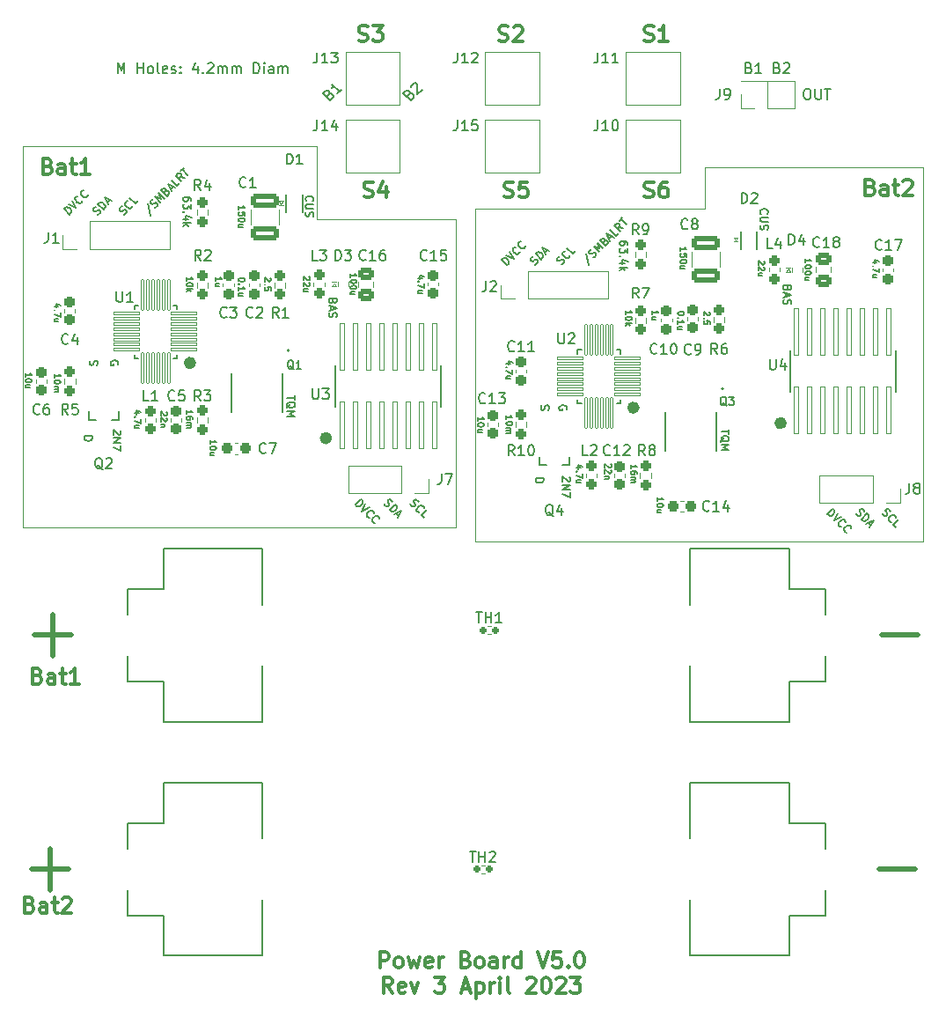
<source format=gto>
%TF.GenerationSoftware,KiCad,Pcbnew,6.0.11+dfsg-1*%
%TF.CreationDate,2023-05-03T21:30:49-05:00*%
%TF.ProjectId,CubesatPwrBoard,43756265-7361-4745-9077-72426f617264,rev?*%
%TF.SameCoordinates,Original*%
%TF.FileFunction,Legend,Top*%
%TF.FilePolarity,Positive*%
%FSLAX46Y46*%
G04 Gerber Fmt 4.6, Leading zero omitted, Abs format (unit mm)*
G04 Created by KiCad (PCBNEW 6.0.11+dfsg-1) date 2023-05-03 21:30:49*
%MOMM*%
%LPD*%
G01*
G04 APERTURE LIST*
G04 Aperture macros list*
%AMRoundRect*
0 Rectangle with rounded corners*
0 $1 Rounding radius*
0 $2 $3 $4 $5 $6 $7 $8 $9 X,Y pos of 4 corners*
0 Add a 4 corners polygon primitive as box body*
4,1,4,$2,$3,$4,$5,$6,$7,$8,$9,$2,$3,0*
0 Add four circle primitives for the rounded corners*
1,1,$1+$1,$2,$3*
1,1,$1+$1,$4,$5*
1,1,$1+$1,$6,$7*
1,1,$1+$1,$8,$9*
0 Add four rect primitives between the rounded corners*
20,1,$1+$1,$2,$3,$4,$5,0*
20,1,$1+$1,$4,$5,$6,$7,0*
20,1,$1+$1,$6,$7,$8,$9,0*
20,1,$1+$1,$8,$9,$2,$3,0*%
G04 Aperture macros list end*
%ADD10C,0.150000*%
%ADD11C,0.137500*%
%ADD12C,0.500000*%
%ADD13C,0.120000*%
%ADD14C,0.300000*%
%ADD15C,0.127000*%
%ADD16C,0.600000*%
%ADD17C,0.200000*%
%ADD18C,0.203200*%
%ADD19C,0.010000*%
%ADD20R,0.700000X1.850000*%
%ADD21RoundRect,0.237500X0.237500X-0.300000X0.237500X0.300000X-0.237500X0.300000X-0.237500X-0.300000X0*%
%ADD22C,1.700000*%
%ADD23R,1.700000X1.700000*%
%ADD24O,1.700000X1.700000*%
%ADD25RoundRect,0.041300X0.253700X-2.213700X0.253700X2.213700X-0.253700X2.213700X-0.253700X-2.213700X0*%
%ADD26RoundRect,0.018900X1.228600X0.116100X-1.228600X0.116100X-1.228600X-0.116100X1.228600X-0.116100X0*%
%ADD27RoundRect,0.018900X-0.116100X1.478600X-0.116100X-1.478600X0.116100X-1.478600X0.116100X1.478600X0*%
%ADD28RoundRect,0.018900X-1.228600X-0.116100X1.228600X-0.116100X1.228600X0.116100X-1.228600X0.116100X0*%
%ADD29RoundRect,0.018900X0.116100X-1.478600X0.116100X1.478600X-0.116100X1.478600X-0.116100X-1.478600X0*%
%ADD30R,2.650000X3.650000*%
%ADD31RoundRect,0.237500X0.237500X-0.250000X0.237500X0.250000X-0.237500X0.250000X-0.237500X-0.250000X0*%
%ADD32R,0.750000X2.965000*%
%ADD33R,0.740000X2.965000*%
%ADD34RoundRect,0.237500X-0.237500X0.300000X-0.237500X-0.300000X0.237500X-0.300000X0.237500X0.300000X0*%
%ADD35R,1.000000X3.600000*%
%ADD36RoundRect,0.237500X-0.237500X0.287500X-0.237500X-0.287500X0.237500X-0.287500X0.237500X0.287500X0*%
%ADD37RoundRect,0.237500X-0.300000X-0.237500X0.300000X-0.237500X0.300000X0.237500X-0.300000X0.237500X0*%
%ADD38RoundRect,0.250000X1.100000X-0.412500X1.100000X0.412500X-1.100000X0.412500X-1.100000X-0.412500X0*%
%ADD39RoundRect,0.237500X-0.237500X0.250000X-0.237500X-0.250000X0.237500X-0.250000X0.237500X0.250000X0*%
%ADD40RoundRect,0.250000X-0.475000X0.337500X-0.475000X-0.337500X0.475000X-0.337500X0.475000X0.337500X0*%
%ADD41RoundRect,0.160000X-0.197500X-0.160000X0.197500X-0.160000X0.197500X0.160000X-0.197500X0.160000X0*%
%ADD42R,0.900000X2.250000*%
G04 APERTURE END LIST*
D10*
X181803571Y-71625000D02*
X181767857Y-71732142D01*
X181732142Y-71767857D01*
X181660714Y-71803571D01*
X181553571Y-71803571D01*
X181482142Y-71767857D01*
X181446428Y-71732142D01*
X181410714Y-71660714D01*
X181410714Y-71375000D01*
X182160714Y-71375000D01*
X182160714Y-71625000D01*
X182125000Y-71696428D01*
X182089285Y-71732142D01*
X182017857Y-71767857D01*
X181946428Y-71767857D01*
X181875000Y-71732142D01*
X181839285Y-71696428D01*
X181803571Y-71625000D01*
X181803571Y-71375000D01*
X181625000Y-72089285D02*
X181625000Y-72446428D01*
X181410714Y-72017857D02*
X182160714Y-72267857D01*
X181410714Y-72517857D01*
X181446428Y-72732142D02*
X181410714Y-72839285D01*
X181410714Y-73017857D01*
X181446428Y-73089285D01*
X181482142Y-73125000D01*
X181553571Y-73160714D01*
X181625000Y-73160714D01*
X181696428Y-73125000D01*
X181732142Y-73089285D01*
X181767857Y-73017857D01*
X181803571Y-72875000D01*
X181839285Y-72803571D01*
X181875000Y-72767857D01*
X181946428Y-72732142D01*
X182017857Y-72732142D01*
X182089285Y-72767857D01*
X182125000Y-72803571D01*
X182160714Y-72875000D01*
X182160714Y-73053571D01*
X182125000Y-73160714D01*
X138053571Y-72875000D02*
X138017857Y-72982142D01*
X137982142Y-73017857D01*
X137910714Y-73053571D01*
X137803571Y-73053571D01*
X137732142Y-73017857D01*
X137696428Y-72982142D01*
X137660714Y-72910714D01*
X137660714Y-72625000D01*
X138410714Y-72625000D01*
X138410714Y-72875000D01*
X138375000Y-72946428D01*
X138339285Y-72982142D01*
X138267857Y-73017857D01*
X138196428Y-73017857D01*
X138125000Y-72982142D01*
X138089285Y-72946428D01*
X138053571Y-72875000D01*
X138053571Y-72625000D01*
X137875000Y-73339285D02*
X137875000Y-73696428D01*
X137660714Y-73267857D02*
X138410714Y-73517857D01*
X137660714Y-73767857D01*
X137696428Y-73982142D02*
X137660714Y-74089285D01*
X137660714Y-74267857D01*
X137696428Y-74339285D01*
X137732142Y-74375000D01*
X137803571Y-74410714D01*
X137875000Y-74410714D01*
X137946428Y-74375000D01*
X137982142Y-74339285D01*
X138017857Y-74267857D01*
X138053571Y-74125000D01*
X138089285Y-74053571D01*
X138125000Y-74017857D01*
X138196428Y-73982142D01*
X138267857Y-73982142D01*
X138339285Y-74017857D01*
X138375000Y-74053571D01*
X138410714Y-74125000D01*
X138410714Y-74303571D01*
X138375000Y-74410714D01*
X160839285Y-89785714D02*
X160875000Y-89821428D01*
X160910714Y-89892857D01*
X160910714Y-90071428D01*
X160875000Y-90142857D01*
X160839285Y-90178571D01*
X160767857Y-90214285D01*
X160696428Y-90214285D01*
X160589285Y-90178571D01*
X160160714Y-89750000D01*
X160160714Y-90214285D01*
X160160714Y-90535714D02*
X160910714Y-90535714D01*
X160160714Y-90964285D01*
X160910714Y-90964285D01*
X160910714Y-91250000D02*
X160910714Y-91750000D01*
X160160714Y-91428571D01*
X117589285Y-85285714D02*
X117625000Y-85321428D01*
X117660714Y-85392857D01*
X117660714Y-85571428D01*
X117625000Y-85642857D01*
X117589285Y-85678571D01*
X117517857Y-85714285D01*
X117446428Y-85714285D01*
X117339285Y-85678571D01*
X116910714Y-85250000D01*
X116910714Y-85714285D01*
X116910714Y-86035714D02*
X117660714Y-86035714D01*
X116910714Y-86464285D01*
X117660714Y-86464285D01*
X117660714Y-86750000D02*
X117660714Y-87250000D01*
X116910714Y-86928571D01*
X176160714Y-85214285D02*
X176160714Y-85642857D01*
X175410714Y-85428571D02*
X176160714Y-85428571D01*
X175339285Y-86392857D02*
X175375000Y-86321428D01*
X175446428Y-86250000D01*
X175553571Y-86142857D01*
X175589285Y-86071428D01*
X175589285Y-86000000D01*
X175410714Y-86035714D02*
X175446428Y-85964285D01*
X175517857Y-85892857D01*
X175660714Y-85857142D01*
X175910714Y-85857142D01*
X176053571Y-85892857D01*
X176125000Y-85964285D01*
X176160714Y-86035714D01*
X176160714Y-86178571D01*
X176125000Y-86250000D01*
X176053571Y-86321428D01*
X175910714Y-86357142D01*
X175660714Y-86357142D01*
X175517857Y-86321428D01*
X175446428Y-86250000D01*
X175410714Y-86178571D01*
X175410714Y-86035714D01*
X175410714Y-86678571D02*
X176160714Y-86678571D01*
X175625000Y-86928571D01*
X176160714Y-87178571D01*
X175410714Y-87178571D01*
X134410714Y-81964285D02*
X134410714Y-82392857D01*
X133660714Y-82178571D02*
X134410714Y-82178571D01*
X133589285Y-83142857D02*
X133625000Y-83071428D01*
X133696428Y-83000000D01*
X133803571Y-82892857D01*
X133839285Y-82821428D01*
X133839285Y-82750000D01*
X133660714Y-82785714D02*
X133696428Y-82714285D01*
X133767857Y-82642857D01*
X133910714Y-82607142D01*
X134160714Y-82607142D01*
X134303571Y-82642857D01*
X134375000Y-82714285D01*
X134410714Y-82785714D01*
X134410714Y-82928571D01*
X134375000Y-83000000D01*
X134303571Y-83071428D01*
X134160714Y-83107142D01*
X133910714Y-83107142D01*
X133767857Y-83071428D01*
X133696428Y-83000000D01*
X133660714Y-82928571D01*
X133660714Y-82785714D01*
X133660714Y-83428571D02*
X134410714Y-83428571D01*
X133875000Y-83678571D01*
X134410714Y-83928571D01*
X133660714Y-83928571D01*
X179232142Y-64482142D02*
X179196428Y-64446428D01*
X179160714Y-64339285D01*
X179160714Y-64267857D01*
X179196428Y-64160714D01*
X179267857Y-64089285D01*
X179339285Y-64053571D01*
X179482142Y-64017857D01*
X179589285Y-64017857D01*
X179732142Y-64053571D01*
X179803571Y-64089285D01*
X179875000Y-64160714D01*
X179910714Y-64267857D01*
X179910714Y-64339285D01*
X179875000Y-64446428D01*
X179839285Y-64482142D01*
X179910714Y-64803571D02*
X179303571Y-64803571D01*
X179232142Y-64839285D01*
X179196428Y-64875000D01*
X179160714Y-64946428D01*
X179160714Y-65089285D01*
X179196428Y-65160714D01*
X179232142Y-65196428D01*
X179303571Y-65232142D01*
X179910714Y-65232142D01*
X179196428Y-65553571D02*
X179160714Y-65660714D01*
X179160714Y-65839285D01*
X179196428Y-65910714D01*
X179232142Y-65946428D01*
X179303571Y-65982142D01*
X179375000Y-65982142D01*
X179446428Y-65946428D01*
X179482142Y-65910714D01*
X179517857Y-65839285D01*
X179553571Y-65696428D01*
X179589285Y-65625000D01*
X179625000Y-65589285D01*
X179696428Y-65553571D01*
X179767857Y-65553571D01*
X179839285Y-65589285D01*
X179875000Y-65625000D01*
X179910714Y-65696428D01*
X179910714Y-65875000D01*
X179875000Y-65982142D01*
X135482142Y-63232142D02*
X135446428Y-63196428D01*
X135410714Y-63089285D01*
X135410714Y-63017857D01*
X135446428Y-62910714D01*
X135517857Y-62839285D01*
X135589285Y-62803571D01*
X135732142Y-62767857D01*
X135839285Y-62767857D01*
X135982142Y-62803571D01*
X136053571Y-62839285D01*
X136125000Y-62910714D01*
X136160714Y-63017857D01*
X136160714Y-63089285D01*
X136125000Y-63196428D01*
X136089285Y-63232142D01*
X136160714Y-63553571D02*
X135553571Y-63553571D01*
X135482142Y-63589285D01*
X135446428Y-63625000D01*
X135410714Y-63696428D01*
X135410714Y-63839285D01*
X135446428Y-63910714D01*
X135482142Y-63946428D01*
X135553571Y-63982142D01*
X136160714Y-63982142D01*
X135446428Y-64303571D02*
X135410714Y-64410714D01*
X135410714Y-64589285D01*
X135446428Y-64660714D01*
X135482142Y-64696428D01*
X135553571Y-64732142D01*
X135625000Y-64732142D01*
X135696428Y-64696428D01*
X135732142Y-64660714D01*
X135767857Y-64589285D01*
X135803571Y-64446428D01*
X135839285Y-64375000D01*
X135875000Y-64339285D01*
X135946428Y-64303571D01*
X136017857Y-64303571D01*
X136089285Y-64339285D01*
X136125000Y-64375000D01*
X136160714Y-64446428D01*
X136160714Y-64625000D01*
X136125000Y-64732142D01*
X154728571Y-84235714D02*
X154728571Y-83892857D01*
X154728571Y-84064285D02*
X155328571Y-84064285D01*
X155242857Y-84007142D01*
X155185714Y-83950000D01*
X155157142Y-83892857D01*
X155328571Y-84607142D02*
X155328571Y-84664285D01*
X155300000Y-84721428D01*
X155271428Y-84750000D01*
X155214285Y-84778571D01*
X155100000Y-84807142D01*
X154957142Y-84807142D01*
X154842857Y-84778571D01*
X154785714Y-84750000D01*
X154757142Y-84721428D01*
X154728571Y-84664285D01*
X154728571Y-84607142D01*
X154757142Y-84550000D01*
X154785714Y-84521428D01*
X154842857Y-84492857D01*
X154957142Y-84464285D01*
X155100000Y-84464285D01*
X155214285Y-84492857D01*
X155271428Y-84521428D01*
X155300000Y-84550000D01*
X155328571Y-84607142D01*
X154728571Y-85064285D02*
X155128571Y-85064285D01*
X155071428Y-85064285D02*
X155100000Y-85092857D01*
X155128571Y-85150000D01*
X155128571Y-85235714D01*
X155100000Y-85292857D01*
X155042857Y-85321428D01*
X154728571Y-85321428D01*
X155042857Y-85321428D02*
X155100000Y-85350000D01*
X155128571Y-85407142D01*
X155128571Y-85492857D01*
X155100000Y-85550000D01*
X155042857Y-85578571D01*
X154728571Y-85578571D01*
X151978571Y-84364285D02*
X151978571Y-84021428D01*
X151978571Y-84192857D02*
X152578571Y-84192857D01*
X152492857Y-84135714D01*
X152435714Y-84078571D01*
X152407142Y-84021428D01*
X152578571Y-84735714D02*
X152578571Y-84792857D01*
X152550000Y-84850000D01*
X152521428Y-84878571D01*
X152464285Y-84907142D01*
X152350000Y-84935714D01*
X152207142Y-84935714D01*
X152092857Y-84907142D01*
X152035714Y-84878571D01*
X152007142Y-84850000D01*
X151978571Y-84792857D01*
X151978571Y-84735714D01*
X152007142Y-84678571D01*
X152035714Y-84650000D01*
X152092857Y-84621428D01*
X152207142Y-84592857D01*
X152350000Y-84592857D01*
X152464285Y-84621428D01*
X152521428Y-84650000D01*
X152550000Y-84678571D01*
X152578571Y-84735714D01*
X152378571Y-85450000D02*
X151978571Y-85450000D01*
X152378571Y-85192857D02*
X152064285Y-85192857D01*
X152007142Y-85221428D01*
X151978571Y-85278571D01*
X151978571Y-85364285D01*
X152007142Y-85421428D01*
X152035714Y-85450000D01*
X155128571Y-78914285D02*
X154728571Y-78914285D01*
X155357142Y-78771428D02*
X154928571Y-78628571D01*
X154928571Y-79000000D01*
X154785714Y-79228571D02*
X154757142Y-79257142D01*
X154728571Y-79228571D01*
X154757142Y-79200000D01*
X154785714Y-79228571D01*
X154728571Y-79228571D01*
X155328571Y-79457142D02*
X155328571Y-79857142D01*
X154728571Y-79600000D01*
X155128571Y-80342857D02*
X154728571Y-80342857D01*
X155128571Y-80085714D02*
X154814285Y-80085714D01*
X154757142Y-80114285D01*
X154728571Y-80171428D01*
X154728571Y-80257142D01*
X154757142Y-80314285D01*
X154785714Y-80342857D01*
X169228571Y-92114285D02*
X169228571Y-91771428D01*
X169228571Y-91942857D02*
X169828571Y-91942857D01*
X169742857Y-91885714D01*
X169685714Y-91828571D01*
X169657142Y-91771428D01*
X169828571Y-92485714D02*
X169828571Y-92542857D01*
X169800000Y-92600000D01*
X169771428Y-92628571D01*
X169714285Y-92657142D01*
X169600000Y-92685714D01*
X169457142Y-92685714D01*
X169342857Y-92657142D01*
X169285714Y-92628571D01*
X169257142Y-92600000D01*
X169228571Y-92542857D01*
X169228571Y-92485714D01*
X169257142Y-92428571D01*
X169285714Y-92400000D01*
X169342857Y-92371428D01*
X169457142Y-92342857D01*
X169600000Y-92342857D01*
X169714285Y-92371428D01*
X169771428Y-92400000D01*
X169800000Y-92428571D01*
X169828571Y-92485714D01*
X169628571Y-93200000D02*
X169228571Y-93200000D01*
X169628571Y-92942857D02*
X169314285Y-92942857D01*
X169257142Y-92971428D01*
X169228571Y-93028571D01*
X169228571Y-93114285D01*
X169257142Y-93171428D01*
X169285714Y-93200000D01*
X164771428Y-88521428D02*
X164800000Y-88550000D01*
X164828571Y-88607142D01*
X164828571Y-88750000D01*
X164800000Y-88807142D01*
X164771428Y-88835714D01*
X164714285Y-88864285D01*
X164657142Y-88864285D01*
X164571428Y-88835714D01*
X164228571Y-88492857D01*
X164228571Y-88864285D01*
X164771428Y-89092857D02*
X164800000Y-89121428D01*
X164828571Y-89178571D01*
X164828571Y-89321428D01*
X164800000Y-89378571D01*
X164771428Y-89407142D01*
X164714285Y-89435714D01*
X164657142Y-89435714D01*
X164571428Y-89407142D01*
X164228571Y-89064285D01*
X164228571Y-89435714D01*
X164628571Y-89692857D02*
X164228571Y-89692857D01*
X164571428Y-89692857D02*
X164600000Y-89721428D01*
X164628571Y-89778571D01*
X164628571Y-89864285D01*
X164600000Y-89921428D01*
X164542857Y-89950000D01*
X164228571Y-89950000D01*
X166728571Y-88985714D02*
X166728571Y-88642857D01*
X166728571Y-88814285D02*
X167328571Y-88814285D01*
X167242857Y-88757142D01*
X167185714Y-88700000D01*
X167157142Y-88642857D01*
X167328571Y-89500000D02*
X167328571Y-89385714D01*
X167300000Y-89328571D01*
X167271428Y-89300000D01*
X167185714Y-89242857D01*
X167071428Y-89214285D01*
X166842857Y-89214285D01*
X166785714Y-89242857D01*
X166757142Y-89271428D01*
X166728571Y-89328571D01*
X166728571Y-89442857D01*
X166757142Y-89500000D01*
X166785714Y-89528571D01*
X166842857Y-89557142D01*
X166985714Y-89557142D01*
X167042857Y-89528571D01*
X167071428Y-89500000D01*
X167100000Y-89442857D01*
X167100000Y-89328571D01*
X167071428Y-89271428D01*
X167042857Y-89242857D01*
X166985714Y-89214285D01*
X166728571Y-89814285D02*
X167128571Y-89814285D01*
X167071428Y-89814285D02*
X167100000Y-89842857D01*
X167128571Y-89900000D01*
X167128571Y-89985714D01*
X167100000Y-90042857D01*
X167042857Y-90071428D01*
X166728571Y-90071428D01*
X167042857Y-90071428D02*
X167100000Y-90100000D01*
X167128571Y-90157142D01*
X167128571Y-90242857D01*
X167100000Y-90300000D01*
X167042857Y-90328571D01*
X166728571Y-90328571D01*
X161878571Y-88914285D02*
X161478571Y-88914285D01*
X162107142Y-88771428D02*
X161678571Y-88628571D01*
X161678571Y-89000000D01*
X161535714Y-89228571D02*
X161507142Y-89257142D01*
X161478571Y-89228571D01*
X161507142Y-89200000D01*
X161535714Y-89228571D01*
X161478571Y-89228571D01*
X162078571Y-89457142D02*
X162078571Y-89857142D01*
X161478571Y-89600000D01*
X161878571Y-90342857D02*
X161478571Y-90342857D01*
X161878571Y-90085714D02*
X161564285Y-90085714D01*
X161507142Y-90114285D01*
X161478571Y-90171428D01*
X161478571Y-90257142D01*
X161507142Y-90314285D01*
X161535714Y-90342857D01*
X126228571Y-86614285D02*
X126228571Y-86271428D01*
X126228571Y-86442857D02*
X126828571Y-86442857D01*
X126742857Y-86385714D01*
X126685714Y-86328571D01*
X126657142Y-86271428D01*
X126828571Y-86985714D02*
X126828571Y-87042857D01*
X126800000Y-87100000D01*
X126771428Y-87128571D01*
X126714285Y-87157142D01*
X126600000Y-87185714D01*
X126457142Y-87185714D01*
X126342857Y-87157142D01*
X126285714Y-87128571D01*
X126257142Y-87100000D01*
X126228571Y-87042857D01*
X126228571Y-86985714D01*
X126257142Y-86928571D01*
X126285714Y-86900000D01*
X126342857Y-86871428D01*
X126457142Y-86842857D01*
X126600000Y-86842857D01*
X126714285Y-86871428D01*
X126771428Y-86900000D01*
X126800000Y-86928571D01*
X126828571Y-86985714D01*
X126628571Y-87700000D02*
X126228571Y-87700000D01*
X126628571Y-87442857D02*
X126314285Y-87442857D01*
X126257142Y-87471428D01*
X126228571Y-87528571D01*
X126228571Y-87614285D01*
X126257142Y-87671428D01*
X126285714Y-87700000D01*
X123978571Y-83735714D02*
X123978571Y-83392857D01*
X123978571Y-83564285D02*
X124578571Y-83564285D01*
X124492857Y-83507142D01*
X124435714Y-83450000D01*
X124407142Y-83392857D01*
X124578571Y-84250000D02*
X124578571Y-84135714D01*
X124550000Y-84078571D01*
X124521428Y-84050000D01*
X124435714Y-83992857D01*
X124321428Y-83964285D01*
X124092857Y-83964285D01*
X124035714Y-83992857D01*
X124007142Y-84021428D01*
X123978571Y-84078571D01*
X123978571Y-84192857D01*
X124007142Y-84250000D01*
X124035714Y-84278571D01*
X124092857Y-84307142D01*
X124235714Y-84307142D01*
X124292857Y-84278571D01*
X124321428Y-84250000D01*
X124350000Y-84192857D01*
X124350000Y-84078571D01*
X124321428Y-84021428D01*
X124292857Y-83992857D01*
X124235714Y-83964285D01*
X123978571Y-84564285D02*
X124378571Y-84564285D01*
X124321428Y-84564285D02*
X124350000Y-84592857D01*
X124378571Y-84650000D01*
X124378571Y-84735714D01*
X124350000Y-84792857D01*
X124292857Y-84821428D01*
X123978571Y-84821428D01*
X124292857Y-84821428D02*
X124350000Y-84850000D01*
X124378571Y-84907142D01*
X124378571Y-84992857D01*
X124350000Y-85050000D01*
X124292857Y-85078571D01*
X123978571Y-85078571D01*
X122021428Y-83521428D02*
X122050000Y-83550000D01*
X122078571Y-83607142D01*
X122078571Y-83750000D01*
X122050000Y-83807142D01*
X122021428Y-83835714D01*
X121964285Y-83864285D01*
X121907142Y-83864285D01*
X121821428Y-83835714D01*
X121478571Y-83492857D01*
X121478571Y-83864285D01*
X122021428Y-84092857D02*
X122050000Y-84121428D01*
X122078571Y-84178571D01*
X122078571Y-84321428D01*
X122050000Y-84378571D01*
X122021428Y-84407142D01*
X121964285Y-84435714D01*
X121907142Y-84435714D01*
X121821428Y-84407142D01*
X121478571Y-84064285D01*
X121478571Y-84435714D01*
X121878571Y-84692857D02*
X121478571Y-84692857D01*
X121821428Y-84692857D02*
X121850000Y-84721428D01*
X121878571Y-84778571D01*
X121878571Y-84864285D01*
X121850000Y-84921428D01*
X121792857Y-84950000D01*
X121478571Y-84950000D01*
X119378571Y-83664285D02*
X118978571Y-83664285D01*
X119607142Y-83521428D02*
X119178571Y-83378571D01*
X119178571Y-83750000D01*
X119035714Y-83978571D02*
X119007142Y-84007142D01*
X118978571Y-83978571D01*
X119007142Y-83950000D01*
X119035714Y-83978571D01*
X118978571Y-83978571D01*
X119578571Y-84207142D02*
X119578571Y-84607142D01*
X118978571Y-84350000D01*
X119378571Y-85092857D02*
X118978571Y-85092857D01*
X119378571Y-84835714D02*
X119064285Y-84835714D01*
X119007142Y-84864285D01*
X118978571Y-84921428D01*
X118978571Y-85007142D01*
X119007142Y-85064285D01*
X119035714Y-85092857D01*
X111228571Y-80235714D02*
X111228571Y-79892857D01*
X111228571Y-80064285D02*
X111828571Y-80064285D01*
X111742857Y-80007142D01*
X111685714Y-79950000D01*
X111657142Y-79892857D01*
X111828571Y-80607142D02*
X111828571Y-80664285D01*
X111800000Y-80721428D01*
X111771428Y-80750000D01*
X111714285Y-80778571D01*
X111600000Y-80807142D01*
X111457142Y-80807142D01*
X111342857Y-80778571D01*
X111285714Y-80750000D01*
X111257142Y-80721428D01*
X111228571Y-80664285D01*
X111228571Y-80607142D01*
X111257142Y-80550000D01*
X111285714Y-80521428D01*
X111342857Y-80492857D01*
X111457142Y-80464285D01*
X111600000Y-80464285D01*
X111714285Y-80492857D01*
X111771428Y-80521428D01*
X111800000Y-80550000D01*
X111828571Y-80607142D01*
X111228571Y-81064285D02*
X111628571Y-81064285D01*
X111571428Y-81064285D02*
X111600000Y-81092857D01*
X111628571Y-81150000D01*
X111628571Y-81235714D01*
X111600000Y-81292857D01*
X111542857Y-81321428D01*
X111228571Y-81321428D01*
X111542857Y-81321428D02*
X111600000Y-81350000D01*
X111628571Y-81407142D01*
X111628571Y-81492857D01*
X111600000Y-81550000D01*
X111542857Y-81578571D01*
X111228571Y-81578571D01*
X108478571Y-80114285D02*
X108478571Y-79771428D01*
X108478571Y-79942857D02*
X109078571Y-79942857D01*
X108992857Y-79885714D01*
X108935714Y-79828571D01*
X108907142Y-79771428D01*
X109078571Y-80485714D02*
X109078571Y-80542857D01*
X109050000Y-80600000D01*
X109021428Y-80628571D01*
X108964285Y-80657142D01*
X108850000Y-80685714D01*
X108707142Y-80685714D01*
X108592857Y-80657142D01*
X108535714Y-80628571D01*
X108507142Y-80600000D01*
X108478571Y-80542857D01*
X108478571Y-80485714D01*
X108507142Y-80428571D01*
X108535714Y-80400000D01*
X108592857Y-80371428D01*
X108707142Y-80342857D01*
X108850000Y-80342857D01*
X108964285Y-80371428D01*
X109021428Y-80400000D01*
X109050000Y-80428571D01*
X109078571Y-80485714D01*
X108878571Y-81200000D02*
X108478571Y-81200000D01*
X108878571Y-80942857D02*
X108564285Y-80942857D01*
X108507142Y-80971428D01*
X108478571Y-81028571D01*
X108478571Y-81114285D01*
X108507142Y-81171428D01*
X108535714Y-81200000D01*
X111628571Y-73414285D02*
X111228571Y-73414285D01*
X111857142Y-73271428D02*
X111428571Y-73128571D01*
X111428571Y-73500000D01*
X111285714Y-73728571D02*
X111257142Y-73757142D01*
X111228571Y-73728571D01*
X111257142Y-73700000D01*
X111285714Y-73728571D01*
X111228571Y-73728571D01*
X111828571Y-73957142D02*
X111828571Y-74357142D01*
X111228571Y-74100000D01*
X111628571Y-74842857D02*
X111228571Y-74842857D01*
X111628571Y-74585714D02*
X111314285Y-74585714D01*
X111257142Y-74614285D01*
X111228571Y-74671428D01*
X111228571Y-74757142D01*
X111257142Y-74814285D01*
X111285714Y-74842857D01*
X190378571Y-69164285D02*
X189978571Y-69164285D01*
X190607142Y-69021428D02*
X190178571Y-68878571D01*
X190178571Y-69250000D01*
X190035714Y-69478571D02*
X190007142Y-69507142D01*
X189978571Y-69478571D01*
X190007142Y-69450000D01*
X190035714Y-69478571D01*
X189978571Y-69478571D01*
X190578571Y-69707142D02*
X190578571Y-70107142D01*
X189978571Y-69850000D01*
X190378571Y-70592857D02*
X189978571Y-70592857D01*
X190378571Y-70335714D02*
X190064285Y-70335714D01*
X190007142Y-70364285D01*
X189978571Y-70421428D01*
X189978571Y-70507142D01*
X190007142Y-70564285D01*
X190035714Y-70592857D01*
X146628571Y-70664285D02*
X146228571Y-70664285D01*
X146857142Y-70521428D02*
X146428571Y-70378571D01*
X146428571Y-70750000D01*
X146285714Y-70978571D02*
X146257142Y-71007142D01*
X146228571Y-70978571D01*
X146257142Y-70950000D01*
X146285714Y-70978571D01*
X146228571Y-70978571D01*
X146828571Y-71207142D02*
X146828571Y-71607142D01*
X146228571Y-71350000D01*
X146628571Y-72092857D02*
X146228571Y-72092857D01*
X146628571Y-71835714D02*
X146314285Y-71835714D01*
X146257142Y-71864285D01*
X146228571Y-71921428D01*
X146228571Y-72007142D01*
X146257142Y-72064285D01*
X146285714Y-72092857D01*
D11*
X183501190Y-69178571D02*
X183501190Y-68835714D01*
X183501190Y-69007142D02*
X184051190Y-69007142D01*
X183972619Y-68950000D01*
X183920238Y-68892857D01*
X183894047Y-68835714D01*
X184051190Y-69550000D02*
X184051190Y-69607142D01*
X184025000Y-69664285D01*
X183998809Y-69692857D01*
X183946428Y-69721428D01*
X183841666Y-69750000D01*
X183710714Y-69750000D01*
X183605952Y-69721428D01*
X183553571Y-69692857D01*
X183527380Y-69664285D01*
X183501190Y-69607142D01*
X183501190Y-69550000D01*
X183527380Y-69492857D01*
X183553571Y-69464285D01*
X183605952Y-69435714D01*
X183710714Y-69407142D01*
X183841666Y-69407142D01*
X183946428Y-69435714D01*
X183998809Y-69464285D01*
X184025000Y-69492857D01*
X184051190Y-69550000D01*
X184051190Y-70121428D02*
X184051190Y-70178571D01*
X184025000Y-70235714D01*
X183998809Y-70264285D01*
X183946428Y-70292857D01*
X183841666Y-70321428D01*
X183710714Y-70321428D01*
X183605952Y-70292857D01*
X183553571Y-70264285D01*
X183527380Y-70235714D01*
X183501190Y-70178571D01*
X183501190Y-70121428D01*
X183527380Y-70064285D01*
X183553571Y-70035714D01*
X183605952Y-70007142D01*
X183710714Y-69978571D01*
X183841666Y-69978571D01*
X183946428Y-70007142D01*
X183998809Y-70035714D01*
X184025000Y-70064285D01*
X184051190Y-70121428D01*
X183867857Y-70835714D02*
X183501190Y-70835714D01*
X183867857Y-70578571D02*
X183579761Y-70578571D01*
X183527380Y-70607142D01*
X183501190Y-70664285D01*
X183501190Y-70750000D01*
X183527380Y-70807142D01*
X183553571Y-70835714D01*
X139751190Y-70569423D02*
X139751190Y-70226566D01*
X139751190Y-70397994D02*
X140301190Y-70397994D01*
X140222619Y-70340852D01*
X140170238Y-70283709D01*
X140144047Y-70226566D01*
X140301190Y-70940852D02*
X140301190Y-70997994D01*
X140275000Y-71055137D01*
X140248809Y-71083709D01*
X140196428Y-71112280D01*
X140091666Y-71140852D01*
X139960714Y-71140852D01*
X139855952Y-71112280D01*
X139803571Y-71083709D01*
X139777380Y-71055137D01*
X139751190Y-70997994D01*
X139751190Y-70940852D01*
X139777380Y-70883709D01*
X139803571Y-70855137D01*
X139855952Y-70826566D01*
X139960714Y-70797994D01*
X140091666Y-70797994D01*
X140196428Y-70826566D01*
X140248809Y-70855137D01*
X140275000Y-70883709D01*
X140301190Y-70940852D01*
X140301190Y-71512280D02*
X140301190Y-71569423D01*
X140275000Y-71626566D01*
X140248809Y-71655137D01*
X140196428Y-71683709D01*
X140091666Y-71712280D01*
X139960714Y-71712280D01*
X139855952Y-71683709D01*
X139803571Y-71655137D01*
X139777380Y-71626566D01*
X139751190Y-71569423D01*
X139751190Y-71512280D01*
X139777380Y-71455137D01*
X139803571Y-71426566D01*
X139855952Y-71397994D01*
X139960714Y-71369423D01*
X140091666Y-71369423D01*
X140196428Y-71397994D01*
X140248809Y-71426566D01*
X140275000Y-71455137D01*
X140301190Y-71512280D01*
X140117857Y-72226566D02*
X139751190Y-72226566D01*
X140117857Y-71969423D02*
X139829761Y-71969423D01*
X139777380Y-71997994D01*
X139751190Y-72055137D01*
X139751190Y-72140852D01*
X139777380Y-72197994D01*
X139803571Y-72226566D01*
D10*
X179521428Y-69021428D02*
X179550000Y-69050000D01*
X179578571Y-69107142D01*
X179578571Y-69250000D01*
X179550000Y-69307142D01*
X179521428Y-69335714D01*
X179464285Y-69364285D01*
X179407142Y-69364285D01*
X179321428Y-69335714D01*
X178978571Y-68992857D01*
X178978571Y-69364285D01*
X179521428Y-69592857D02*
X179550000Y-69621428D01*
X179578571Y-69678571D01*
X179578571Y-69821428D01*
X179550000Y-69878571D01*
X179521428Y-69907142D01*
X179464285Y-69935714D01*
X179407142Y-69935714D01*
X179321428Y-69907142D01*
X178978571Y-69564285D01*
X178978571Y-69935714D01*
X179378571Y-70450000D02*
X178978571Y-70450000D01*
X179378571Y-70192857D02*
X179064285Y-70192857D01*
X179007142Y-70221428D01*
X178978571Y-70278571D01*
X178978571Y-70364285D01*
X179007142Y-70421428D01*
X179035714Y-70450000D01*
X135771428Y-70521428D02*
X135800000Y-70550000D01*
X135828571Y-70607142D01*
X135828571Y-70750000D01*
X135800000Y-70807142D01*
X135771428Y-70835714D01*
X135714285Y-70864285D01*
X135657142Y-70864285D01*
X135571428Y-70835714D01*
X135228571Y-70492857D01*
X135228571Y-70864285D01*
X135771428Y-71092857D02*
X135800000Y-71121428D01*
X135828571Y-71178571D01*
X135828571Y-71321428D01*
X135800000Y-71378571D01*
X135771428Y-71407142D01*
X135714285Y-71435714D01*
X135657142Y-71435714D01*
X135571428Y-71407142D01*
X135228571Y-71064285D01*
X135228571Y-71435714D01*
X135628571Y-71950000D02*
X135228571Y-71950000D01*
X135628571Y-71692857D02*
X135314285Y-71692857D01*
X135257142Y-71721428D01*
X135228571Y-71778571D01*
X135228571Y-71864285D01*
X135257142Y-71921428D01*
X135285714Y-71950000D01*
X174271428Y-73900000D02*
X174300000Y-73928571D01*
X174328571Y-73985714D01*
X174328571Y-74128571D01*
X174300000Y-74185714D01*
X174271428Y-74214285D01*
X174214285Y-74242857D01*
X174157142Y-74242857D01*
X174071428Y-74214285D01*
X173728571Y-73871428D01*
X173728571Y-74242857D01*
X173785714Y-74500000D02*
X173757142Y-74528571D01*
X173728571Y-74500000D01*
X173757142Y-74471428D01*
X173785714Y-74500000D01*
X173728571Y-74500000D01*
X174328571Y-75071428D02*
X174328571Y-74785714D01*
X174042857Y-74757142D01*
X174071428Y-74785714D01*
X174100000Y-74842857D01*
X174100000Y-74985714D01*
X174071428Y-75042857D01*
X174042857Y-75071428D01*
X173985714Y-75100000D01*
X173842857Y-75100000D01*
X173785714Y-75071428D01*
X173757142Y-75042857D01*
X173728571Y-74985714D01*
X173728571Y-74842857D01*
X173757142Y-74785714D01*
X173785714Y-74757142D01*
X132021428Y-70650000D02*
X132050000Y-70678571D01*
X132078571Y-70735714D01*
X132078571Y-70878571D01*
X132050000Y-70935714D01*
X132021428Y-70964285D01*
X131964285Y-70992857D01*
X131907142Y-70992857D01*
X131821428Y-70964285D01*
X131478571Y-70621428D01*
X131478571Y-70992857D01*
X131535714Y-71250000D02*
X131507142Y-71278571D01*
X131478571Y-71250000D01*
X131507142Y-71221428D01*
X131535714Y-71250000D01*
X131478571Y-71250000D01*
X132078571Y-71821428D02*
X132078571Y-71535714D01*
X131792857Y-71507142D01*
X131821428Y-71535714D01*
X131850000Y-71592857D01*
X131850000Y-71735714D01*
X131821428Y-71792857D01*
X131792857Y-71821428D01*
X131735714Y-71850000D01*
X131592857Y-71850000D01*
X131535714Y-71821428D01*
X131507142Y-71792857D01*
X131478571Y-71735714D01*
X131478571Y-71592857D01*
X131507142Y-71535714D01*
X131535714Y-71507142D01*
X171828571Y-74021428D02*
X171828571Y-74078571D01*
X171800000Y-74135714D01*
X171771428Y-74164285D01*
X171714285Y-74192857D01*
X171600000Y-74221428D01*
X171457142Y-74221428D01*
X171342857Y-74192857D01*
X171285714Y-74164285D01*
X171257142Y-74135714D01*
X171228571Y-74078571D01*
X171228571Y-74021428D01*
X171257142Y-73964285D01*
X171285714Y-73935714D01*
X171342857Y-73907142D01*
X171457142Y-73878571D01*
X171600000Y-73878571D01*
X171714285Y-73907142D01*
X171771428Y-73935714D01*
X171800000Y-73964285D01*
X171828571Y-74021428D01*
X171285714Y-74478571D02*
X171257142Y-74507142D01*
X171228571Y-74478571D01*
X171257142Y-74450000D01*
X171285714Y-74478571D01*
X171228571Y-74478571D01*
X171228571Y-75078571D02*
X171228571Y-74735714D01*
X171228571Y-74907142D02*
X171828571Y-74907142D01*
X171742857Y-74850000D01*
X171685714Y-74792857D01*
X171657142Y-74735714D01*
X171628571Y-75592857D02*
X171228571Y-75592857D01*
X171628571Y-75335714D02*
X171314285Y-75335714D01*
X171257142Y-75364285D01*
X171228571Y-75421428D01*
X171228571Y-75507142D01*
X171257142Y-75564285D01*
X171285714Y-75592857D01*
X129578571Y-70771428D02*
X129578571Y-70828571D01*
X129550000Y-70885714D01*
X129521428Y-70914285D01*
X129464285Y-70942857D01*
X129350000Y-70971428D01*
X129207142Y-70971428D01*
X129092857Y-70942857D01*
X129035714Y-70914285D01*
X129007142Y-70885714D01*
X128978571Y-70828571D01*
X128978571Y-70771428D01*
X129007142Y-70714285D01*
X129035714Y-70685714D01*
X129092857Y-70657142D01*
X129207142Y-70628571D01*
X129350000Y-70628571D01*
X129464285Y-70657142D01*
X129521428Y-70685714D01*
X129550000Y-70714285D01*
X129578571Y-70771428D01*
X129035714Y-71228571D02*
X129007142Y-71257142D01*
X128978571Y-71228571D01*
X129007142Y-71200000D01*
X129035714Y-71228571D01*
X128978571Y-71228571D01*
X128978571Y-71828571D02*
X128978571Y-71485714D01*
X128978571Y-71657142D02*
X129578571Y-71657142D01*
X129492857Y-71600000D01*
X129435714Y-71542857D01*
X129407142Y-71485714D01*
X129378571Y-72342857D02*
X128978571Y-72342857D01*
X129378571Y-72085714D02*
X129064285Y-72085714D01*
X129007142Y-72114285D01*
X128978571Y-72171428D01*
X128978571Y-72257142D01*
X129007142Y-72314285D01*
X129035714Y-72342857D01*
D12*
X110850000Y-125500000D02*
X110850000Y-129500000D01*
D13*
X108250000Y-94600000D02*
X108250000Y-58000000D01*
X173850000Y-60000000D02*
X173850000Y-64000000D01*
X151750000Y-64000000D02*
X151750000Y-96000000D01*
X149850000Y-65000000D02*
X149850000Y-94600000D01*
D12*
X190850000Y-105000000D02*
X194350000Y-105000000D01*
D13*
X108250000Y-58000000D02*
X136500000Y-58000000D01*
D12*
X109350000Y-105000000D02*
X112850000Y-105000000D01*
D13*
X151750000Y-96000000D02*
X194850000Y-96000000D01*
X136500000Y-65000000D02*
X149850000Y-65000000D01*
X194850000Y-60000000D02*
X173850000Y-60000000D01*
X173850000Y-64000000D02*
X151750000Y-64000000D01*
X194850000Y-96000000D02*
X194850000Y-60000000D01*
D12*
X111100000Y-103000000D02*
X111100000Y-107000000D01*
X109100000Y-127500000D02*
X112600000Y-127500000D01*
D13*
X136500000Y-58000000D02*
X136500000Y-65000000D01*
X149850000Y-94600000D02*
X108250000Y-94600000D01*
D12*
X190600000Y-127500000D02*
X194100000Y-127500000D01*
D10*
X183600000Y-52452380D02*
X183790476Y-52452380D01*
X183885714Y-52500000D01*
X183980952Y-52595238D01*
X184028571Y-52785714D01*
X184028571Y-53119047D01*
X183980952Y-53309523D01*
X183885714Y-53404761D01*
X183790476Y-53452380D01*
X183600000Y-53452380D01*
X183504761Y-53404761D01*
X183409523Y-53309523D01*
X183361904Y-53119047D01*
X183361904Y-52785714D01*
X183409523Y-52595238D01*
X183504761Y-52500000D01*
X183600000Y-52452380D01*
X184457142Y-52452380D02*
X184457142Y-53261904D01*
X184504761Y-53357142D01*
X184552380Y-53404761D01*
X184647619Y-53452380D01*
X184838095Y-53452380D01*
X184933333Y-53404761D01*
X184980952Y-53357142D01*
X185028571Y-53261904D01*
X185028571Y-52452380D01*
X185361904Y-52452380D02*
X185933333Y-52452380D01*
X185647619Y-53452380D02*
X185647619Y-52452380D01*
X185613578Y-93343400D02*
X186143908Y-92813070D01*
X186270177Y-92939339D01*
X186320685Y-93040355D01*
X186320685Y-93141370D01*
X186295431Y-93217131D01*
X186219669Y-93343400D01*
X186143908Y-93419162D01*
X186017639Y-93494923D01*
X185941877Y-93520177D01*
X185840862Y-93520177D01*
X185739847Y-93469669D01*
X185613578Y-93343400D01*
X186598477Y-93267639D02*
X186244923Y-93974746D01*
X186952030Y-93621192D01*
X186952030Y-94580837D02*
X186901522Y-94580837D01*
X186800507Y-94530330D01*
X186750000Y-94479822D01*
X186699492Y-94378807D01*
X186699492Y-94277791D01*
X186724746Y-94202030D01*
X186800507Y-94075761D01*
X186876269Y-94000000D01*
X187002538Y-93924238D01*
X187078299Y-93898984D01*
X187179314Y-93898984D01*
X187280330Y-93949492D01*
X187330837Y-94000000D01*
X187381345Y-94101015D01*
X187381345Y-94151522D01*
X187482360Y-95111167D02*
X187431852Y-95111167D01*
X187330837Y-95060660D01*
X187280330Y-95010152D01*
X187229822Y-94909137D01*
X187229822Y-94808122D01*
X187255076Y-94732360D01*
X187330837Y-94606091D01*
X187406599Y-94530330D01*
X187532868Y-94454568D01*
X187608629Y-94429314D01*
X187709644Y-94429314D01*
X187810660Y-94479822D01*
X187861167Y-94530330D01*
X187911675Y-94631345D01*
X187911675Y-94681852D01*
X142991370Y-92370685D02*
X143041877Y-92471700D01*
X143168147Y-92597969D01*
X143243908Y-92623223D01*
X143294416Y-92623223D01*
X143370177Y-92597969D01*
X143420685Y-92547461D01*
X143445938Y-92471700D01*
X143445938Y-92421192D01*
X143420685Y-92345431D01*
X143344923Y-92219162D01*
X143319669Y-92143400D01*
X143319669Y-92092893D01*
X143344923Y-92017131D01*
X143395431Y-91966624D01*
X143471192Y-91941370D01*
X143521700Y-91941370D01*
X143597461Y-91966624D01*
X143723730Y-92092893D01*
X143774238Y-92193908D01*
X143496446Y-92926269D02*
X144026776Y-92395938D01*
X144153045Y-92522208D01*
X144203553Y-92623223D01*
X144203553Y-92724238D01*
X144178299Y-92800000D01*
X144102538Y-92926269D01*
X144026776Y-93002030D01*
X143900507Y-93077791D01*
X143824746Y-93103045D01*
X143723730Y-93103045D01*
X143622715Y-93052538D01*
X143496446Y-92926269D01*
X144153045Y-93279822D02*
X144405583Y-93532360D01*
X143951015Y-93380837D02*
X144658122Y-93027284D01*
X144304568Y-93734391D01*
X145413282Y-52985702D02*
X145547969Y-52918358D01*
X145615312Y-52918358D01*
X145716328Y-52952030D01*
X145817343Y-53053045D01*
X145851015Y-53154061D01*
X145851015Y-53221404D01*
X145817343Y-53322419D01*
X145547969Y-53591793D01*
X144840862Y-52884687D01*
X145076564Y-52648984D01*
X145177580Y-52615312D01*
X145244923Y-52615312D01*
X145345938Y-52648984D01*
X145413282Y-52716328D01*
X145446954Y-52817343D01*
X145446954Y-52884687D01*
X145413282Y-52985702D01*
X145177580Y-53221404D01*
X145581641Y-52278595D02*
X145581641Y-52211251D01*
X145615312Y-52110236D01*
X145783671Y-51941877D01*
X145884687Y-51908206D01*
X145952030Y-51908206D01*
X146053045Y-51941877D01*
X146120389Y-52009221D01*
X146187732Y-52143908D01*
X146187732Y-52952030D01*
X146625465Y-52514297D01*
X154793400Y-69436421D02*
X154263070Y-68906091D01*
X154389339Y-68779822D01*
X154490355Y-68729314D01*
X154591370Y-68729314D01*
X154667131Y-68754568D01*
X154793400Y-68830330D01*
X154869162Y-68906091D01*
X154944923Y-69032360D01*
X154970177Y-69108122D01*
X154970177Y-69209137D01*
X154919669Y-69310152D01*
X154793400Y-69436421D01*
X154717639Y-68451522D02*
X155424746Y-68805076D01*
X155071192Y-68097969D01*
X156030837Y-68097969D02*
X156030837Y-68148477D01*
X155980330Y-68249492D01*
X155929822Y-68299999D01*
X155828807Y-68350507D01*
X155727791Y-68350507D01*
X155652030Y-68325253D01*
X155525761Y-68249492D01*
X155450000Y-68173730D01*
X155374238Y-68047461D01*
X155348984Y-67971700D01*
X155348984Y-67870685D01*
X155399492Y-67769669D01*
X155450000Y-67719162D01*
X155551015Y-67668654D01*
X155601522Y-67668654D01*
X156561167Y-67567639D02*
X156561167Y-67618147D01*
X156510660Y-67719162D01*
X156460152Y-67769669D01*
X156359137Y-67820177D01*
X156258122Y-67820177D01*
X156182360Y-67794923D01*
X156056091Y-67719162D01*
X155980330Y-67643400D01*
X155904568Y-67517131D01*
X155879314Y-67441370D01*
X155879314Y-67340355D01*
X155929822Y-67239339D01*
X155980330Y-67188832D01*
X156081345Y-67138324D01*
X156131852Y-67138324D01*
X115420685Y-64558629D02*
X115521700Y-64508122D01*
X115647969Y-64381852D01*
X115673223Y-64306091D01*
X115673223Y-64255583D01*
X115647969Y-64179822D01*
X115597461Y-64129314D01*
X115521700Y-64104061D01*
X115471192Y-64104061D01*
X115395431Y-64129314D01*
X115269162Y-64205076D01*
X115193400Y-64230330D01*
X115142893Y-64230330D01*
X115067131Y-64205076D01*
X115016624Y-64154568D01*
X114991370Y-64078807D01*
X114991370Y-64028299D01*
X115016624Y-63952538D01*
X115142893Y-63826269D01*
X115243908Y-63775761D01*
X115976269Y-64053553D02*
X115445938Y-63523223D01*
X115572208Y-63396954D01*
X115673223Y-63346446D01*
X115774238Y-63346446D01*
X115850000Y-63371700D01*
X115976269Y-63447461D01*
X116052030Y-63523223D01*
X116127791Y-63649492D01*
X116153045Y-63725253D01*
X116153045Y-63826269D01*
X116102538Y-63927284D01*
X115976269Y-64053553D01*
X116329822Y-63396954D02*
X116582360Y-63144416D01*
X116430837Y-63598984D02*
X116077284Y-62891877D01*
X116784391Y-63245431D01*
X166410714Y-67446428D02*
X166410714Y-67303571D01*
X166375000Y-67232142D01*
X166339285Y-67196428D01*
X166232142Y-67125000D01*
X166089285Y-67089285D01*
X165803571Y-67089285D01*
X165732142Y-67125000D01*
X165696428Y-67160714D01*
X165660714Y-67232142D01*
X165660714Y-67375000D01*
X165696428Y-67446428D01*
X165732142Y-67482142D01*
X165803571Y-67517857D01*
X165982142Y-67517857D01*
X166053571Y-67482142D01*
X166089285Y-67446428D01*
X166125000Y-67375000D01*
X166125000Y-67232142D01*
X166089285Y-67160714D01*
X166053571Y-67125000D01*
X165982142Y-67089285D01*
X166410714Y-67767857D02*
X166410714Y-68232142D01*
X166125000Y-67982142D01*
X166125000Y-68089285D01*
X166089285Y-68160714D01*
X166053571Y-68196428D01*
X165982142Y-68232142D01*
X165803571Y-68232142D01*
X165732142Y-68196428D01*
X165696428Y-68160714D01*
X165660714Y-68089285D01*
X165660714Y-67875000D01*
X165696428Y-67803571D01*
X165732142Y-67767857D01*
X165732142Y-68553571D02*
X165696428Y-68589285D01*
X165660714Y-68553571D01*
X165696428Y-68517857D01*
X165732142Y-68553571D01*
X165660714Y-68553571D01*
X166160714Y-69232142D02*
X165660714Y-69232142D01*
X166446428Y-69053571D02*
X165910714Y-68875000D01*
X165910714Y-69339285D01*
X165660714Y-69625000D02*
X166410714Y-69625000D01*
X165946428Y-69696428D02*
X165660714Y-69910714D01*
X166160714Y-69910714D02*
X165875000Y-69625000D01*
X120231725Y-63486929D02*
X120459009Y-64623350D01*
X120913578Y-63865736D02*
X121014593Y-63815228D01*
X121140862Y-63688959D01*
X121166116Y-63613198D01*
X121166116Y-63562690D01*
X121140862Y-63486929D01*
X121090355Y-63436421D01*
X121014593Y-63411167D01*
X120964086Y-63411167D01*
X120888324Y-63436421D01*
X120762055Y-63512183D01*
X120686294Y-63537436D01*
X120635786Y-63537436D01*
X120560024Y-63512183D01*
X120509517Y-63461675D01*
X120484263Y-63385913D01*
X120484263Y-63335406D01*
X120509517Y-63259644D01*
X120635786Y-63133375D01*
X120736801Y-63082868D01*
X121469162Y-63360660D02*
X120938832Y-62830330D01*
X121494416Y-63032360D01*
X121292385Y-62476776D01*
X121822715Y-63007106D01*
X121974238Y-62300000D02*
X122075253Y-62249492D01*
X122125761Y-62249492D01*
X122201522Y-62274746D01*
X122277284Y-62350507D01*
X122302538Y-62426269D01*
X122302538Y-62476776D01*
X122277284Y-62552538D01*
X122075253Y-62754568D01*
X121544923Y-62224238D01*
X121721700Y-62047461D01*
X121797461Y-62022208D01*
X121847969Y-62022208D01*
X121923730Y-62047461D01*
X121974238Y-62097969D01*
X121999492Y-62173730D01*
X121999492Y-62224238D01*
X121974238Y-62300000D01*
X121797461Y-62476776D01*
X122428807Y-62097969D02*
X122681345Y-61845431D01*
X122529822Y-62300000D02*
X122176269Y-61592893D01*
X122883375Y-61946446D01*
X123312690Y-61517131D02*
X123060152Y-61769669D01*
X122529822Y-61239339D01*
X123792513Y-61037309D02*
X123363198Y-60961547D01*
X123489467Y-61340355D02*
X122959137Y-60810024D01*
X123161167Y-60607994D01*
X123236929Y-60582740D01*
X123287436Y-60582740D01*
X123363198Y-60607994D01*
X123438959Y-60683755D01*
X123464213Y-60759517D01*
X123464213Y-60810024D01*
X123438959Y-60885786D01*
X123236929Y-61087816D01*
X123413705Y-60355456D02*
X123716751Y-60052410D01*
X124095558Y-60734263D02*
X123565228Y-60203933D01*
X123978571Y-70892857D02*
X123978571Y-70550000D01*
X123978571Y-70721428D02*
X124578571Y-70721428D01*
X124492857Y-70664285D01*
X124435714Y-70607142D01*
X124407142Y-70550000D01*
X124578571Y-71264285D02*
X124578571Y-71321428D01*
X124550000Y-71378571D01*
X124521428Y-71407142D01*
X124464285Y-71435714D01*
X124350000Y-71464285D01*
X124207142Y-71464285D01*
X124092857Y-71435714D01*
X124035714Y-71407142D01*
X124007142Y-71378571D01*
X123978571Y-71321428D01*
X123978571Y-71264285D01*
X124007142Y-71207142D01*
X124035714Y-71178571D01*
X124092857Y-71150000D01*
X124207142Y-71121428D01*
X124350000Y-71121428D01*
X124464285Y-71150000D01*
X124521428Y-71178571D01*
X124550000Y-71207142D01*
X124578571Y-71264285D01*
X123978571Y-71721428D02*
X124578571Y-71721428D01*
X124207142Y-71778571D02*
X123978571Y-71950000D01*
X124378571Y-71950000D02*
X124150000Y-71721428D01*
X178088095Y-50428571D02*
X178230952Y-50476190D01*
X178278571Y-50523809D01*
X178326190Y-50619047D01*
X178326190Y-50761904D01*
X178278571Y-50857142D01*
X178230952Y-50904761D01*
X178135714Y-50952380D01*
X177754761Y-50952380D01*
X177754761Y-49952380D01*
X178088095Y-49952380D01*
X178183333Y-50000000D01*
X178230952Y-50047619D01*
X178278571Y-50142857D01*
X178278571Y-50238095D01*
X178230952Y-50333333D01*
X178183333Y-50380952D01*
X178088095Y-50428571D01*
X177754761Y-50428571D01*
X179278571Y-50952380D02*
X178707142Y-50952380D01*
X178992857Y-50952380D02*
X178992857Y-49952380D01*
X178897619Y-50095238D01*
X178802380Y-50190476D01*
X178707142Y-50238095D01*
X180802380Y-50428571D02*
X180945238Y-50476190D01*
X180992857Y-50523809D01*
X181040476Y-50619047D01*
X181040476Y-50761904D01*
X180992857Y-50857142D01*
X180945238Y-50904761D01*
X180850000Y-50952380D01*
X180469047Y-50952380D01*
X180469047Y-49952380D01*
X180802380Y-49952380D01*
X180897619Y-50000000D01*
X180945238Y-50047619D01*
X180992857Y-50142857D01*
X180992857Y-50238095D01*
X180945238Y-50333333D01*
X180897619Y-50380952D01*
X180802380Y-50428571D01*
X180469047Y-50428571D01*
X181421428Y-50047619D02*
X181469047Y-50000000D01*
X181564285Y-49952380D01*
X181802380Y-49952380D01*
X181897619Y-50000000D01*
X181945238Y-50047619D01*
X181992857Y-50142857D01*
X181992857Y-50238095D01*
X181945238Y-50380952D01*
X181373809Y-50952380D01*
X181992857Y-50952380D01*
D14*
X142564285Y-136971071D02*
X142564285Y-135471071D01*
X143135714Y-135471071D01*
X143278571Y-135542500D01*
X143350000Y-135613928D01*
X143421428Y-135756785D01*
X143421428Y-135971071D01*
X143350000Y-136113928D01*
X143278571Y-136185357D01*
X143135714Y-136256785D01*
X142564285Y-136256785D01*
X144278571Y-136971071D02*
X144135714Y-136899642D01*
X144064285Y-136828214D01*
X143992857Y-136685357D01*
X143992857Y-136256785D01*
X144064285Y-136113928D01*
X144135714Y-136042500D01*
X144278571Y-135971071D01*
X144492857Y-135971071D01*
X144635714Y-136042500D01*
X144707142Y-136113928D01*
X144778571Y-136256785D01*
X144778571Y-136685357D01*
X144707142Y-136828214D01*
X144635714Y-136899642D01*
X144492857Y-136971071D01*
X144278571Y-136971071D01*
X145278571Y-135971071D02*
X145564285Y-136971071D01*
X145850000Y-136256785D01*
X146135714Y-136971071D01*
X146421428Y-135971071D01*
X147564285Y-136899642D02*
X147421428Y-136971071D01*
X147135714Y-136971071D01*
X146992857Y-136899642D01*
X146921428Y-136756785D01*
X146921428Y-136185357D01*
X146992857Y-136042500D01*
X147135714Y-135971071D01*
X147421428Y-135971071D01*
X147564285Y-136042500D01*
X147635714Y-136185357D01*
X147635714Y-136328214D01*
X146921428Y-136471071D01*
X148278571Y-136971071D02*
X148278571Y-135971071D01*
X148278571Y-136256785D02*
X148350000Y-136113928D01*
X148421428Y-136042500D01*
X148564285Y-135971071D01*
X148707142Y-135971071D01*
X150850000Y-136185357D02*
X151064285Y-136256785D01*
X151135714Y-136328214D01*
X151207142Y-136471071D01*
X151207142Y-136685357D01*
X151135714Y-136828214D01*
X151064285Y-136899642D01*
X150921428Y-136971071D01*
X150350000Y-136971071D01*
X150350000Y-135471071D01*
X150850000Y-135471071D01*
X150992857Y-135542500D01*
X151064285Y-135613928D01*
X151135714Y-135756785D01*
X151135714Y-135899642D01*
X151064285Y-136042500D01*
X150992857Y-136113928D01*
X150850000Y-136185357D01*
X150350000Y-136185357D01*
X152064285Y-136971071D02*
X151921428Y-136899642D01*
X151850000Y-136828214D01*
X151778571Y-136685357D01*
X151778571Y-136256785D01*
X151850000Y-136113928D01*
X151921428Y-136042500D01*
X152064285Y-135971071D01*
X152278571Y-135971071D01*
X152421428Y-136042500D01*
X152492857Y-136113928D01*
X152564285Y-136256785D01*
X152564285Y-136685357D01*
X152492857Y-136828214D01*
X152421428Y-136899642D01*
X152278571Y-136971071D01*
X152064285Y-136971071D01*
X153850000Y-136971071D02*
X153850000Y-136185357D01*
X153778571Y-136042500D01*
X153635714Y-135971071D01*
X153350000Y-135971071D01*
X153207142Y-136042500D01*
X153850000Y-136899642D02*
X153707142Y-136971071D01*
X153350000Y-136971071D01*
X153207142Y-136899642D01*
X153135714Y-136756785D01*
X153135714Y-136613928D01*
X153207142Y-136471071D01*
X153350000Y-136399642D01*
X153707142Y-136399642D01*
X153850000Y-136328214D01*
X154564285Y-136971071D02*
X154564285Y-135971071D01*
X154564285Y-136256785D02*
X154635714Y-136113928D01*
X154707142Y-136042500D01*
X154850000Y-135971071D01*
X154992857Y-135971071D01*
X156135714Y-136971071D02*
X156135714Y-135471071D01*
X156135714Y-136899642D02*
X155992857Y-136971071D01*
X155707142Y-136971071D01*
X155564285Y-136899642D01*
X155492857Y-136828214D01*
X155421428Y-136685357D01*
X155421428Y-136256785D01*
X155492857Y-136113928D01*
X155564285Y-136042500D01*
X155707142Y-135971071D01*
X155992857Y-135971071D01*
X156135714Y-136042500D01*
X157778571Y-135471071D02*
X158278571Y-136971071D01*
X158778571Y-135471071D01*
X159992857Y-135471071D02*
X159278571Y-135471071D01*
X159207142Y-136185357D01*
X159278571Y-136113928D01*
X159421428Y-136042500D01*
X159778571Y-136042500D01*
X159921428Y-136113928D01*
X159992857Y-136185357D01*
X160064285Y-136328214D01*
X160064285Y-136685357D01*
X159992857Y-136828214D01*
X159921428Y-136899642D01*
X159778571Y-136971071D01*
X159421428Y-136971071D01*
X159278571Y-136899642D01*
X159207142Y-136828214D01*
X160707142Y-136828214D02*
X160778571Y-136899642D01*
X160707142Y-136971071D01*
X160635714Y-136899642D01*
X160707142Y-136828214D01*
X160707142Y-136971071D01*
X161707142Y-135471071D02*
X161850000Y-135471071D01*
X161992857Y-135542500D01*
X162064285Y-135613928D01*
X162135714Y-135756785D01*
X162207142Y-136042500D01*
X162207142Y-136399642D01*
X162135714Y-136685357D01*
X162064285Y-136828214D01*
X161992857Y-136899642D01*
X161850000Y-136971071D01*
X161707142Y-136971071D01*
X161564285Y-136899642D01*
X161492857Y-136828214D01*
X161421428Y-136685357D01*
X161350000Y-136399642D01*
X161350000Y-136042500D01*
X161421428Y-135756785D01*
X161492857Y-135613928D01*
X161564285Y-135542500D01*
X161707142Y-135471071D01*
X143778571Y-139386071D02*
X143278571Y-138671785D01*
X142921428Y-139386071D02*
X142921428Y-137886071D01*
X143492857Y-137886071D01*
X143635714Y-137957500D01*
X143707142Y-138028928D01*
X143778571Y-138171785D01*
X143778571Y-138386071D01*
X143707142Y-138528928D01*
X143635714Y-138600357D01*
X143492857Y-138671785D01*
X142921428Y-138671785D01*
X144992857Y-139314642D02*
X144850000Y-139386071D01*
X144564285Y-139386071D01*
X144421428Y-139314642D01*
X144350000Y-139171785D01*
X144350000Y-138600357D01*
X144421428Y-138457500D01*
X144564285Y-138386071D01*
X144850000Y-138386071D01*
X144992857Y-138457500D01*
X145064285Y-138600357D01*
X145064285Y-138743214D01*
X144350000Y-138886071D01*
X145564285Y-138386071D02*
X145921428Y-139386071D01*
X146278571Y-138386071D01*
X147850000Y-137886071D02*
X148778571Y-137886071D01*
X148278571Y-138457500D01*
X148492857Y-138457500D01*
X148635714Y-138528928D01*
X148707142Y-138600357D01*
X148778571Y-138743214D01*
X148778571Y-139100357D01*
X148707142Y-139243214D01*
X148635714Y-139314642D01*
X148492857Y-139386071D01*
X148064285Y-139386071D01*
X147921428Y-139314642D01*
X147850000Y-139243214D01*
X150492857Y-138957500D02*
X151207142Y-138957500D01*
X150350000Y-139386071D02*
X150850000Y-137886071D01*
X151350000Y-139386071D01*
X151850000Y-138386071D02*
X151850000Y-139886071D01*
X151850000Y-138457500D02*
X151992857Y-138386071D01*
X152278571Y-138386071D01*
X152421428Y-138457500D01*
X152492857Y-138528928D01*
X152564285Y-138671785D01*
X152564285Y-139100357D01*
X152492857Y-139243214D01*
X152421428Y-139314642D01*
X152278571Y-139386071D01*
X151992857Y-139386071D01*
X151850000Y-139314642D01*
X153207142Y-139386071D02*
X153207142Y-138386071D01*
X153207142Y-138671785D02*
X153278571Y-138528928D01*
X153350000Y-138457500D01*
X153492857Y-138386071D01*
X153635714Y-138386071D01*
X154135714Y-139386071D02*
X154135714Y-138386071D01*
X154135714Y-137886071D02*
X154064285Y-137957500D01*
X154135714Y-138028928D01*
X154207142Y-137957500D01*
X154135714Y-137886071D01*
X154135714Y-138028928D01*
X155064285Y-139386071D02*
X154921428Y-139314642D01*
X154850000Y-139171785D01*
X154850000Y-137886071D01*
X156707142Y-138028928D02*
X156778571Y-137957500D01*
X156921428Y-137886071D01*
X157278571Y-137886071D01*
X157421428Y-137957500D01*
X157492857Y-138028928D01*
X157564285Y-138171785D01*
X157564285Y-138314642D01*
X157492857Y-138528928D01*
X156635714Y-139386071D01*
X157564285Y-139386071D01*
X158492857Y-137886071D02*
X158635714Y-137886071D01*
X158778571Y-137957500D01*
X158850000Y-138028928D01*
X158921428Y-138171785D01*
X158992857Y-138457500D01*
X158992857Y-138814642D01*
X158921428Y-139100357D01*
X158850000Y-139243214D01*
X158778571Y-139314642D01*
X158635714Y-139386071D01*
X158492857Y-139386071D01*
X158350000Y-139314642D01*
X158278571Y-139243214D01*
X158207142Y-139100357D01*
X158135714Y-138814642D01*
X158135714Y-138457500D01*
X158207142Y-138171785D01*
X158278571Y-138028928D01*
X158350000Y-137957500D01*
X158492857Y-137886071D01*
X159564285Y-138028928D02*
X159635714Y-137957500D01*
X159778571Y-137886071D01*
X160135714Y-137886071D01*
X160278571Y-137957500D01*
X160350000Y-138028928D01*
X160421428Y-138171785D01*
X160421428Y-138314642D01*
X160350000Y-138528928D01*
X159492857Y-139386071D01*
X160421428Y-139386071D01*
X160921428Y-137886071D02*
X161850000Y-137886071D01*
X161350000Y-138457500D01*
X161564285Y-138457500D01*
X161707142Y-138528928D01*
X161778571Y-138600357D01*
X161850000Y-138743214D01*
X161850000Y-139100357D01*
X161778571Y-139243214D01*
X161707142Y-139314642D01*
X161564285Y-139386071D01*
X161135714Y-139386071D01*
X160992857Y-139314642D01*
X160921428Y-139243214D01*
X168032142Y-47827142D02*
X168246428Y-47898571D01*
X168603571Y-47898571D01*
X168746428Y-47827142D01*
X168817857Y-47755714D01*
X168889285Y-47612857D01*
X168889285Y-47470000D01*
X168817857Y-47327142D01*
X168746428Y-47255714D01*
X168603571Y-47184285D01*
X168317857Y-47112857D01*
X168175000Y-47041428D01*
X168103571Y-46970000D01*
X168032142Y-46827142D01*
X168032142Y-46684285D01*
X168103571Y-46541428D01*
X168175000Y-46470000D01*
X168317857Y-46398571D01*
X168675000Y-46398571D01*
X168889285Y-46470000D01*
X170317857Y-47898571D02*
X169460714Y-47898571D01*
X169889285Y-47898571D02*
X169889285Y-46398571D01*
X169746428Y-46612857D01*
X169603571Y-46755714D01*
X169460714Y-46827142D01*
D10*
X171478571Y-68078571D02*
X171478571Y-67735714D01*
X171478571Y-67907142D02*
X172078571Y-67907142D01*
X171992857Y-67850000D01*
X171935714Y-67792857D01*
X171907142Y-67735714D01*
X172078571Y-68621428D02*
X172078571Y-68335714D01*
X171792857Y-68307142D01*
X171821428Y-68335714D01*
X171850000Y-68392857D01*
X171850000Y-68535714D01*
X171821428Y-68592857D01*
X171792857Y-68621428D01*
X171735714Y-68650000D01*
X171592857Y-68650000D01*
X171535714Y-68621428D01*
X171507142Y-68592857D01*
X171478571Y-68535714D01*
X171478571Y-68392857D01*
X171507142Y-68335714D01*
X171535714Y-68307142D01*
X172078571Y-69021428D02*
X172078571Y-69078571D01*
X172050000Y-69135714D01*
X172021428Y-69164285D01*
X171964285Y-69192857D01*
X171850000Y-69221428D01*
X171707142Y-69221428D01*
X171592857Y-69192857D01*
X171535714Y-69164285D01*
X171507142Y-69135714D01*
X171478571Y-69078571D01*
X171478571Y-69021428D01*
X171507142Y-68964285D01*
X171535714Y-68935714D01*
X171592857Y-68907142D01*
X171707142Y-68878571D01*
X171850000Y-68878571D01*
X171964285Y-68907142D01*
X172021428Y-68935714D01*
X172050000Y-68964285D01*
X172078571Y-69021428D01*
X171878571Y-69735714D02*
X171478571Y-69735714D01*
X171878571Y-69478571D02*
X171564285Y-69478571D01*
X171507142Y-69507142D01*
X171478571Y-69564285D01*
X171478571Y-69650000D01*
X171507142Y-69707142D01*
X171535714Y-69735714D01*
X145503997Y-92383312D02*
X145554504Y-92484327D01*
X145680773Y-92610596D01*
X145756535Y-92635850D01*
X145807043Y-92635850D01*
X145882804Y-92610596D01*
X145933312Y-92560088D01*
X145958565Y-92484327D01*
X145958565Y-92433819D01*
X145933312Y-92358058D01*
X145857550Y-92231789D01*
X145832296Y-92156027D01*
X145832296Y-92105520D01*
X145857550Y-92029758D01*
X145908058Y-91979251D01*
X145983819Y-91953997D01*
X146034327Y-91953997D01*
X146110088Y-91979251D01*
X146236357Y-92105520D01*
X146286865Y-92206535D01*
X146362626Y-93191434D02*
X146312119Y-93191434D01*
X146211104Y-93140926D01*
X146160596Y-93090418D01*
X146110088Y-92989403D01*
X146110088Y-92888388D01*
X146135342Y-92812626D01*
X146211104Y-92686357D01*
X146286865Y-92610596D01*
X146413134Y-92534834D01*
X146488895Y-92509581D01*
X146589911Y-92509581D01*
X146690926Y-92560088D01*
X146741434Y-92610596D01*
X146791941Y-92711611D01*
X146791941Y-92762119D01*
X146791941Y-93721764D02*
X146539403Y-93469226D01*
X147069733Y-92938895D01*
X160033312Y-69346002D02*
X160134327Y-69295495D01*
X160260596Y-69169226D01*
X160285850Y-69093464D01*
X160285850Y-69042956D01*
X160260596Y-68967195D01*
X160210088Y-68916687D01*
X160134327Y-68891434D01*
X160083819Y-68891434D01*
X160008058Y-68916687D01*
X159881789Y-68992449D01*
X159806027Y-69017703D01*
X159755520Y-69017703D01*
X159679758Y-68992449D01*
X159629251Y-68941941D01*
X159603997Y-68866180D01*
X159603997Y-68815672D01*
X159629251Y-68739911D01*
X159755520Y-68613642D01*
X159856535Y-68563134D01*
X160841434Y-68487373D02*
X160841434Y-68537880D01*
X160790926Y-68638895D01*
X160740418Y-68689403D01*
X160639403Y-68739911D01*
X160538388Y-68739911D01*
X160462626Y-68714657D01*
X160336357Y-68638895D01*
X160260596Y-68563134D01*
X160184834Y-68436865D01*
X160159581Y-68361104D01*
X160159581Y-68260088D01*
X160210088Y-68159073D01*
X160260596Y-68108565D01*
X160361611Y-68058058D01*
X160412119Y-68058058D01*
X161371764Y-68058058D02*
X161119226Y-68310596D01*
X160588895Y-67780266D01*
D14*
X140532142Y-47827142D02*
X140746428Y-47898571D01*
X141103571Y-47898571D01*
X141246428Y-47827142D01*
X141317857Y-47755714D01*
X141389285Y-47612857D01*
X141389285Y-47470000D01*
X141317857Y-47327142D01*
X141246428Y-47255714D01*
X141103571Y-47184285D01*
X140817857Y-47112857D01*
X140675000Y-47041428D01*
X140603571Y-46970000D01*
X140532142Y-46827142D01*
X140532142Y-46684285D01*
X140603571Y-46541428D01*
X140675000Y-46470000D01*
X140817857Y-46398571D01*
X141175000Y-46398571D01*
X141389285Y-46470000D01*
X141889285Y-46398571D02*
X142817857Y-46398571D01*
X142317857Y-46970000D01*
X142532142Y-46970000D01*
X142675000Y-47041428D01*
X142746428Y-47112857D01*
X142817857Y-47255714D01*
X142817857Y-47612857D01*
X142746428Y-47755714D01*
X142675000Y-47827142D01*
X142532142Y-47898571D01*
X142103571Y-47898571D01*
X141960714Y-47827142D01*
X141889285Y-47755714D01*
X110635714Y-59892857D02*
X110850000Y-59964285D01*
X110921428Y-60035714D01*
X110992857Y-60178571D01*
X110992857Y-60392857D01*
X110921428Y-60535714D01*
X110850000Y-60607142D01*
X110707142Y-60678571D01*
X110135714Y-60678571D01*
X110135714Y-59178571D01*
X110635714Y-59178571D01*
X110778571Y-59250000D01*
X110850000Y-59321428D01*
X110921428Y-59464285D01*
X110921428Y-59607142D01*
X110850000Y-59750000D01*
X110778571Y-59821428D01*
X110635714Y-59892857D01*
X110135714Y-59892857D01*
X112278571Y-60678571D02*
X112278571Y-59892857D01*
X112207142Y-59750000D01*
X112064285Y-59678571D01*
X111778571Y-59678571D01*
X111635714Y-59750000D01*
X112278571Y-60607142D02*
X112135714Y-60678571D01*
X111778571Y-60678571D01*
X111635714Y-60607142D01*
X111564285Y-60464285D01*
X111564285Y-60321428D01*
X111635714Y-60178571D01*
X111778571Y-60107142D01*
X112135714Y-60107142D01*
X112278571Y-60035714D01*
X112778571Y-59678571D02*
X113350000Y-59678571D01*
X112992857Y-59178571D02*
X112992857Y-60464285D01*
X113064285Y-60607142D01*
X113207142Y-60678571D01*
X113350000Y-60678571D01*
X114635714Y-60678571D02*
X113778571Y-60678571D01*
X114207142Y-60678571D02*
X114207142Y-59178571D01*
X114064285Y-59392857D01*
X113921428Y-59535714D01*
X113778571Y-59607142D01*
D10*
X126728571Y-70900000D02*
X126728571Y-70557142D01*
X126728571Y-70728571D02*
X127328571Y-70728571D01*
X127242857Y-70671428D01*
X127185714Y-70614285D01*
X127157142Y-70557142D01*
X127128571Y-71414285D02*
X126728571Y-71414285D01*
X127128571Y-71157142D02*
X126814285Y-71157142D01*
X126757142Y-71185714D01*
X126728571Y-71242857D01*
X126728571Y-71328571D01*
X126757142Y-71385714D01*
X126785714Y-71414285D01*
X112693400Y-64536421D02*
X112163070Y-64006091D01*
X112289339Y-63879822D01*
X112390355Y-63829314D01*
X112491370Y-63829314D01*
X112567131Y-63854568D01*
X112693400Y-63930330D01*
X112769162Y-64006091D01*
X112844923Y-64132360D01*
X112870177Y-64208122D01*
X112870177Y-64309137D01*
X112819669Y-64410152D01*
X112693400Y-64536421D01*
X112617639Y-63551522D02*
X113324746Y-63905076D01*
X112971192Y-63197969D01*
X113930837Y-63197969D02*
X113930837Y-63248477D01*
X113880330Y-63349492D01*
X113829822Y-63400000D01*
X113728807Y-63450507D01*
X113627791Y-63450507D01*
X113552030Y-63425253D01*
X113425761Y-63349492D01*
X113350000Y-63273730D01*
X113274238Y-63147461D01*
X113248984Y-63071700D01*
X113248984Y-62970685D01*
X113299492Y-62869669D01*
X113350000Y-62819162D01*
X113451015Y-62768654D01*
X113501522Y-62768654D01*
X114461167Y-62667639D02*
X114461167Y-62718147D01*
X114410660Y-62819162D01*
X114360152Y-62869669D01*
X114259137Y-62920177D01*
X114158122Y-62920177D01*
X114082360Y-62894923D01*
X113956091Y-62819162D01*
X113880330Y-62743400D01*
X113804568Y-62617131D01*
X113779314Y-62541370D01*
X113779314Y-62440355D01*
X113829822Y-62339339D01*
X113880330Y-62288832D01*
X113981345Y-62238324D01*
X114031852Y-62238324D01*
X128978571Y-64078571D02*
X128978571Y-63735714D01*
X128978571Y-63907142D02*
X129578571Y-63907142D01*
X129492857Y-63850000D01*
X129435714Y-63792857D01*
X129407142Y-63735714D01*
X129578571Y-64621428D02*
X129578571Y-64335714D01*
X129292857Y-64307142D01*
X129321428Y-64335714D01*
X129350000Y-64392857D01*
X129350000Y-64535714D01*
X129321428Y-64592857D01*
X129292857Y-64621428D01*
X129235714Y-64650000D01*
X129092857Y-64650000D01*
X129035714Y-64621428D01*
X129007142Y-64592857D01*
X128978571Y-64535714D01*
X128978571Y-64392857D01*
X129007142Y-64335714D01*
X129035714Y-64307142D01*
X129578571Y-65021428D02*
X129578571Y-65078571D01*
X129550000Y-65135714D01*
X129521428Y-65164285D01*
X129464285Y-65192857D01*
X129350000Y-65221428D01*
X129207142Y-65221428D01*
X129092857Y-65192857D01*
X129035714Y-65164285D01*
X129007142Y-65135714D01*
X128978571Y-65078571D01*
X128978571Y-65021428D01*
X129007142Y-64964285D01*
X129035714Y-64935714D01*
X129092857Y-64907142D01*
X129207142Y-64878571D01*
X129350000Y-64878571D01*
X129464285Y-64907142D01*
X129521428Y-64935714D01*
X129550000Y-64964285D01*
X129578571Y-65021428D01*
X129378571Y-65735714D02*
X128978571Y-65735714D01*
X129378571Y-65478571D02*
X129064285Y-65478571D01*
X129007142Y-65507142D01*
X128978571Y-65564285D01*
X128978571Y-65650000D01*
X129007142Y-65707142D01*
X129035714Y-65735714D01*
X117933312Y-64546002D02*
X118034327Y-64495495D01*
X118160596Y-64369226D01*
X118185850Y-64293464D01*
X118185850Y-64242956D01*
X118160596Y-64167195D01*
X118110088Y-64116687D01*
X118034327Y-64091434D01*
X117983819Y-64091434D01*
X117908058Y-64116687D01*
X117781789Y-64192449D01*
X117706027Y-64217703D01*
X117655520Y-64217703D01*
X117579758Y-64192449D01*
X117529251Y-64141941D01*
X117503997Y-64066180D01*
X117503997Y-64015672D01*
X117529251Y-63939911D01*
X117655520Y-63813642D01*
X117756535Y-63763134D01*
X118741434Y-63687373D02*
X118741434Y-63737880D01*
X118690926Y-63838895D01*
X118640418Y-63889403D01*
X118539403Y-63939911D01*
X118438388Y-63939911D01*
X118362626Y-63914657D01*
X118236357Y-63838895D01*
X118160596Y-63763134D01*
X118084834Y-63636865D01*
X118059581Y-63561104D01*
X118059581Y-63460088D01*
X118110088Y-63359073D01*
X118160596Y-63308565D01*
X118261611Y-63258058D01*
X118312119Y-63258058D01*
X119271764Y-63258058D02*
X119019226Y-63510596D01*
X118488895Y-62980266D01*
D14*
X141032142Y-62827142D02*
X141246428Y-62898571D01*
X141603571Y-62898571D01*
X141746428Y-62827142D01*
X141817857Y-62755714D01*
X141889285Y-62612857D01*
X141889285Y-62470000D01*
X141817857Y-62327142D01*
X141746428Y-62255714D01*
X141603571Y-62184285D01*
X141317857Y-62112857D01*
X141175000Y-62041428D01*
X141103571Y-61970000D01*
X141032142Y-61827142D01*
X141032142Y-61684285D01*
X141103571Y-61541428D01*
X141175000Y-61470000D01*
X141317857Y-61398571D01*
X141675000Y-61398571D01*
X141889285Y-61470000D01*
X143175000Y-61898571D02*
X143175000Y-62898571D01*
X142817857Y-61327142D02*
X142460714Y-62398571D01*
X143389285Y-62398571D01*
D10*
X124410714Y-63196428D02*
X124410714Y-63053571D01*
X124375000Y-62982142D01*
X124339285Y-62946428D01*
X124232142Y-62875000D01*
X124089285Y-62839285D01*
X123803571Y-62839285D01*
X123732142Y-62875000D01*
X123696428Y-62910714D01*
X123660714Y-62982142D01*
X123660714Y-63125000D01*
X123696428Y-63196428D01*
X123732142Y-63232142D01*
X123803571Y-63267857D01*
X123982142Y-63267857D01*
X124053571Y-63232142D01*
X124089285Y-63196428D01*
X124125000Y-63125000D01*
X124125000Y-62982142D01*
X124089285Y-62910714D01*
X124053571Y-62875000D01*
X123982142Y-62839285D01*
X124410714Y-63517857D02*
X124410714Y-63982142D01*
X124125000Y-63732142D01*
X124125000Y-63839285D01*
X124089285Y-63910714D01*
X124053571Y-63946428D01*
X123982142Y-63982142D01*
X123803571Y-63982142D01*
X123732142Y-63946428D01*
X123696428Y-63910714D01*
X123660714Y-63839285D01*
X123660714Y-63625000D01*
X123696428Y-63553571D01*
X123732142Y-63517857D01*
X123732142Y-64303571D02*
X123696428Y-64339285D01*
X123660714Y-64303571D01*
X123696428Y-64267857D01*
X123732142Y-64303571D01*
X123660714Y-64303571D01*
X124160714Y-64982142D02*
X123660714Y-64982142D01*
X124446428Y-64803571D02*
X123910714Y-64625000D01*
X123910714Y-65089285D01*
X123660714Y-65375000D02*
X124410714Y-65375000D01*
X123946428Y-65446428D02*
X123660714Y-65660714D01*
X124160714Y-65660714D02*
X123875000Y-65375000D01*
D14*
X108885714Y-130892857D02*
X109100000Y-130964285D01*
X109171428Y-131035714D01*
X109242857Y-131178571D01*
X109242857Y-131392857D01*
X109171428Y-131535714D01*
X109100000Y-131607142D01*
X108957142Y-131678571D01*
X108385714Y-131678571D01*
X108385714Y-130178571D01*
X108885714Y-130178571D01*
X109028571Y-130250000D01*
X109100000Y-130321428D01*
X109171428Y-130464285D01*
X109171428Y-130607142D01*
X109100000Y-130750000D01*
X109028571Y-130821428D01*
X108885714Y-130892857D01*
X108385714Y-130892857D01*
X110528571Y-131678571D02*
X110528571Y-130892857D01*
X110457142Y-130750000D01*
X110314285Y-130678571D01*
X110028571Y-130678571D01*
X109885714Y-130750000D01*
X110528571Y-131607142D02*
X110385714Y-131678571D01*
X110028571Y-131678571D01*
X109885714Y-131607142D01*
X109814285Y-131464285D01*
X109814285Y-131321428D01*
X109885714Y-131178571D01*
X110028571Y-131107142D01*
X110385714Y-131107142D01*
X110528571Y-131035714D01*
X111028571Y-130678571D02*
X111600000Y-130678571D01*
X111242857Y-130178571D02*
X111242857Y-131464285D01*
X111314285Y-131607142D01*
X111457142Y-131678571D01*
X111600000Y-131678571D01*
X112028571Y-130321428D02*
X112100000Y-130250000D01*
X112242857Y-130178571D01*
X112600000Y-130178571D01*
X112742857Y-130250000D01*
X112814285Y-130321428D01*
X112885714Y-130464285D01*
X112885714Y-130607142D01*
X112814285Y-130821428D01*
X111957142Y-131678571D01*
X112885714Y-131678571D01*
D10*
X168728571Y-74150000D02*
X168728571Y-73807142D01*
X168728571Y-73978571D02*
X169328571Y-73978571D01*
X169242857Y-73921428D01*
X169185714Y-73864285D01*
X169157142Y-73807142D01*
X169128571Y-74664285D02*
X168728571Y-74664285D01*
X169128571Y-74407142D02*
X168814285Y-74407142D01*
X168757142Y-74435714D01*
X168728571Y-74492857D01*
X168728571Y-74578571D01*
X168757142Y-74635714D01*
X168785714Y-74664285D01*
X140213578Y-92443400D02*
X140743908Y-91913070D01*
X140870177Y-92039339D01*
X140920685Y-92140355D01*
X140920685Y-92241370D01*
X140895431Y-92317131D01*
X140819669Y-92443400D01*
X140743908Y-92519162D01*
X140617639Y-92594923D01*
X140541877Y-92620177D01*
X140440862Y-92620177D01*
X140339847Y-92569669D01*
X140213578Y-92443400D01*
X141198477Y-92367639D02*
X140844923Y-93074746D01*
X141552030Y-92721192D01*
X141552030Y-93680837D02*
X141501522Y-93680837D01*
X141400507Y-93630330D01*
X141350000Y-93579822D01*
X141299492Y-93478807D01*
X141299492Y-93377791D01*
X141324746Y-93302030D01*
X141400507Y-93175761D01*
X141476269Y-93100000D01*
X141602538Y-93024238D01*
X141678299Y-92998984D01*
X141779314Y-92998984D01*
X141880330Y-93049492D01*
X141930837Y-93100000D01*
X141981345Y-93201015D01*
X141981345Y-93251522D01*
X142082360Y-94211167D02*
X142031852Y-94211167D01*
X141930837Y-94160660D01*
X141880330Y-94110152D01*
X141829822Y-94009137D01*
X141829822Y-93908122D01*
X141855076Y-93832360D01*
X141930837Y-93706091D01*
X142006599Y-93630330D01*
X142132868Y-93554568D01*
X142208629Y-93529314D01*
X142309644Y-93529314D01*
X142410660Y-93579822D01*
X142461167Y-93630330D01*
X142511675Y-93731345D01*
X142511675Y-93781852D01*
X166228571Y-74142857D02*
X166228571Y-73800000D01*
X166228571Y-73971428D02*
X166828571Y-73971428D01*
X166742857Y-73914285D01*
X166685714Y-73857142D01*
X166657142Y-73800000D01*
X166828571Y-74514285D02*
X166828571Y-74571428D01*
X166800000Y-74628571D01*
X166771428Y-74657142D01*
X166714285Y-74685714D01*
X166600000Y-74714285D01*
X166457142Y-74714285D01*
X166342857Y-74685714D01*
X166285714Y-74657142D01*
X166257142Y-74628571D01*
X166228571Y-74571428D01*
X166228571Y-74514285D01*
X166257142Y-74457142D01*
X166285714Y-74428571D01*
X166342857Y-74400000D01*
X166457142Y-74371428D01*
X166600000Y-74371428D01*
X166714285Y-74400000D01*
X166771428Y-74428571D01*
X166800000Y-74457142D01*
X166828571Y-74514285D01*
X166228571Y-74971428D02*
X166828571Y-74971428D01*
X166457142Y-75028571D02*
X166228571Y-75200000D01*
X166628571Y-75200000D02*
X166400000Y-74971428D01*
X188391370Y-93270685D02*
X188441877Y-93371700D01*
X188568147Y-93497969D01*
X188643908Y-93523223D01*
X188694416Y-93523223D01*
X188770177Y-93497969D01*
X188820685Y-93447461D01*
X188845938Y-93371700D01*
X188845938Y-93321192D01*
X188820685Y-93245431D01*
X188744923Y-93119162D01*
X188719669Y-93043400D01*
X188719669Y-92992893D01*
X188744923Y-92917131D01*
X188795431Y-92866624D01*
X188871192Y-92841370D01*
X188921700Y-92841370D01*
X188997461Y-92866624D01*
X189123730Y-92992893D01*
X189174238Y-93093908D01*
X188896446Y-93826269D02*
X189426776Y-93295938D01*
X189553045Y-93422208D01*
X189603553Y-93523223D01*
X189603553Y-93624238D01*
X189578299Y-93700000D01*
X189502538Y-93826269D01*
X189426776Y-93902030D01*
X189300507Y-93977791D01*
X189224746Y-94003045D01*
X189123730Y-94003045D01*
X189022715Y-93952538D01*
X188896446Y-93826269D01*
X189553045Y-94179822D02*
X189805583Y-94432360D01*
X189351015Y-94280837D02*
X190058122Y-93927284D01*
X189704568Y-94634391D01*
D14*
X189785714Y-61892857D02*
X190000000Y-61964285D01*
X190071428Y-62035714D01*
X190142857Y-62178571D01*
X190142857Y-62392857D01*
X190071428Y-62535714D01*
X190000000Y-62607142D01*
X189857142Y-62678571D01*
X189285714Y-62678571D01*
X189285714Y-61178571D01*
X189785714Y-61178571D01*
X189928571Y-61250000D01*
X190000000Y-61321428D01*
X190071428Y-61464285D01*
X190071428Y-61607142D01*
X190000000Y-61750000D01*
X189928571Y-61821428D01*
X189785714Y-61892857D01*
X189285714Y-61892857D01*
X191428571Y-62678571D02*
X191428571Y-61892857D01*
X191357142Y-61750000D01*
X191214285Y-61678571D01*
X190928571Y-61678571D01*
X190785714Y-61750000D01*
X191428571Y-62607142D02*
X191285714Y-62678571D01*
X190928571Y-62678571D01*
X190785714Y-62607142D01*
X190714285Y-62464285D01*
X190714285Y-62321428D01*
X190785714Y-62178571D01*
X190928571Y-62107142D01*
X191285714Y-62107142D01*
X191428571Y-62035714D01*
X191928571Y-61678571D02*
X192500000Y-61678571D01*
X192142857Y-61178571D02*
X192142857Y-62464285D01*
X192214285Y-62607142D01*
X192357142Y-62678571D01*
X192500000Y-62678571D01*
X192928571Y-61321428D02*
X193000000Y-61250000D01*
X193142857Y-61178571D01*
X193500000Y-61178571D01*
X193642857Y-61250000D01*
X193714285Y-61321428D01*
X193785714Y-61464285D01*
X193785714Y-61607142D01*
X193714285Y-61821428D01*
X192857142Y-62678571D01*
X193785714Y-62678571D01*
D10*
X157520685Y-69358629D02*
X157621700Y-69308122D01*
X157747969Y-69181852D01*
X157773223Y-69106091D01*
X157773223Y-69055583D01*
X157747969Y-68979822D01*
X157697461Y-68929314D01*
X157621700Y-68904061D01*
X157571192Y-68904061D01*
X157495431Y-68929314D01*
X157369162Y-69005076D01*
X157293400Y-69030330D01*
X157242893Y-69030330D01*
X157167131Y-69005076D01*
X157116624Y-68954568D01*
X157091370Y-68878807D01*
X157091370Y-68828299D01*
X157116624Y-68752538D01*
X157242893Y-68626269D01*
X157343908Y-68575761D01*
X158076269Y-68853553D02*
X157545938Y-68323223D01*
X157672208Y-68196954D01*
X157773223Y-68146446D01*
X157874238Y-68146446D01*
X157950000Y-68171700D01*
X158076269Y-68247461D01*
X158152030Y-68323223D01*
X158227791Y-68449492D01*
X158253045Y-68525253D01*
X158253045Y-68626269D01*
X158202538Y-68727284D01*
X158076269Y-68853553D01*
X158429822Y-68196954D02*
X158682360Y-67944416D01*
X158530837Y-68398984D02*
X158177284Y-67691877D01*
X158884391Y-68045431D01*
D14*
X154532142Y-62827142D02*
X154746428Y-62898571D01*
X155103571Y-62898571D01*
X155246428Y-62827142D01*
X155317857Y-62755714D01*
X155389285Y-62612857D01*
X155389285Y-62470000D01*
X155317857Y-62327142D01*
X155246428Y-62255714D01*
X155103571Y-62184285D01*
X154817857Y-62112857D01*
X154675000Y-62041428D01*
X154603571Y-61970000D01*
X154532142Y-61827142D01*
X154532142Y-61684285D01*
X154603571Y-61541428D01*
X154675000Y-61470000D01*
X154817857Y-61398571D01*
X155175000Y-61398571D01*
X155389285Y-61470000D01*
X156746428Y-61398571D02*
X156032142Y-61398571D01*
X155960714Y-62112857D01*
X156032142Y-62041428D01*
X156175000Y-61970000D01*
X156532142Y-61970000D01*
X156675000Y-62041428D01*
X156746428Y-62112857D01*
X156817857Y-62255714D01*
X156817857Y-62612857D01*
X156746428Y-62755714D01*
X156675000Y-62827142D01*
X156532142Y-62898571D01*
X156175000Y-62898571D01*
X156032142Y-62827142D01*
X155960714Y-62755714D01*
X168032142Y-62827142D02*
X168246428Y-62898571D01*
X168603571Y-62898571D01*
X168746428Y-62827142D01*
X168817857Y-62755714D01*
X168889285Y-62612857D01*
X168889285Y-62470000D01*
X168817857Y-62327142D01*
X168746428Y-62255714D01*
X168603571Y-62184285D01*
X168317857Y-62112857D01*
X168175000Y-62041428D01*
X168103571Y-61970000D01*
X168032142Y-61827142D01*
X168032142Y-61684285D01*
X168103571Y-61541428D01*
X168175000Y-61470000D01*
X168317857Y-61398571D01*
X168675000Y-61398571D01*
X168889285Y-61470000D01*
X170175000Y-61398571D02*
X169889285Y-61398571D01*
X169746428Y-61470000D01*
X169675000Y-61541428D01*
X169532142Y-61755714D01*
X169460714Y-62041428D01*
X169460714Y-62612857D01*
X169532142Y-62755714D01*
X169603571Y-62827142D01*
X169746428Y-62898571D01*
X170032142Y-62898571D01*
X170175000Y-62827142D01*
X170246428Y-62755714D01*
X170317857Y-62612857D01*
X170317857Y-62255714D01*
X170246428Y-62112857D01*
X170175000Y-62041428D01*
X170032142Y-61970000D01*
X169746428Y-61970000D01*
X169603571Y-62041428D01*
X169532142Y-62112857D01*
X169460714Y-62255714D01*
D10*
X162431725Y-68286929D02*
X162659009Y-69423350D01*
X163113578Y-68665736D02*
X163214593Y-68615228D01*
X163340862Y-68488959D01*
X163366116Y-68413198D01*
X163366116Y-68362690D01*
X163340862Y-68286929D01*
X163290355Y-68236421D01*
X163214593Y-68211167D01*
X163164086Y-68211167D01*
X163088324Y-68236421D01*
X162962055Y-68312183D01*
X162886294Y-68337436D01*
X162835786Y-68337436D01*
X162760024Y-68312183D01*
X162709517Y-68261675D01*
X162684263Y-68185913D01*
X162684263Y-68135406D01*
X162709517Y-68059644D01*
X162835786Y-67933375D01*
X162936801Y-67882868D01*
X163669162Y-68160660D02*
X163138832Y-67630330D01*
X163694416Y-67832360D01*
X163492385Y-67276776D01*
X164022715Y-67807106D01*
X164174238Y-67099999D02*
X164275253Y-67049492D01*
X164325761Y-67049492D01*
X164401522Y-67074746D01*
X164477284Y-67150507D01*
X164502538Y-67226269D01*
X164502538Y-67276776D01*
X164477284Y-67352538D01*
X164275253Y-67554568D01*
X163744923Y-67024238D01*
X163921700Y-66847461D01*
X163997461Y-66822208D01*
X164047969Y-66822208D01*
X164123730Y-66847461D01*
X164174238Y-66897969D01*
X164199492Y-66973730D01*
X164199492Y-67024238D01*
X164174238Y-67099999D01*
X163997461Y-67276776D01*
X164628807Y-66897969D02*
X164881345Y-66645431D01*
X164729822Y-67099999D02*
X164376269Y-66392893D01*
X165083375Y-66746446D01*
X165512690Y-66317131D02*
X165260152Y-66569669D01*
X164729822Y-66039339D01*
X165992513Y-65837309D02*
X165563198Y-65761547D01*
X165689467Y-66140355D02*
X165159137Y-65610024D01*
X165361167Y-65407994D01*
X165436929Y-65382740D01*
X165487436Y-65382740D01*
X165563198Y-65407994D01*
X165638959Y-65483755D01*
X165664213Y-65559517D01*
X165664213Y-65610024D01*
X165638959Y-65685786D01*
X165436929Y-65887816D01*
X165613705Y-65155456D02*
X165916751Y-64852410D01*
X166295558Y-65534263D02*
X165765228Y-65003933D01*
D14*
X109635714Y-108892857D02*
X109850000Y-108964285D01*
X109921428Y-109035714D01*
X109992857Y-109178571D01*
X109992857Y-109392857D01*
X109921428Y-109535714D01*
X109850000Y-109607142D01*
X109707142Y-109678571D01*
X109135714Y-109678571D01*
X109135714Y-108178571D01*
X109635714Y-108178571D01*
X109778571Y-108250000D01*
X109850000Y-108321428D01*
X109921428Y-108464285D01*
X109921428Y-108607142D01*
X109850000Y-108750000D01*
X109778571Y-108821428D01*
X109635714Y-108892857D01*
X109135714Y-108892857D01*
X111278571Y-109678571D02*
X111278571Y-108892857D01*
X111207142Y-108750000D01*
X111064285Y-108678571D01*
X110778571Y-108678571D01*
X110635714Y-108750000D01*
X111278571Y-109607142D02*
X111135714Y-109678571D01*
X110778571Y-109678571D01*
X110635714Y-109607142D01*
X110564285Y-109464285D01*
X110564285Y-109321428D01*
X110635714Y-109178571D01*
X110778571Y-109107142D01*
X111135714Y-109107142D01*
X111278571Y-109035714D01*
X111778571Y-108678571D02*
X112350000Y-108678571D01*
X111992857Y-108178571D02*
X111992857Y-109464285D01*
X112064285Y-109607142D01*
X112207142Y-109678571D01*
X112350000Y-109678571D01*
X113635714Y-109678571D02*
X112778571Y-109678571D01*
X113207142Y-109678571D02*
X113207142Y-108178571D01*
X113064285Y-108392857D01*
X112921428Y-108535714D01*
X112778571Y-108607142D01*
X154032142Y-47827142D02*
X154246428Y-47898571D01*
X154603571Y-47898571D01*
X154746428Y-47827142D01*
X154817857Y-47755714D01*
X154889285Y-47612857D01*
X154889285Y-47470000D01*
X154817857Y-47327142D01*
X154746428Y-47255714D01*
X154603571Y-47184285D01*
X154317857Y-47112857D01*
X154175000Y-47041428D01*
X154103571Y-46970000D01*
X154032142Y-46827142D01*
X154032142Y-46684285D01*
X154103571Y-46541428D01*
X154175000Y-46470000D01*
X154317857Y-46398571D01*
X154675000Y-46398571D01*
X154889285Y-46470000D01*
X155460714Y-46541428D02*
X155532142Y-46470000D01*
X155675000Y-46398571D01*
X156032142Y-46398571D01*
X156175000Y-46470000D01*
X156246428Y-46541428D01*
X156317857Y-46684285D01*
X156317857Y-46827142D01*
X156246428Y-47041428D01*
X155389285Y-47898571D01*
X156317857Y-47898571D01*
D10*
X137663282Y-52985702D02*
X137797969Y-52918358D01*
X137865312Y-52918358D01*
X137966328Y-52952030D01*
X138067343Y-53053045D01*
X138101015Y-53154061D01*
X138101015Y-53221404D01*
X138067343Y-53322419D01*
X137797969Y-53591793D01*
X137090862Y-52884687D01*
X137326564Y-52648984D01*
X137427580Y-52615312D01*
X137494923Y-52615312D01*
X137595938Y-52648984D01*
X137663282Y-52716328D01*
X137696954Y-52817343D01*
X137696954Y-52884687D01*
X137663282Y-52985702D01*
X137427580Y-53221404D01*
X138875465Y-52514297D02*
X138471404Y-52918358D01*
X138673435Y-52716328D02*
X137966328Y-52009221D01*
X138000000Y-52177580D01*
X138000000Y-52312267D01*
X137966328Y-52413282D01*
X190903997Y-93283312D02*
X190954504Y-93384327D01*
X191080773Y-93510596D01*
X191156535Y-93535850D01*
X191207043Y-93535850D01*
X191282804Y-93510596D01*
X191333312Y-93460088D01*
X191358565Y-93384327D01*
X191358565Y-93333819D01*
X191333312Y-93258058D01*
X191257550Y-93131789D01*
X191232296Y-93056027D01*
X191232296Y-93005520D01*
X191257550Y-92929758D01*
X191308058Y-92879251D01*
X191383819Y-92853997D01*
X191434327Y-92853997D01*
X191510088Y-92879251D01*
X191636357Y-93005520D01*
X191686865Y-93106535D01*
X191762626Y-94091434D02*
X191712119Y-94091434D01*
X191611104Y-94040926D01*
X191560596Y-93990418D01*
X191510088Y-93889403D01*
X191510088Y-93788388D01*
X191535342Y-93712626D01*
X191611104Y-93586357D01*
X191686865Y-93510596D01*
X191813134Y-93434834D01*
X191888895Y-93409581D01*
X191989911Y-93409581D01*
X192090926Y-93460088D01*
X192141434Y-93510596D01*
X192191941Y-93611611D01*
X192191941Y-93662119D01*
X192191941Y-94621764D02*
X191939403Y-94369226D01*
X192469733Y-93838895D01*
X117333333Y-50952380D02*
X117333333Y-49952380D01*
X117666666Y-50666666D01*
X118000000Y-49952380D01*
X118000000Y-50952380D01*
X119238095Y-50952380D02*
X119238095Y-49952380D01*
X119238095Y-50428571D02*
X119809523Y-50428571D01*
X119809523Y-50952380D02*
X119809523Y-49952380D01*
X120428571Y-50952380D02*
X120333333Y-50904761D01*
X120285714Y-50857142D01*
X120238095Y-50761904D01*
X120238095Y-50476190D01*
X120285714Y-50380952D01*
X120333333Y-50333333D01*
X120428571Y-50285714D01*
X120571428Y-50285714D01*
X120666666Y-50333333D01*
X120714285Y-50380952D01*
X120761904Y-50476190D01*
X120761904Y-50761904D01*
X120714285Y-50857142D01*
X120666666Y-50904761D01*
X120571428Y-50952380D01*
X120428571Y-50952380D01*
X121333333Y-50952380D02*
X121238095Y-50904761D01*
X121190476Y-50809523D01*
X121190476Y-49952380D01*
X122095238Y-50904761D02*
X122000000Y-50952380D01*
X121809523Y-50952380D01*
X121714285Y-50904761D01*
X121666666Y-50809523D01*
X121666666Y-50428571D01*
X121714285Y-50333333D01*
X121809523Y-50285714D01*
X122000000Y-50285714D01*
X122095238Y-50333333D01*
X122142857Y-50428571D01*
X122142857Y-50523809D01*
X121666666Y-50619047D01*
X122523809Y-50904761D02*
X122619047Y-50952380D01*
X122809523Y-50952380D01*
X122904761Y-50904761D01*
X122952380Y-50809523D01*
X122952380Y-50761904D01*
X122904761Y-50666666D01*
X122809523Y-50619047D01*
X122666666Y-50619047D01*
X122571428Y-50571428D01*
X122523809Y-50476190D01*
X122523809Y-50428571D01*
X122571428Y-50333333D01*
X122666666Y-50285714D01*
X122809523Y-50285714D01*
X122904761Y-50333333D01*
X123380952Y-50857142D02*
X123428571Y-50904761D01*
X123380952Y-50952380D01*
X123333333Y-50904761D01*
X123380952Y-50857142D01*
X123380952Y-50952380D01*
X123380952Y-50333333D02*
X123428571Y-50380952D01*
X123380952Y-50428571D01*
X123333333Y-50380952D01*
X123380952Y-50333333D01*
X123380952Y-50428571D01*
X125047619Y-50285714D02*
X125047619Y-50952380D01*
X124809523Y-49904761D02*
X124571428Y-50619047D01*
X125190476Y-50619047D01*
X125571428Y-50857142D02*
X125619047Y-50904761D01*
X125571428Y-50952380D01*
X125523809Y-50904761D01*
X125571428Y-50857142D01*
X125571428Y-50952380D01*
X126000000Y-50047619D02*
X126047619Y-50000000D01*
X126142857Y-49952380D01*
X126380952Y-49952380D01*
X126476190Y-50000000D01*
X126523809Y-50047619D01*
X126571428Y-50142857D01*
X126571428Y-50238095D01*
X126523809Y-50380952D01*
X125952380Y-50952380D01*
X126571428Y-50952380D01*
X127000000Y-50952380D02*
X127000000Y-50285714D01*
X127000000Y-50380952D02*
X127047619Y-50333333D01*
X127142857Y-50285714D01*
X127285714Y-50285714D01*
X127380952Y-50333333D01*
X127428571Y-50428571D01*
X127428571Y-50952380D01*
X127428571Y-50428571D02*
X127476190Y-50333333D01*
X127571428Y-50285714D01*
X127714285Y-50285714D01*
X127809523Y-50333333D01*
X127857142Y-50428571D01*
X127857142Y-50952380D01*
X128333333Y-50952380D02*
X128333333Y-50285714D01*
X128333333Y-50380952D02*
X128380952Y-50333333D01*
X128476190Y-50285714D01*
X128619047Y-50285714D01*
X128714285Y-50333333D01*
X128761904Y-50428571D01*
X128761904Y-50952380D01*
X128761904Y-50428571D02*
X128809523Y-50333333D01*
X128904761Y-50285714D01*
X129047619Y-50285714D01*
X129142857Y-50333333D01*
X129190476Y-50428571D01*
X129190476Y-50952380D01*
X130428571Y-50952380D02*
X130428571Y-49952380D01*
X130666666Y-49952380D01*
X130809523Y-50000000D01*
X130904761Y-50095238D01*
X130952380Y-50190476D01*
X131000000Y-50380952D01*
X131000000Y-50523809D01*
X130952380Y-50714285D01*
X130904761Y-50809523D01*
X130809523Y-50904761D01*
X130666666Y-50952380D01*
X130428571Y-50952380D01*
X131428571Y-50952380D02*
X131428571Y-50285714D01*
X131428571Y-49952380D02*
X131380952Y-50000000D01*
X131428571Y-50047619D01*
X131476190Y-50000000D01*
X131428571Y-49952380D01*
X131428571Y-50047619D01*
X132333333Y-50952380D02*
X132333333Y-50428571D01*
X132285714Y-50333333D01*
X132190476Y-50285714D01*
X132000000Y-50285714D01*
X131904761Y-50333333D01*
X132333333Y-50904761D02*
X132238095Y-50952380D01*
X132000000Y-50952380D01*
X131904761Y-50904761D01*
X131857142Y-50809523D01*
X131857142Y-50714285D01*
X131904761Y-50619047D01*
X132000000Y-50571428D01*
X132238095Y-50571428D01*
X132333333Y-50523809D01*
X132809523Y-50952380D02*
X132809523Y-50285714D01*
X132809523Y-50380952D02*
X132857142Y-50333333D01*
X132952380Y-50285714D01*
X133095238Y-50285714D01*
X133190476Y-50333333D01*
X133238095Y-50428571D01*
X133238095Y-50952380D01*
X133238095Y-50428571D02*
X133285714Y-50333333D01*
X133380952Y-50285714D01*
X133523809Y-50285714D01*
X133619047Y-50333333D01*
X133666666Y-50428571D01*
X133666666Y-50952380D01*
%TO.C,D3*%
X138276904Y-68952380D02*
X138276904Y-67952380D01*
X138515000Y-67952380D01*
X138657857Y-68000000D01*
X138753095Y-68095238D01*
X138800714Y-68190476D01*
X138848333Y-68380952D01*
X138848333Y-68523809D01*
X138800714Y-68714285D01*
X138753095Y-68809523D01*
X138657857Y-68904761D01*
X138515000Y-68952380D01*
X138276904Y-68952380D01*
X139181666Y-67952380D02*
X139800714Y-67952380D01*
X139467380Y-68333333D01*
X139610238Y-68333333D01*
X139705476Y-68380952D01*
X139753095Y-68428571D01*
X139800714Y-68523809D01*
X139800714Y-68761904D01*
X139753095Y-68857142D01*
X139705476Y-68904761D01*
X139610238Y-68952380D01*
X139324523Y-68952380D01*
X139229285Y-68904761D01*
X139181666Y-68857142D01*
%TO.C,C2*%
X130325833Y-74357142D02*
X130278214Y-74404761D01*
X130135357Y-74452380D01*
X130040119Y-74452380D01*
X129897261Y-74404761D01*
X129802023Y-74309523D01*
X129754404Y-74214285D01*
X129706785Y-74023809D01*
X129706785Y-73880952D01*
X129754404Y-73690476D01*
X129802023Y-73595238D01*
X129897261Y-73500000D01*
X130040119Y-73452380D01*
X130135357Y-73452380D01*
X130278214Y-73500000D01*
X130325833Y-73547619D01*
X130706785Y-73547619D02*
X130754404Y-73500000D01*
X130849642Y-73452380D01*
X131087738Y-73452380D01*
X131182976Y-73500000D01*
X131230595Y-73547619D01*
X131278214Y-73642857D01*
X131278214Y-73738095D01*
X131230595Y-73880952D01*
X130659166Y-74452380D01*
X131278214Y-74452380D01*
%TO.C,J11*%
X163540476Y-48952380D02*
X163540476Y-49666666D01*
X163492857Y-49809523D01*
X163397619Y-49904761D01*
X163254761Y-49952380D01*
X163159523Y-49952380D01*
X164540476Y-49952380D02*
X163969047Y-49952380D01*
X164254761Y-49952380D02*
X164254761Y-48952380D01*
X164159523Y-49095238D01*
X164064285Y-49190476D01*
X163969047Y-49238095D01*
X165492857Y-49952380D02*
X164921428Y-49952380D01*
X165207142Y-49952380D02*
X165207142Y-48952380D01*
X165111904Y-49095238D01*
X165016666Y-49190476D01*
X164921428Y-49238095D01*
%TO.C,U4*%
X180088095Y-78452380D02*
X180088095Y-79261904D01*
X180135714Y-79357142D01*
X180183333Y-79404761D01*
X180278571Y-79452380D01*
X180469047Y-79452380D01*
X180564285Y-79404761D01*
X180611904Y-79357142D01*
X180659523Y-79261904D01*
X180659523Y-78452380D01*
X181564285Y-78785714D02*
X181564285Y-79452380D01*
X181326190Y-78404761D02*
X181088095Y-79119047D01*
X181707142Y-79119047D01*
%TO.C,J12*%
X150040476Y-48952380D02*
X150040476Y-49666666D01*
X149992857Y-49809523D01*
X149897619Y-49904761D01*
X149754761Y-49952380D01*
X149659523Y-49952380D01*
X151040476Y-49952380D02*
X150469047Y-49952380D01*
X150754761Y-49952380D02*
X150754761Y-48952380D01*
X150659523Y-49095238D01*
X150564285Y-49190476D01*
X150469047Y-49238095D01*
X151421428Y-49047619D02*
X151469047Y-49000000D01*
X151564285Y-48952380D01*
X151802380Y-48952380D01*
X151897619Y-49000000D01*
X151945238Y-49047619D01*
X151992857Y-49142857D01*
X151992857Y-49238095D01*
X151945238Y-49380952D01*
X151373809Y-49952380D01*
X151992857Y-49952380D01*
%TO.C,U2*%
X159738095Y-75952380D02*
X159738095Y-76761904D01*
X159785714Y-76857142D01*
X159833333Y-76904761D01*
X159928571Y-76952380D01*
X160119047Y-76952380D01*
X160214285Y-76904761D01*
X160261904Y-76857142D01*
X160309523Y-76761904D01*
X160309523Y-75952380D01*
X160738095Y-76047619D02*
X160785714Y-76000000D01*
X160880952Y-75952380D01*
X161119047Y-75952380D01*
X161214285Y-76000000D01*
X161261904Y-76047619D01*
X161309523Y-76142857D01*
X161309523Y-76238095D01*
X161261904Y-76380952D01*
X160690476Y-76952380D01*
X161309523Y-76952380D01*
%TO.C,R1*%
X132825833Y-74452380D02*
X132492500Y-73976190D01*
X132254404Y-74452380D02*
X132254404Y-73452380D01*
X132635357Y-73452380D01*
X132730595Y-73500000D01*
X132778214Y-73547619D01*
X132825833Y-73642857D01*
X132825833Y-73785714D01*
X132778214Y-73880952D01*
X132730595Y-73928571D01*
X132635357Y-73976190D01*
X132254404Y-73976190D01*
X133778214Y-74452380D02*
X133206785Y-74452380D01*
X133492500Y-74452380D02*
X133492500Y-73452380D01*
X133397261Y-73595238D01*
X133302023Y-73690476D01*
X133206785Y-73738095D01*
%TO.C,Q3*%
X175925009Y-82931196D02*
X175850018Y-82893701D01*
X175775028Y-82818710D01*
X175662542Y-82706224D01*
X175587551Y-82668729D01*
X175512560Y-82668729D01*
X175550056Y-82856205D02*
X175475065Y-82818710D01*
X175400074Y-82743719D01*
X175362579Y-82593738D01*
X175362579Y-82331271D01*
X175400074Y-82181289D01*
X175475065Y-82106299D01*
X175550056Y-82068803D01*
X175700037Y-82068803D01*
X175775028Y-82106299D01*
X175850018Y-82181289D01*
X175887514Y-82331271D01*
X175887514Y-82593738D01*
X175850018Y-82743719D01*
X175775028Y-82818710D01*
X175700037Y-82856205D01*
X175550056Y-82856205D01*
X176149981Y-82068803D02*
X176637420Y-82068803D01*
X176374953Y-82368766D01*
X176487439Y-82368766D01*
X176562430Y-82406261D01*
X176599925Y-82443757D01*
X176637420Y-82518747D01*
X176637420Y-82706224D01*
X176599925Y-82781215D01*
X176562430Y-82818710D01*
X176487439Y-82856205D01*
X176262467Y-82856205D01*
X176187476Y-82818710D01*
X176149981Y-82781215D01*
%TO.C,C6*%
X109825833Y-83667142D02*
X109778214Y-83714761D01*
X109635357Y-83762380D01*
X109540119Y-83762380D01*
X109397261Y-83714761D01*
X109302023Y-83619523D01*
X109254404Y-83524285D01*
X109206785Y-83333809D01*
X109206785Y-83190952D01*
X109254404Y-83000476D01*
X109302023Y-82905238D01*
X109397261Y-82810000D01*
X109540119Y-82762380D01*
X109635357Y-82762380D01*
X109778214Y-82810000D01*
X109825833Y-82857619D01*
X110682976Y-82762380D02*
X110492500Y-82762380D01*
X110397261Y-82810000D01*
X110349642Y-82857619D01*
X110254404Y-83000476D01*
X110206785Y-83190952D01*
X110206785Y-83571904D01*
X110254404Y-83667142D01*
X110302023Y-83714761D01*
X110397261Y-83762380D01*
X110587738Y-83762380D01*
X110682976Y-83714761D01*
X110730595Y-83667142D01*
X110778214Y-83571904D01*
X110778214Y-83333809D01*
X110730595Y-83238571D01*
X110682976Y-83190952D01*
X110587738Y-83143333D01*
X110397261Y-83143333D01*
X110302023Y-83190952D01*
X110254404Y-83238571D01*
X110206785Y-83333809D01*
%TO.C,Q4*%
X159259761Y-93547619D02*
X159164523Y-93500000D01*
X159069285Y-93404761D01*
X158926428Y-93261904D01*
X158831190Y-93214285D01*
X158735952Y-93214285D01*
X158783571Y-93452380D02*
X158688333Y-93404761D01*
X158593095Y-93309523D01*
X158545476Y-93119047D01*
X158545476Y-92785714D01*
X158593095Y-92595238D01*
X158688333Y-92500000D01*
X158783571Y-92452380D01*
X158974047Y-92452380D01*
X159069285Y-92500000D01*
X159164523Y-92595238D01*
X159212142Y-92785714D01*
X159212142Y-93119047D01*
X159164523Y-93309523D01*
X159069285Y-93404761D01*
X158974047Y-93452380D01*
X158783571Y-93452380D01*
X160069285Y-92785714D02*
X160069285Y-93452380D01*
X159831190Y-92404761D02*
X159593095Y-93119047D01*
X160212142Y-93119047D01*
X157565714Y-89919821D02*
X158315714Y-89919821D01*
X158315714Y-90098392D01*
X158280000Y-90205535D01*
X158208571Y-90276964D01*
X158137142Y-90312678D01*
X157994285Y-90348392D01*
X157887142Y-90348392D01*
X157744285Y-90312678D01*
X157672857Y-90276964D01*
X157601428Y-90205535D01*
X157565714Y-90098392D01*
X157565714Y-89919821D01*
X158101428Y-82901964D02*
X158065714Y-83009107D01*
X158065714Y-83187678D01*
X158101428Y-83259107D01*
X158137142Y-83294821D01*
X158208571Y-83330535D01*
X158280000Y-83330535D01*
X158351428Y-83294821D01*
X158387142Y-83259107D01*
X158422857Y-83187678D01*
X158458571Y-83044821D01*
X158494285Y-82973392D01*
X158530000Y-82937678D01*
X158601428Y-82901964D01*
X158672857Y-82901964D01*
X158744285Y-82937678D01*
X158780000Y-82973392D01*
X158815714Y-83044821D01*
X158815714Y-83223392D01*
X158780000Y-83330535D01*
X160530000Y-83312678D02*
X160565714Y-83241250D01*
X160565714Y-83134107D01*
X160530000Y-83026964D01*
X160458571Y-82955535D01*
X160387142Y-82919821D01*
X160244285Y-82884107D01*
X160137142Y-82884107D01*
X159994285Y-82919821D01*
X159922857Y-82955535D01*
X159851428Y-83026964D01*
X159815714Y-83134107D01*
X159815714Y-83205535D01*
X159851428Y-83312678D01*
X159887142Y-83348392D01*
X160137142Y-83348392D01*
X160137142Y-83205535D01*
%TO.C,J2*%
X152766666Y-70952380D02*
X152766666Y-71666666D01*
X152719047Y-71809523D01*
X152623809Y-71904761D01*
X152480952Y-71952380D01*
X152385714Y-71952380D01*
X153195238Y-71047619D02*
X153242857Y-71000000D01*
X153338095Y-70952380D01*
X153576190Y-70952380D01*
X153671428Y-71000000D01*
X153719047Y-71047619D01*
X153766666Y-71142857D01*
X153766666Y-71238095D01*
X153719047Y-71380952D01*
X153147619Y-71952380D01*
X153766666Y-71952380D01*
%TO.C,C11*%
X155512142Y-77607142D02*
X155464523Y-77654761D01*
X155321666Y-77702380D01*
X155226428Y-77702380D01*
X155083571Y-77654761D01*
X154988333Y-77559523D01*
X154940714Y-77464285D01*
X154893095Y-77273809D01*
X154893095Y-77130952D01*
X154940714Y-76940476D01*
X154988333Y-76845238D01*
X155083571Y-76750000D01*
X155226428Y-76702380D01*
X155321666Y-76702380D01*
X155464523Y-76750000D01*
X155512142Y-76797619D01*
X156464523Y-77702380D02*
X155893095Y-77702380D01*
X156178809Y-77702380D02*
X156178809Y-76702380D01*
X156083571Y-76845238D01*
X155988333Y-76940476D01*
X155893095Y-76988095D01*
X157416904Y-77702380D02*
X156845476Y-77702380D01*
X157131190Y-77702380D02*
X157131190Y-76702380D01*
X157035952Y-76845238D01*
X156940714Y-76940476D01*
X156845476Y-76988095D01*
%TO.C,J15*%
X150040476Y-55452380D02*
X150040476Y-56166666D01*
X149992857Y-56309523D01*
X149897619Y-56404761D01*
X149754761Y-56452380D01*
X149659523Y-56452380D01*
X151040476Y-56452380D02*
X150469047Y-56452380D01*
X150754761Y-56452380D02*
X150754761Y-55452380D01*
X150659523Y-55595238D01*
X150564285Y-55690476D01*
X150469047Y-55738095D01*
X151945238Y-55452380D02*
X151469047Y-55452380D01*
X151421428Y-55928571D01*
X151469047Y-55880952D01*
X151564285Y-55833333D01*
X151802380Y-55833333D01*
X151897619Y-55880952D01*
X151945238Y-55928571D01*
X151992857Y-56023809D01*
X151992857Y-56261904D01*
X151945238Y-56357142D01*
X151897619Y-56404761D01*
X151802380Y-56452380D01*
X151564285Y-56452380D01*
X151469047Y-56404761D01*
X151421428Y-56357142D01*
%TO.C,J8*%
X193516666Y-90381357D02*
X193516666Y-91095643D01*
X193469047Y-91238500D01*
X193373809Y-91333738D01*
X193230952Y-91381357D01*
X193135714Y-91381357D01*
X194135714Y-90809929D02*
X194040476Y-90762310D01*
X193992857Y-90714691D01*
X193945238Y-90619453D01*
X193945238Y-90571834D01*
X193992857Y-90476596D01*
X194040476Y-90428977D01*
X194135714Y-90381357D01*
X194326190Y-90381357D01*
X194421428Y-90428977D01*
X194469047Y-90476596D01*
X194516666Y-90571834D01*
X194516666Y-90619453D01*
X194469047Y-90714691D01*
X194421428Y-90762310D01*
X194326190Y-90809929D01*
X194135714Y-90809929D01*
X194040476Y-90857548D01*
X193992857Y-90905167D01*
X193945238Y-91000405D01*
X193945238Y-91190881D01*
X193992857Y-91286119D01*
X194040476Y-91333738D01*
X194135714Y-91381357D01*
X194326190Y-91381357D01*
X194421428Y-91333738D01*
X194469047Y-91286119D01*
X194516666Y-91190881D01*
X194516666Y-91000405D01*
X194469047Y-90905167D01*
X194421428Y-90857548D01*
X194326190Y-90809929D01*
%TO.C,L1*%
X120333333Y-82452380D02*
X119857142Y-82452380D01*
X119857142Y-81452380D01*
X121190476Y-82452380D02*
X120619047Y-82452380D01*
X120904761Y-82452380D02*
X120904761Y-81452380D01*
X120809523Y-81595238D01*
X120714285Y-81690476D01*
X120619047Y-81738095D01*
%TO.C,C7*%
X131578333Y-87417142D02*
X131530714Y-87464761D01*
X131387857Y-87512380D01*
X131292619Y-87512380D01*
X131149761Y-87464761D01*
X131054523Y-87369523D01*
X131006904Y-87274285D01*
X130959285Y-87083809D01*
X130959285Y-86940952D01*
X131006904Y-86750476D01*
X131054523Y-86655238D01*
X131149761Y-86560000D01*
X131292619Y-86512380D01*
X131387857Y-86512380D01*
X131530714Y-86560000D01*
X131578333Y-86607619D01*
X131911666Y-86512380D02*
X132578333Y-86512380D01*
X132149761Y-87512380D01*
%TO.C,C17*%
X190847142Y-67857142D02*
X190799523Y-67904761D01*
X190656666Y-67952380D01*
X190561428Y-67952380D01*
X190418571Y-67904761D01*
X190323333Y-67809523D01*
X190275714Y-67714285D01*
X190228095Y-67523809D01*
X190228095Y-67380952D01*
X190275714Y-67190476D01*
X190323333Y-67095238D01*
X190418571Y-67000000D01*
X190561428Y-66952380D01*
X190656666Y-66952380D01*
X190799523Y-67000000D01*
X190847142Y-67047619D01*
X191799523Y-67952380D02*
X191228095Y-67952380D01*
X191513809Y-67952380D02*
X191513809Y-66952380D01*
X191418571Y-67095238D01*
X191323333Y-67190476D01*
X191228095Y-67238095D01*
X192132857Y-66952380D02*
X192799523Y-66952380D01*
X192370952Y-67952380D01*
%TO.C,C13*%
X152707142Y-82607142D02*
X152659523Y-82654761D01*
X152516666Y-82702380D01*
X152421428Y-82702380D01*
X152278571Y-82654761D01*
X152183333Y-82559523D01*
X152135714Y-82464285D01*
X152088095Y-82273809D01*
X152088095Y-82130952D01*
X152135714Y-81940476D01*
X152183333Y-81845238D01*
X152278571Y-81750000D01*
X152421428Y-81702380D01*
X152516666Y-81702380D01*
X152659523Y-81750000D01*
X152707142Y-81797619D01*
X153659523Y-82702380D02*
X153088095Y-82702380D01*
X153373809Y-82702380D02*
X153373809Y-81702380D01*
X153278571Y-81845238D01*
X153183333Y-81940476D01*
X153088095Y-81988095D01*
X153992857Y-81702380D02*
X154611904Y-81702380D01*
X154278571Y-82083333D01*
X154421428Y-82083333D01*
X154516666Y-82130952D01*
X154564285Y-82178571D01*
X154611904Y-82273809D01*
X154611904Y-82511904D01*
X154564285Y-82607142D01*
X154516666Y-82654761D01*
X154421428Y-82702380D01*
X154135714Y-82702380D01*
X154040476Y-82654761D01*
X153992857Y-82607142D01*
%TO.C,C1*%
X129683333Y-61857142D02*
X129635714Y-61904761D01*
X129492857Y-61952380D01*
X129397619Y-61952380D01*
X129254761Y-61904761D01*
X129159523Y-61809523D01*
X129111904Y-61714285D01*
X129064285Y-61523809D01*
X129064285Y-61380952D01*
X129111904Y-61190476D01*
X129159523Y-61095238D01*
X129254761Y-61000000D01*
X129397619Y-60952380D01*
X129492857Y-60952380D01*
X129635714Y-61000000D01*
X129683333Y-61047619D01*
X130635714Y-61952380D02*
X130064285Y-61952380D01*
X130350000Y-61952380D02*
X130350000Y-60952380D01*
X130254761Y-61095238D01*
X130159523Y-61190476D01*
X130064285Y-61238095D01*
%TO.C,J1*%
X110659166Y-66262380D02*
X110659166Y-66976666D01*
X110611547Y-67119523D01*
X110516309Y-67214761D01*
X110373452Y-67262380D01*
X110278214Y-67262380D01*
X111659166Y-67262380D02*
X111087738Y-67262380D01*
X111373452Y-67262380D02*
X111373452Y-66262380D01*
X111278214Y-66405238D01*
X111182976Y-66500476D01*
X111087738Y-66548095D01*
%TO.C,C8*%
X172183333Y-65857142D02*
X172135714Y-65904761D01*
X171992857Y-65952380D01*
X171897619Y-65952380D01*
X171754761Y-65904761D01*
X171659523Y-65809523D01*
X171611904Y-65714285D01*
X171564285Y-65523809D01*
X171564285Y-65380952D01*
X171611904Y-65190476D01*
X171659523Y-65095238D01*
X171754761Y-65000000D01*
X171897619Y-64952380D01*
X171992857Y-64952380D01*
X172135714Y-65000000D01*
X172183333Y-65047619D01*
X172754761Y-65380952D02*
X172659523Y-65333333D01*
X172611904Y-65285714D01*
X172564285Y-65190476D01*
X172564285Y-65142857D01*
X172611904Y-65047619D01*
X172659523Y-65000000D01*
X172754761Y-64952380D01*
X172945238Y-64952380D01*
X173040476Y-65000000D01*
X173088095Y-65047619D01*
X173135714Y-65142857D01*
X173135714Y-65190476D01*
X173088095Y-65285714D01*
X173040476Y-65333333D01*
X172945238Y-65380952D01*
X172754761Y-65380952D01*
X172659523Y-65428571D01*
X172611904Y-65476190D01*
X172564285Y-65571428D01*
X172564285Y-65761904D01*
X172611904Y-65857142D01*
X172659523Y-65904761D01*
X172754761Y-65952380D01*
X172945238Y-65952380D01*
X173040476Y-65904761D01*
X173088095Y-65857142D01*
X173135714Y-65761904D01*
X173135714Y-65571428D01*
X173088095Y-65476190D01*
X173040476Y-65428571D01*
X172945238Y-65380952D01*
%TO.C,R9*%
X167465833Y-66452380D02*
X167132500Y-65976190D01*
X166894404Y-66452380D02*
X166894404Y-65452380D01*
X167275357Y-65452380D01*
X167370595Y-65500000D01*
X167418214Y-65547619D01*
X167465833Y-65642857D01*
X167465833Y-65785714D01*
X167418214Y-65880952D01*
X167370595Y-65928571D01*
X167275357Y-65976190D01*
X166894404Y-65976190D01*
X167942023Y-66452380D02*
X168132500Y-66452380D01*
X168227738Y-66404761D01*
X168275357Y-66357142D01*
X168370595Y-66214285D01*
X168418214Y-66023809D01*
X168418214Y-65642857D01*
X168370595Y-65547619D01*
X168322976Y-65500000D01*
X168227738Y-65452380D01*
X168037261Y-65452380D01*
X167942023Y-65500000D01*
X167894404Y-65547619D01*
X167846785Y-65642857D01*
X167846785Y-65880952D01*
X167894404Y-65976190D01*
X167942023Y-66023809D01*
X168037261Y-66071428D01*
X168227738Y-66071428D01*
X168322976Y-66023809D01*
X168370595Y-65976190D01*
X168418214Y-65880952D01*
%TO.C,U3*%
X136088095Y-81288232D02*
X136088095Y-82097756D01*
X136135714Y-82192994D01*
X136183333Y-82240613D01*
X136278571Y-82288232D01*
X136469047Y-82288232D01*
X136564285Y-82240613D01*
X136611904Y-82192994D01*
X136659523Y-82097756D01*
X136659523Y-81288232D01*
X137040476Y-81288232D02*
X137659523Y-81288232D01*
X137326190Y-81669185D01*
X137469047Y-81669185D01*
X137564285Y-81716804D01*
X137611904Y-81764423D01*
X137659523Y-81859661D01*
X137659523Y-82097756D01*
X137611904Y-82192994D01*
X137564285Y-82240613D01*
X137469047Y-82288232D01*
X137183333Y-82288232D01*
X137088095Y-82240613D01*
X137040476Y-82192994D01*
%TO.C,L4*%
X180323333Y-67802380D02*
X179847142Y-67802380D01*
X179847142Y-66802380D01*
X181085238Y-67135714D02*
X181085238Y-67802380D01*
X180847142Y-66754761D02*
X180609047Y-67469047D01*
X181228095Y-67469047D01*
%TO.C,C10*%
X169207142Y-77857142D02*
X169159523Y-77904761D01*
X169016666Y-77952380D01*
X168921428Y-77952380D01*
X168778571Y-77904761D01*
X168683333Y-77809523D01*
X168635714Y-77714285D01*
X168588095Y-77523809D01*
X168588095Y-77380952D01*
X168635714Y-77190476D01*
X168683333Y-77095238D01*
X168778571Y-77000000D01*
X168921428Y-76952380D01*
X169016666Y-76952380D01*
X169159523Y-77000000D01*
X169207142Y-77047619D01*
X170159523Y-77952380D02*
X169588095Y-77952380D01*
X169873809Y-77952380D02*
X169873809Y-76952380D01*
X169778571Y-77095238D01*
X169683333Y-77190476D01*
X169588095Y-77238095D01*
X170778571Y-76952380D02*
X170873809Y-76952380D01*
X170969047Y-77000000D01*
X171016666Y-77047619D01*
X171064285Y-77142857D01*
X171111904Y-77333333D01*
X171111904Y-77571428D01*
X171064285Y-77761904D01*
X171016666Y-77857142D01*
X170969047Y-77904761D01*
X170873809Y-77952380D01*
X170778571Y-77952380D01*
X170683333Y-77904761D01*
X170635714Y-77857142D01*
X170588095Y-77761904D01*
X170540476Y-77571428D01*
X170540476Y-77333333D01*
X170588095Y-77142857D01*
X170635714Y-77047619D01*
X170683333Y-77000000D01*
X170778571Y-76952380D01*
%TO.C,R8*%
X168083333Y-87702380D02*
X167750000Y-87226190D01*
X167511904Y-87702380D02*
X167511904Y-86702380D01*
X167892857Y-86702380D01*
X167988095Y-86750000D01*
X168035714Y-86797619D01*
X168083333Y-86892857D01*
X168083333Y-87035714D01*
X168035714Y-87130952D01*
X167988095Y-87178571D01*
X167892857Y-87226190D01*
X167511904Y-87226190D01*
X168654761Y-87130952D02*
X168559523Y-87083333D01*
X168511904Y-87035714D01*
X168464285Y-86940476D01*
X168464285Y-86892857D01*
X168511904Y-86797619D01*
X168559523Y-86750000D01*
X168654761Y-86702380D01*
X168845238Y-86702380D01*
X168940476Y-86750000D01*
X168988095Y-86797619D01*
X169035714Y-86892857D01*
X169035714Y-86940476D01*
X168988095Y-87035714D01*
X168940476Y-87083333D01*
X168845238Y-87130952D01*
X168654761Y-87130952D01*
X168559523Y-87178571D01*
X168511904Y-87226190D01*
X168464285Y-87321428D01*
X168464285Y-87511904D01*
X168511904Y-87607142D01*
X168559523Y-87654761D01*
X168654761Y-87702380D01*
X168845238Y-87702380D01*
X168940476Y-87654761D01*
X168988095Y-87607142D01*
X169035714Y-87511904D01*
X169035714Y-87321428D01*
X168988095Y-87226190D01*
X168940476Y-87178571D01*
X168845238Y-87130952D01*
%TO.C,C4*%
X112575833Y-76917142D02*
X112528214Y-76964761D01*
X112385357Y-77012380D01*
X112290119Y-77012380D01*
X112147261Y-76964761D01*
X112052023Y-76869523D01*
X112004404Y-76774285D01*
X111956785Y-76583809D01*
X111956785Y-76440952D01*
X112004404Y-76250476D01*
X112052023Y-76155238D01*
X112147261Y-76060000D01*
X112290119Y-76012380D01*
X112385357Y-76012380D01*
X112528214Y-76060000D01*
X112575833Y-76107619D01*
X113432976Y-76345714D02*
X113432976Y-77012380D01*
X113194880Y-75964761D02*
X112956785Y-76679047D01*
X113575833Y-76679047D01*
%TO.C,R10*%
X155512142Y-87702380D02*
X155178809Y-87226190D01*
X154940714Y-87702380D02*
X154940714Y-86702380D01*
X155321666Y-86702380D01*
X155416904Y-86750000D01*
X155464523Y-86797619D01*
X155512142Y-86892857D01*
X155512142Y-87035714D01*
X155464523Y-87130952D01*
X155416904Y-87178571D01*
X155321666Y-87226190D01*
X154940714Y-87226190D01*
X156464523Y-87702380D02*
X155893095Y-87702380D01*
X156178809Y-87702380D02*
X156178809Y-86702380D01*
X156083571Y-86845238D01*
X155988333Y-86940476D01*
X155893095Y-86988095D01*
X157083571Y-86702380D02*
X157178809Y-86702380D01*
X157274047Y-86750000D01*
X157321666Y-86797619D01*
X157369285Y-86892857D01*
X157416904Y-87083333D01*
X157416904Y-87321428D01*
X157369285Y-87511904D01*
X157321666Y-87607142D01*
X157274047Y-87654761D01*
X157178809Y-87702380D01*
X157083571Y-87702380D01*
X156988333Y-87654761D01*
X156940714Y-87607142D01*
X156893095Y-87511904D01*
X156845476Y-87321428D01*
X156845476Y-87083333D01*
X156893095Y-86892857D01*
X156940714Y-86797619D01*
X156988333Y-86750000D01*
X157083571Y-86702380D01*
%TO.C,J13*%
X136540476Y-48952380D02*
X136540476Y-49666666D01*
X136492857Y-49809523D01*
X136397619Y-49904761D01*
X136254761Y-49952380D01*
X136159523Y-49952380D01*
X137540476Y-49952380D02*
X136969047Y-49952380D01*
X137254761Y-49952380D02*
X137254761Y-48952380D01*
X137159523Y-49095238D01*
X137064285Y-49190476D01*
X136969047Y-49238095D01*
X137873809Y-48952380D02*
X138492857Y-48952380D01*
X138159523Y-49333333D01*
X138302380Y-49333333D01*
X138397619Y-49380952D01*
X138445238Y-49428571D01*
X138492857Y-49523809D01*
X138492857Y-49761904D01*
X138445238Y-49857142D01*
X138397619Y-49904761D01*
X138302380Y-49952380D01*
X138016666Y-49952380D01*
X137921428Y-49904761D01*
X137873809Y-49857142D01*
%TO.C,D4*%
X181921904Y-67452380D02*
X181921904Y-66452380D01*
X182160000Y-66452380D01*
X182302857Y-66500000D01*
X182398095Y-66595238D01*
X182445714Y-66690476D01*
X182493333Y-66880952D01*
X182493333Y-67023809D01*
X182445714Y-67214285D01*
X182398095Y-67309523D01*
X182302857Y-67404761D01*
X182160000Y-67452380D01*
X181921904Y-67452380D01*
X183350476Y-66785714D02*
X183350476Y-67452380D01*
X183112380Y-66404761D02*
X182874285Y-67119047D01*
X183493333Y-67119047D01*
%TO.C,C3*%
X127825833Y-74357142D02*
X127778214Y-74404761D01*
X127635357Y-74452380D01*
X127540119Y-74452380D01*
X127397261Y-74404761D01*
X127302023Y-74309523D01*
X127254404Y-74214285D01*
X127206785Y-74023809D01*
X127206785Y-73880952D01*
X127254404Y-73690476D01*
X127302023Y-73595238D01*
X127397261Y-73500000D01*
X127540119Y-73452380D01*
X127635357Y-73452380D01*
X127778214Y-73500000D01*
X127825833Y-73547619D01*
X128159166Y-73452380D02*
X128778214Y-73452380D01*
X128444880Y-73833333D01*
X128587738Y-73833333D01*
X128682976Y-73880952D01*
X128730595Y-73928571D01*
X128778214Y-74023809D01*
X128778214Y-74261904D01*
X128730595Y-74357142D01*
X128682976Y-74404761D01*
X128587738Y-74452380D01*
X128302023Y-74452380D01*
X128206785Y-74404761D01*
X128159166Y-74357142D01*
%TO.C,C18*%
X184857142Y-67607142D02*
X184809523Y-67654761D01*
X184666666Y-67702380D01*
X184571428Y-67702380D01*
X184428571Y-67654761D01*
X184333333Y-67559523D01*
X184285714Y-67464285D01*
X184238095Y-67273809D01*
X184238095Y-67130952D01*
X184285714Y-66940476D01*
X184333333Y-66845238D01*
X184428571Y-66750000D01*
X184571428Y-66702380D01*
X184666666Y-66702380D01*
X184809523Y-66750000D01*
X184857142Y-66797619D01*
X185809523Y-67702380D02*
X185238095Y-67702380D01*
X185523809Y-67702380D02*
X185523809Y-66702380D01*
X185428571Y-66845238D01*
X185333333Y-66940476D01*
X185238095Y-66988095D01*
X186380952Y-67130952D02*
X186285714Y-67083333D01*
X186238095Y-67035714D01*
X186190476Y-66940476D01*
X186190476Y-66892857D01*
X186238095Y-66797619D01*
X186285714Y-66750000D01*
X186380952Y-66702380D01*
X186571428Y-66702380D01*
X186666666Y-66750000D01*
X186714285Y-66797619D01*
X186761904Y-66892857D01*
X186761904Y-66940476D01*
X186714285Y-67035714D01*
X186666666Y-67083333D01*
X186571428Y-67130952D01*
X186380952Y-67130952D01*
X186285714Y-67178571D01*
X186238095Y-67226190D01*
X186190476Y-67321428D01*
X186190476Y-67511904D01*
X186238095Y-67607142D01*
X186285714Y-67654761D01*
X186380952Y-67702380D01*
X186571428Y-67702380D01*
X186666666Y-67654761D01*
X186714285Y-67607142D01*
X186761904Y-67511904D01*
X186761904Y-67321428D01*
X186714285Y-67226190D01*
X186666666Y-67178571D01*
X186571428Y-67130952D01*
%TO.C,Q2*%
X115897261Y-89047619D02*
X115802023Y-89000000D01*
X115706785Y-88904761D01*
X115563928Y-88761904D01*
X115468690Y-88714285D01*
X115373452Y-88714285D01*
X115421071Y-88952380D02*
X115325833Y-88904761D01*
X115230595Y-88809523D01*
X115182976Y-88619047D01*
X115182976Y-88285714D01*
X115230595Y-88095238D01*
X115325833Y-88000000D01*
X115421071Y-87952380D01*
X115611547Y-87952380D01*
X115706785Y-88000000D01*
X115802023Y-88095238D01*
X115849642Y-88285714D01*
X115849642Y-88619047D01*
X115802023Y-88809523D01*
X115706785Y-88904761D01*
X115611547Y-88952380D01*
X115421071Y-88952380D01*
X116230595Y-88047619D02*
X116278214Y-88000000D01*
X116373452Y-87952380D01*
X116611547Y-87952380D01*
X116706785Y-88000000D01*
X116754404Y-88047619D01*
X116802023Y-88142857D01*
X116802023Y-88238095D01*
X116754404Y-88380952D01*
X116182976Y-88952380D01*
X116802023Y-88952380D01*
X114153214Y-85863571D02*
X114903214Y-85863571D01*
X114903214Y-86042142D01*
X114867500Y-86149285D01*
X114796071Y-86220714D01*
X114724642Y-86256428D01*
X114581785Y-86292142D01*
X114474642Y-86292142D01*
X114331785Y-86256428D01*
X114260357Y-86220714D01*
X114188928Y-86149285D01*
X114153214Y-86042142D01*
X114153214Y-85863571D01*
X114688928Y-78595714D02*
X114653214Y-78702857D01*
X114653214Y-78881428D01*
X114688928Y-78952857D01*
X114724642Y-78988571D01*
X114796071Y-79024285D01*
X114867500Y-79024285D01*
X114938928Y-78988571D01*
X114974642Y-78952857D01*
X115010357Y-78881428D01*
X115046071Y-78738571D01*
X115081785Y-78667142D01*
X115117500Y-78631428D01*
X115188928Y-78595714D01*
X115260357Y-78595714D01*
X115331785Y-78631428D01*
X115367500Y-78667142D01*
X115403214Y-78738571D01*
X115403214Y-78917142D01*
X115367500Y-79024285D01*
X117367500Y-79006428D02*
X117403214Y-78935000D01*
X117403214Y-78827857D01*
X117367500Y-78720714D01*
X117296071Y-78649285D01*
X117224642Y-78613571D01*
X117081785Y-78577857D01*
X116974642Y-78577857D01*
X116831785Y-78613571D01*
X116760357Y-78649285D01*
X116688928Y-78720714D01*
X116653214Y-78827857D01*
X116653214Y-78899285D01*
X116688928Y-79006428D01*
X116724642Y-79042142D01*
X116974642Y-79042142D01*
X116974642Y-78899285D01*
%TO.C,L2*%
X162583333Y-87702380D02*
X162107142Y-87702380D01*
X162107142Y-86702380D01*
X162869047Y-86797619D02*
X162916666Y-86750000D01*
X163011904Y-86702380D01*
X163250000Y-86702380D01*
X163345238Y-86750000D01*
X163392857Y-86797619D01*
X163440476Y-86892857D01*
X163440476Y-86988095D01*
X163392857Y-87130952D01*
X162821428Y-87702380D01*
X163440476Y-87702380D01*
%TO.C,R6*%
X175033333Y-77952380D02*
X174700000Y-77476190D01*
X174461904Y-77952380D02*
X174461904Y-76952380D01*
X174842857Y-76952380D01*
X174938095Y-77000000D01*
X174985714Y-77047619D01*
X175033333Y-77142857D01*
X175033333Y-77285714D01*
X174985714Y-77380952D01*
X174938095Y-77428571D01*
X174842857Y-77476190D01*
X174461904Y-77476190D01*
X175890476Y-76952380D02*
X175700000Y-76952380D01*
X175604761Y-77000000D01*
X175557142Y-77047619D01*
X175461904Y-77190476D01*
X175414285Y-77380952D01*
X175414285Y-77761904D01*
X175461904Y-77857142D01*
X175509523Y-77904761D01*
X175604761Y-77952380D01*
X175795238Y-77952380D01*
X175890476Y-77904761D01*
X175938095Y-77857142D01*
X175985714Y-77761904D01*
X175985714Y-77523809D01*
X175938095Y-77428571D01*
X175890476Y-77380952D01*
X175795238Y-77333333D01*
X175604761Y-77333333D01*
X175509523Y-77380952D01*
X175461904Y-77428571D01*
X175414285Y-77523809D01*
%TO.C,R3*%
X125335833Y-82452380D02*
X125002500Y-81976190D01*
X124764404Y-82452380D02*
X124764404Y-81452380D01*
X125145357Y-81452380D01*
X125240595Y-81500000D01*
X125288214Y-81547619D01*
X125335833Y-81642857D01*
X125335833Y-81785714D01*
X125288214Y-81880952D01*
X125240595Y-81928571D01*
X125145357Y-81976190D01*
X124764404Y-81976190D01*
X125669166Y-81452380D02*
X126288214Y-81452380D01*
X125954880Y-81833333D01*
X126097738Y-81833333D01*
X126192976Y-81880952D01*
X126240595Y-81928571D01*
X126288214Y-82023809D01*
X126288214Y-82261904D01*
X126240595Y-82357142D01*
X126192976Y-82404761D01*
X126097738Y-82452380D01*
X125812023Y-82452380D01*
X125716785Y-82404761D01*
X125669166Y-82357142D01*
%TO.C,TH1*%
X151811785Y-102782380D02*
X152383214Y-102782380D01*
X152097500Y-103782380D02*
X152097500Y-102782380D01*
X152716547Y-103782380D02*
X152716547Y-102782380D01*
X152716547Y-103258571D02*
X153287976Y-103258571D01*
X153287976Y-103782380D02*
X153287976Y-102782380D01*
X154287976Y-103782380D02*
X153716547Y-103782380D01*
X154002261Y-103782380D02*
X154002261Y-102782380D01*
X153907023Y-102925238D01*
X153811785Y-103020476D01*
X153716547Y-103068095D01*
%TO.C,J7*%
X148516666Y-89452380D02*
X148516666Y-90166666D01*
X148469047Y-90309523D01*
X148373809Y-90404761D01*
X148230952Y-90452380D01*
X148135714Y-90452380D01*
X148897619Y-89452380D02*
X149564285Y-89452380D01*
X149135714Y-90452380D01*
%TO.C,R5*%
X112575833Y-83762380D02*
X112242500Y-83286190D01*
X112004404Y-83762380D02*
X112004404Y-82762380D01*
X112385357Y-82762380D01*
X112480595Y-82810000D01*
X112528214Y-82857619D01*
X112575833Y-82952857D01*
X112575833Y-83095714D01*
X112528214Y-83190952D01*
X112480595Y-83238571D01*
X112385357Y-83286190D01*
X112004404Y-83286190D01*
X113480595Y-82762380D02*
X113004404Y-82762380D01*
X112956785Y-83238571D01*
X113004404Y-83190952D01*
X113099642Y-83143333D01*
X113337738Y-83143333D01*
X113432976Y-83190952D01*
X113480595Y-83238571D01*
X113528214Y-83333809D01*
X113528214Y-83571904D01*
X113480595Y-83667142D01*
X113432976Y-83714761D01*
X113337738Y-83762380D01*
X113099642Y-83762380D01*
X113004404Y-83714761D01*
X112956785Y-83667142D01*
%TO.C,L3*%
X136548333Y-68952380D02*
X136072142Y-68952380D01*
X136072142Y-67952380D01*
X136786428Y-67952380D02*
X137405476Y-67952380D01*
X137072142Y-68333333D01*
X137215000Y-68333333D01*
X137310238Y-68380952D01*
X137357857Y-68428571D01*
X137405476Y-68523809D01*
X137405476Y-68761904D01*
X137357857Y-68857142D01*
X137310238Y-68904761D01*
X137215000Y-68952380D01*
X136929285Y-68952380D01*
X136834047Y-68904761D01*
X136786428Y-68857142D01*
%TO.C,C5*%
X122825833Y-82357142D02*
X122778214Y-82404761D01*
X122635357Y-82452380D01*
X122540119Y-82452380D01*
X122397261Y-82404761D01*
X122302023Y-82309523D01*
X122254404Y-82214285D01*
X122206785Y-82023809D01*
X122206785Y-81880952D01*
X122254404Y-81690476D01*
X122302023Y-81595238D01*
X122397261Y-81500000D01*
X122540119Y-81452380D01*
X122635357Y-81452380D01*
X122778214Y-81500000D01*
X122825833Y-81547619D01*
X123730595Y-81452380D02*
X123254404Y-81452380D01*
X123206785Y-81928571D01*
X123254404Y-81880952D01*
X123349642Y-81833333D01*
X123587738Y-81833333D01*
X123682976Y-81880952D01*
X123730595Y-81928571D01*
X123778214Y-82023809D01*
X123778214Y-82261904D01*
X123730595Y-82357142D01*
X123682976Y-82404761D01*
X123587738Y-82452380D01*
X123349642Y-82452380D01*
X123254404Y-82404761D01*
X123206785Y-82357142D01*
%TO.C,U1*%
X117238095Y-71952380D02*
X117238095Y-72761904D01*
X117285714Y-72857142D01*
X117333333Y-72904761D01*
X117428571Y-72952380D01*
X117619047Y-72952380D01*
X117714285Y-72904761D01*
X117761904Y-72857142D01*
X117809523Y-72761904D01*
X117809523Y-71952380D01*
X118809523Y-72952380D02*
X118238095Y-72952380D01*
X118523809Y-72952380D02*
X118523809Y-71952380D01*
X118428571Y-72095238D01*
X118333333Y-72190476D01*
X118238095Y-72238095D01*
%TO.C,Q1*%
X134275009Y-79431196D02*
X134200018Y-79393701D01*
X134125028Y-79318710D01*
X134012542Y-79206224D01*
X133937551Y-79168729D01*
X133862560Y-79168729D01*
X133900056Y-79356205D02*
X133825065Y-79318710D01*
X133750074Y-79243719D01*
X133712579Y-79093738D01*
X133712579Y-78831271D01*
X133750074Y-78681289D01*
X133825065Y-78606299D01*
X133900056Y-78568803D01*
X134050037Y-78568803D01*
X134125028Y-78606299D01*
X134200018Y-78681289D01*
X134237514Y-78831271D01*
X134237514Y-79093738D01*
X134200018Y-79243719D01*
X134125028Y-79318710D01*
X134050037Y-79356205D01*
X133900056Y-79356205D01*
X134987420Y-79356205D02*
X134537476Y-79356205D01*
X134762448Y-79356205D02*
X134762448Y-78568803D01*
X134687458Y-78681289D01*
X134612467Y-78756280D01*
X134537476Y-78793775D01*
%TO.C,C14*%
X174262142Y-92975892D02*
X174214523Y-93023511D01*
X174071666Y-93071130D01*
X173976428Y-93071130D01*
X173833571Y-93023511D01*
X173738333Y-92928273D01*
X173690714Y-92833035D01*
X173643095Y-92642559D01*
X173643095Y-92499702D01*
X173690714Y-92309226D01*
X173738333Y-92213988D01*
X173833571Y-92118750D01*
X173976428Y-92071130D01*
X174071666Y-92071130D01*
X174214523Y-92118750D01*
X174262142Y-92166369D01*
X175214523Y-93071130D02*
X174643095Y-93071130D01*
X174928809Y-93071130D02*
X174928809Y-92071130D01*
X174833571Y-92213988D01*
X174738333Y-92309226D01*
X174643095Y-92356845D01*
X176071666Y-92404464D02*
X176071666Y-93071130D01*
X175833571Y-92023511D02*
X175595476Y-92737797D01*
X176214523Y-92737797D01*
%TO.C,C16*%
X141207142Y-68857142D02*
X141159523Y-68904761D01*
X141016666Y-68952380D01*
X140921428Y-68952380D01*
X140778571Y-68904761D01*
X140683333Y-68809523D01*
X140635714Y-68714285D01*
X140588095Y-68523809D01*
X140588095Y-68380952D01*
X140635714Y-68190476D01*
X140683333Y-68095238D01*
X140778571Y-68000000D01*
X140921428Y-67952380D01*
X141016666Y-67952380D01*
X141159523Y-68000000D01*
X141207142Y-68047619D01*
X142159523Y-68952380D02*
X141588095Y-68952380D01*
X141873809Y-68952380D02*
X141873809Y-67952380D01*
X141778571Y-68095238D01*
X141683333Y-68190476D01*
X141588095Y-68238095D01*
X143016666Y-67952380D02*
X142826190Y-67952380D01*
X142730952Y-68000000D01*
X142683333Y-68047619D01*
X142588095Y-68190476D01*
X142540476Y-68380952D01*
X142540476Y-68761904D01*
X142588095Y-68857142D01*
X142635714Y-68904761D01*
X142730952Y-68952380D01*
X142921428Y-68952380D01*
X143016666Y-68904761D01*
X143064285Y-68857142D01*
X143111904Y-68761904D01*
X143111904Y-68523809D01*
X143064285Y-68428571D01*
X143016666Y-68380952D01*
X142921428Y-68333333D01*
X142730952Y-68333333D01*
X142635714Y-68380952D01*
X142588095Y-68428571D01*
X142540476Y-68523809D01*
%TO.C,J9*%
X175266666Y-52452380D02*
X175266666Y-53166666D01*
X175219047Y-53309523D01*
X175123809Y-53404761D01*
X174980952Y-53452380D01*
X174885714Y-53452380D01*
X175790476Y-53452380D02*
X175980952Y-53452380D01*
X176076190Y-53404761D01*
X176123809Y-53357142D01*
X176219047Y-53214285D01*
X176266666Y-53023809D01*
X176266666Y-52642857D01*
X176219047Y-52547619D01*
X176171428Y-52500000D01*
X176076190Y-52452380D01*
X175885714Y-52452380D01*
X175790476Y-52500000D01*
X175742857Y-52547619D01*
X175695238Y-52642857D01*
X175695238Y-52880952D01*
X175742857Y-52976190D01*
X175790476Y-53023809D01*
X175885714Y-53071428D01*
X176076190Y-53071428D01*
X176171428Y-53023809D01*
X176219047Y-52976190D01*
X176266666Y-52880952D01*
%TO.C,D1*%
X133611904Y-59702380D02*
X133611904Y-58702380D01*
X133850000Y-58702380D01*
X133992857Y-58750000D01*
X134088095Y-58845238D01*
X134135714Y-58940476D01*
X134183333Y-59130952D01*
X134183333Y-59273809D01*
X134135714Y-59464285D01*
X134088095Y-59559523D01*
X133992857Y-59654761D01*
X133850000Y-59702380D01*
X133611904Y-59702380D01*
X135135714Y-59702380D02*
X134564285Y-59702380D01*
X134850000Y-59702380D02*
X134850000Y-58702380D01*
X134754761Y-58845238D01*
X134659523Y-58940476D01*
X134564285Y-58988095D01*
%TO.C,J14*%
X136540476Y-55452380D02*
X136540476Y-56166666D01*
X136492857Y-56309523D01*
X136397619Y-56404761D01*
X136254761Y-56452380D01*
X136159523Y-56452380D01*
X137540476Y-56452380D02*
X136969047Y-56452380D01*
X137254761Y-56452380D02*
X137254761Y-55452380D01*
X137159523Y-55595238D01*
X137064285Y-55690476D01*
X136969047Y-55738095D01*
X138397619Y-55785714D02*
X138397619Y-56452380D01*
X138159523Y-55404761D02*
X137921428Y-56119047D01*
X138540476Y-56119047D01*
%TO.C,C9*%
X172498333Y-77903426D02*
X172450714Y-77951045D01*
X172307857Y-77998664D01*
X172212619Y-77998664D01*
X172069761Y-77951045D01*
X171974523Y-77855807D01*
X171926904Y-77760569D01*
X171879285Y-77570093D01*
X171879285Y-77427236D01*
X171926904Y-77236760D01*
X171974523Y-77141522D01*
X172069761Y-77046284D01*
X172212619Y-76998664D01*
X172307857Y-76998664D01*
X172450714Y-77046284D01*
X172498333Y-77093903D01*
X172974523Y-77998664D02*
X173165000Y-77998664D01*
X173260238Y-77951045D01*
X173307857Y-77903426D01*
X173403095Y-77760569D01*
X173450714Y-77570093D01*
X173450714Y-77189141D01*
X173403095Y-77093903D01*
X173355476Y-77046284D01*
X173260238Y-76998664D01*
X173069761Y-76998664D01*
X172974523Y-77046284D01*
X172926904Y-77093903D01*
X172879285Y-77189141D01*
X172879285Y-77427236D01*
X172926904Y-77522474D01*
X172974523Y-77570093D01*
X173069761Y-77617712D01*
X173260238Y-77617712D01*
X173355476Y-77570093D01*
X173403095Y-77522474D01*
X173450714Y-77427236D01*
%TO.C,R7*%
X167465833Y-72568630D02*
X167132500Y-72092440D01*
X166894404Y-72568630D02*
X166894404Y-71568630D01*
X167275357Y-71568630D01*
X167370595Y-71616250D01*
X167418214Y-71663869D01*
X167465833Y-71759107D01*
X167465833Y-71901964D01*
X167418214Y-71997202D01*
X167370595Y-72044821D01*
X167275357Y-72092440D01*
X166894404Y-72092440D01*
X167799166Y-71568630D02*
X168465833Y-71568630D01*
X168037261Y-72568630D01*
%TO.C,C12*%
X164707142Y-87607142D02*
X164659523Y-87654761D01*
X164516666Y-87702380D01*
X164421428Y-87702380D01*
X164278571Y-87654761D01*
X164183333Y-87559523D01*
X164135714Y-87464285D01*
X164088095Y-87273809D01*
X164088095Y-87130952D01*
X164135714Y-86940476D01*
X164183333Y-86845238D01*
X164278571Y-86750000D01*
X164421428Y-86702380D01*
X164516666Y-86702380D01*
X164659523Y-86750000D01*
X164707142Y-86797619D01*
X165659523Y-87702380D02*
X165088095Y-87702380D01*
X165373809Y-87702380D02*
X165373809Y-86702380D01*
X165278571Y-86845238D01*
X165183333Y-86940476D01*
X165088095Y-86988095D01*
X166040476Y-86797619D02*
X166088095Y-86750000D01*
X166183333Y-86702380D01*
X166421428Y-86702380D01*
X166516666Y-86750000D01*
X166564285Y-86797619D01*
X166611904Y-86892857D01*
X166611904Y-86988095D01*
X166564285Y-87130952D01*
X165992857Y-87702380D01*
X166611904Y-87702380D01*
%TO.C,D2*%
X177361904Y-63452380D02*
X177361904Y-62452380D01*
X177600000Y-62452380D01*
X177742857Y-62500000D01*
X177838095Y-62595238D01*
X177885714Y-62690476D01*
X177933333Y-62880952D01*
X177933333Y-63023809D01*
X177885714Y-63214285D01*
X177838095Y-63309523D01*
X177742857Y-63404761D01*
X177600000Y-63452380D01*
X177361904Y-63452380D01*
X178314285Y-62547619D02*
X178361904Y-62500000D01*
X178457142Y-62452380D01*
X178695238Y-62452380D01*
X178790476Y-62500000D01*
X178838095Y-62547619D01*
X178885714Y-62642857D01*
X178885714Y-62738095D01*
X178838095Y-62880952D01*
X178266666Y-63452380D01*
X178885714Y-63452380D01*
%TO.C,TH2*%
X151214285Y-125782380D02*
X151785714Y-125782380D01*
X151500000Y-126782380D02*
X151500000Y-125782380D01*
X152119047Y-126782380D02*
X152119047Y-125782380D01*
X152119047Y-126258571D02*
X152690476Y-126258571D01*
X152690476Y-126782380D02*
X152690476Y-125782380D01*
X153119047Y-125877619D02*
X153166666Y-125830000D01*
X153261904Y-125782380D01*
X153500000Y-125782380D01*
X153595238Y-125830000D01*
X153642857Y-125877619D01*
X153690476Y-125972857D01*
X153690476Y-126068095D01*
X153642857Y-126210952D01*
X153071428Y-126782380D01*
X153690476Y-126782380D01*
%TO.C,J10*%
X163540476Y-55452380D02*
X163540476Y-56166666D01*
X163492857Y-56309523D01*
X163397619Y-56404761D01*
X163254761Y-56452380D01*
X163159523Y-56452380D01*
X164540476Y-56452380D02*
X163969047Y-56452380D01*
X164254761Y-56452380D02*
X164254761Y-55452380D01*
X164159523Y-55595238D01*
X164064285Y-55690476D01*
X163969047Y-55738095D01*
X165159523Y-55452380D02*
X165254761Y-55452380D01*
X165350000Y-55500000D01*
X165397619Y-55547619D01*
X165445238Y-55642857D01*
X165492857Y-55833333D01*
X165492857Y-56071428D01*
X165445238Y-56261904D01*
X165397619Y-56357142D01*
X165350000Y-56404761D01*
X165254761Y-56452380D01*
X165159523Y-56452380D01*
X165064285Y-56404761D01*
X165016666Y-56357142D01*
X164969047Y-56261904D01*
X164921428Y-56071428D01*
X164921428Y-55833333D01*
X164969047Y-55642857D01*
X165016666Y-55547619D01*
X165064285Y-55500000D01*
X165159523Y-55452380D01*
%TO.C,R2*%
X125348333Y-68952380D02*
X125015000Y-68476190D01*
X124776904Y-68952380D02*
X124776904Y-67952380D01*
X125157857Y-67952380D01*
X125253095Y-68000000D01*
X125300714Y-68047619D01*
X125348333Y-68142857D01*
X125348333Y-68285714D01*
X125300714Y-68380952D01*
X125253095Y-68428571D01*
X125157857Y-68476190D01*
X124776904Y-68476190D01*
X125729285Y-68047619D02*
X125776904Y-68000000D01*
X125872142Y-67952380D01*
X126110238Y-67952380D01*
X126205476Y-68000000D01*
X126253095Y-68047619D01*
X126300714Y-68142857D01*
X126300714Y-68238095D01*
X126253095Y-68380952D01*
X125681666Y-68952380D01*
X126300714Y-68952380D01*
%TO.C,R4*%
X125325833Y-62202380D02*
X124992500Y-61726190D01*
X124754404Y-62202380D02*
X124754404Y-61202380D01*
X125135357Y-61202380D01*
X125230595Y-61250000D01*
X125278214Y-61297619D01*
X125325833Y-61392857D01*
X125325833Y-61535714D01*
X125278214Y-61630952D01*
X125230595Y-61678571D01*
X125135357Y-61726190D01*
X124754404Y-61726190D01*
X126182976Y-61535714D02*
X126182976Y-62202380D01*
X125944880Y-61154761D02*
X125706785Y-61869047D01*
X126325833Y-61869047D01*
%TO.C,C15*%
X147072142Y-68857142D02*
X147024523Y-68904761D01*
X146881666Y-68952380D01*
X146786428Y-68952380D01*
X146643571Y-68904761D01*
X146548333Y-68809523D01*
X146500714Y-68714285D01*
X146453095Y-68523809D01*
X146453095Y-68380952D01*
X146500714Y-68190476D01*
X146548333Y-68095238D01*
X146643571Y-68000000D01*
X146786428Y-67952380D01*
X146881666Y-67952380D01*
X147024523Y-68000000D01*
X147072142Y-68047619D01*
X148024523Y-68952380D02*
X147453095Y-68952380D01*
X147738809Y-68952380D02*
X147738809Y-67952380D01*
X147643571Y-68095238D01*
X147548333Y-68190476D01*
X147453095Y-68238095D01*
X148929285Y-67952380D02*
X148453095Y-67952380D01*
X148405476Y-68428571D01*
X148453095Y-68380952D01*
X148548333Y-68333333D01*
X148786428Y-68333333D01*
X148881666Y-68380952D01*
X148929285Y-68428571D01*
X148976904Y-68523809D01*
X148976904Y-68761904D01*
X148929285Y-68857142D01*
X148881666Y-68904761D01*
X148786428Y-68952380D01*
X148548333Y-68952380D01*
X148453095Y-68904761D01*
X148405476Y-68857142D01*
D13*
%TO.C,D3*%
X137962500Y-71040852D02*
X138362500Y-71040852D01*
X138362500Y-71440852D02*
X138162500Y-71140852D01*
X137962500Y-71440852D02*
X138362500Y-71440852D01*
X139562500Y-71440852D02*
X139562500Y-71040852D01*
X138562500Y-71440852D02*
X138562500Y-71040852D01*
X138162500Y-71140852D02*
X137962500Y-71440852D01*
%TO.C,C2*%
X131002500Y-71456267D02*
X131002500Y-71163733D01*
X129982500Y-71456267D02*
X129982500Y-71163733D01*
%TO.C,J11*%
X171430000Y-48920000D02*
X166230000Y-48920000D01*
X171430000Y-54010000D02*
X166230000Y-54010000D01*
X171430000Y-48920000D02*
X171430000Y-54010000D01*
X166230000Y-48920000D02*
X166230000Y-54010000D01*
D15*
%TO.C,U4*%
X182065000Y-81605000D02*
X182065000Y-77605000D01*
X192185000Y-81605000D02*
X192185000Y-77605000D01*
D16*
X181425000Y-84605000D02*
G75*
G03*
X181425000Y-84605000I-300000J0D01*
G01*
D13*
%TO.C,J12*%
X157915000Y-54010000D02*
X152715000Y-54010000D01*
X157915000Y-48920000D02*
X152715000Y-48920000D01*
X152715000Y-48920000D02*
X152715000Y-54010000D01*
X157915000Y-48920000D02*
X157915000Y-54010000D01*
D15*
%TO.C,U2*%
X165355000Y-82666250D02*
X165705000Y-82666250D01*
X161605000Y-77566250D02*
X161605000Y-77916250D01*
X165705000Y-77566250D02*
X165705000Y-77916250D01*
X165705000Y-82666250D02*
X165705000Y-82316250D01*
X161605000Y-82666250D02*
X161605000Y-82316250D01*
X161955000Y-77566250D02*
X161605000Y-77566250D01*
X165355000Y-77566250D02*
X165705000Y-77566250D01*
X161955000Y-82666250D02*
X161605000Y-82666250D01*
D16*
X167255000Y-83116250D02*
G75*
G03*
X167255000Y-83116250I-300000J0D01*
G01*
D13*
%TO.C,R1*%
X132402500Y-71564724D02*
X132402500Y-71055276D01*
X133447500Y-71564724D02*
X133447500Y-71055276D01*
D15*
%TO.C,Q3*%
X170067500Y-83508750D02*
X170067500Y-87223750D01*
X174967500Y-87223750D02*
X174967500Y-83508750D01*
D17*
X175617500Y-81303750D02*
G75*
G03*
X175617500Y-81303750I-100000J0D01*
G01*
D13*
%TO.C,C6*%
X110502500Y-80413733D02*
X110502500Y-80706267D01*
X109482500Y-80413733D02*
X109482500Y-80706267D01*
D15*
%TO.C,J3*%
X121760000Y-96695000D02*
X131290000Y-96695000D01*
X131290000Y-96695000D02*
X131290000Y-102050000D01*
X118290000Y-103000000D02*
X118290000Y-100555000D01*
X118290000Y-100555000D02*
X121760000Y-100555000D01*
X121760000Y-109445000D02*
X118290000Y-109445000D01*
X131290000Y-113305000D02*
X121760000Y-113305000D01*
X121760000Y-100555000D02*
X121760000Y-96695000D01*
X118290000Y-109445000D02*
X118290000Y-107000000D01*
X121760000Y-113305000D02*
X121760000Y-109445000D01*
X131290000Y-107950000D02*
X131290000Y-113305000D01*
D18*
%TO.C,Q4*%
X160777500Y-87813850D02*
X160777500Y-88626650D01*
X157932700Y-88626650D02*
X157932700Y-87813850D01*
X158591500Y-88626650D02*
X157932700Y-88626650D01*
X160777500Y-88626650D02*
X160118700Y-88626650D01*
D13*
%TO.C,J2*%
X156815000Y-69986250D02*
X164495000Y-69986250D01*
X155545000Y-72646250D02*
X154215000Y-72646250D01*
X154215000Y-72646250D02*
X154215000Y-71316250D01*
X156815000Y-72646250D02*
X156815000Y-69986250D01*
X156815000Y-72646250D02*
X164495000Y-72646250D01*
X164495000Y-72646250D02*
X164495000Y-69986250D01*
%TO.C,C11*%
X155645000Y-79762517D02*
X155645000Y-79469983D01*
X156665000Y-79762517D02*
X156665000Y-79469983D01*
%TO.C,J15*%
X152715000Y-55420000D02*
X152715000Y-60510000D01*
X157915000Y-55420000D02*
X152715000Y-55420000D01*
X157915000Y-55420000D02*
X157915000Y-60510000D01*
X157915000Y-60510000D02*
X152715000Y-60510000D01*
%TO.C,J8*%
X192616300Y-92258977D02*
X191286300Y-92258977D01*
X184876300Y-89598977D02*
X184876300Y-92258977D01*
X192616300Y-90928977D02*
X192616300Y-92258977D01*
X190016300Y-89598977D02*
X190016300Y-92258977D01*
X190016300Y-89598977D02*
X184876300Y-89598977D01*
X190016300Y-92258977D02*
X184876300Y-92258977D01*
%TO.C,L1*%
X119992500Y-84138733D02*
X119992500Y-84481267D01*
X121012500Y-84138733D02*
X121012500Y-84481267D01*
%TO.C,C7*%
X128598733Y-86540000D02*
X128891267Y-86540000D01*
X128598733Y-87560000D02*
X128891267Y-87560000D01*
%TO.C,C17*%
X192000000Y-69996267D02*
X192000000Y-69703733D01*
X190980000Y-69996267D02*
X190980000Y-69703733D01*
%TO.C,C13*%
X153905000Y-84569983D02*
X153905000Y-84862517D01*
X152885000Y-84569983D02*
X152885000Y-84862517D01*
%TO.C,C1*%
X132852500Y-65521252D02*
X132852500Y-64098748D01*
X130132500Y-65521252D02*
X130132500Y-64098748D01*
%TO.C,J1*%
X113382500Y-67840000D02*
X112052500Y-67840000D01*
X114652500Y-67840000D02*
X114652500Y-65180000D01*
X122332500Y-67840000D02*
X122332500Y-65180000D01*
X114652500Y-67840000D02*
X122332500Y-67840000D01*
X112052500Y-67840000D02*
X112052500Y-66510000D01*
X114652500Y-65180000D02*
X122332500Y-65180000D01*
%TO.C,C8*%
X172545000Y-69577502D02*
X172545000Y-68154998D01*
X175265000Y-69577502D02*
X175265000Y-68154998D01*
%TO.C,R9*%
X168155000Y-68111526D02*
X168155000Y-68620974D01*
X167110000Y-68111526D02*
X167110000Y-68620974D01*
D15*
%TO.C,J6*%
X185410000Y-129500000D02*
X185410000Y-131945000D01*
X185410000Y-131945000D02*
X181940000Y-131945000D01*
X172410000Y-119195000D02*
X181940000Y-119195000D01*
X181940000Y-131945000D02*
X181940000Y-135805000D01*
X181940000Y-123055000D02*
X185410000Y-123055000D01*
X172410000Y-135805000D02*
X172410000Y-130450000D01*
X172410000Y-124550000D02*
X172410000Y-119195000D01*
X181940000Y-119195000D02*
X181940000Y-123055000D01*
X181940000Y-135805000D02*
X172410000Y-135805000D01*
X185410000Y-123055000D02*
X185410000Y-125500000D01*
%TO.C,U3*%
X138317500Y-83040852D02*
X138317500Y-79040852D01*
X148437500Y-83040852D02*
X148437500Y-79040852D01*
D16*
X137677500Y-86040852D02*
G75*
G03*
X137677500Y-86040852I-300000J0D01*
G01*
D13*
%TO.C,L4*%
X181000000Y-69678733D02*
X181000000Y-70021267D01*
X179980000Y-69678733D02*
X179980000Y-70021267D01*
%TO.C,C10*%
X169645000Y-74546284D02*
X169645000Y-74838818D01*
X170665000Y-74546284D02*
X170665000Y-74838818D01*
%TO.C,R8*%
X167610000Y-89361526D02*
X167610000Y-89870974D01*
X168655000Y-89361526D02*
X168655000Y-89870974D01*
%TO.C,C4*%
X112232500Y-73956267D02*
X112232500Y-73663733D01*
X113252500Y-73956267D02*
X113252500Y-73663733D01*
%TO.C,R10*%
X156677500Y-84461526D02*
X156677500Y-84970974D01*
X155632500Y-84461526D02*
X155632500Y-84970974D01*
%TO.C,J13*%
X144485000Y-48920000D02*
X144485000Y-54010000D01*
X144485000Y-54010000D02*
X139285000Y-54010000D01*
X139285000Y-48920000D02*
X139285000Y-54010000D01*
X144485000Y-48920000D02*
X139285000Y-48920000D01*
D15*
%TO.C,J5*%
X121760000Y-119195000D02*
X131290000Y-119195000D01*
X131290000Y-119195000D02*
X131290000Y-124550000D01*
X118290000Y-123055000D02*
X121760000Y-123055000D01*
X121760000Y-131945000D02*
X118290000Y-131945000D01*
X121760000Y-123055000D02*
X121760000Y-119195000D01*
X131290000Y-130450000D02*
X131290000Y-135805000D01*
X121760000Y-135805000D02*
X121760000Y-131945000D01*
X118290000Y-131945000D02*
X118290000Y-129500000D01*
X118290000Y-125500000D02*
X118290000Y-123055000D01*
X131290000Y-135805000D02*
X121760000Y-135805000D01*
D13*
%TO.C,D4*%
X181650000Y-69650000D02*
X182050000Y-69650000D01*
X183250000Y-70050000D02*
X183250000Y-69650000D01*
X182250000Y-70050000D02*
X182250000Y-69650000D01*
X181850000Y-69750000D02*
X181650000Y-70050000D01*
X182050000Y-70050000D02*
X181850000Y-69750000D01*
X181650000Y-70050000D02*
X182050000Y-70050000D01*
%TO.C,C3*%
X127482500Y-71163733D02*
X127482500Y-71456267D01*
X128502500Y-71163733D02*
X128502500Y-71456267D01*
D15*
%TO.C,J4*%
X181940000Y-113305000D02*
X172410000Y-113305000D01*
X185410000Y-107000000D02*
X185410000Y-109445000D01*
X181940000Y-100555000D02*
X185410000Y-100555000D01*
X181940000Y-96695000D02*
X181940000Y-100555000D01*
X172410000Y-102050000D02*
X172410000Y-96695000D01*
X185410000Y-109445000D02*
X181940000Y-109445000D01*
X172410000Y-113305000D02*
X172410000Y-107950000D01*
X181940000Y-109445000D02*
X181940000Y-113305000D01*
X172410000Y-96695000D02*
X181940000Y-96695000D01*
X185410000Y-100555000D02*
X185410000Y-103000000D01*
D13*
%TO.C,C18*%
X184505000Y-69588748D02*
X184505000Y-70111252D01*
X185975000Y-69588748D02*
X185975000Y-70111252D01*
D18*
%TO.C,Q2*%
X115229000Y-84270400D02*
X114570200Y-84270400D01*
X117415000Y-84270400D02*
X116756200Y-84270400D01*
X117415000Y-83457600D02*
X117415000Y-84270400D01*
X114570200Y-84270400D02*
X114570200Y-83457600D01*
D13*
%TO.C,L2*%
X162385000Y-89444983D02*
X162385000Y-89787517D01*
X163405000Y-89444983D02*
X163405000Y-89787517D01*
%TO.C,R6*%
X174677500Y-74870974D02*
X174677500Y-74361526D01*
X175722500Y-74870974D02*
X175722500Y-74361526D01*
%TO.C,R3*%
X126025000Y-84055276D02*
X126025000Y-84564724D01*
X124980000Y-84055276D02*
X124980000Y-84564724D01*
%TO.C,TH1*%
X152929879Y-104880000D02*
X153265121Y-104880000D01*
X152929879Y-104120000D02*
X153265121Y-104120000D01*
%TO.C,J7*%
X147260000Y-90000000D02*
X147260000Y-91330000D01*
X144660000Y-88670000D02*
X139520000Y-88670000D01*
X139520000Y-88670000D02*
X139520000Y-91330000D01*
X147260000Y-91330000D02*
X145930000Y-91330000D01*
X144660000Y-88670000D02*
X144660000Y-91330000D01*
X144660000Y-91330000D02*
X139520000Y-91330000D01*
%TO.C,R5*%
X112220000Y-80305276D02*
X112220000Y-80814724D01*
X113265000Y-80305276D02*
X113265000Y-80814724D01*
%TO.C,L3*%
X137225000Y-71069585D02*
X137225000Y-71412119D01*
X136205000Y-71069585D02*
X136205000Y-71412119D01*
%TO.C,C5*%
X123502500Y-84163733D02*
X123502500Y-84456267D01*
X122482500Y-84163733D02*
X122482500Y-84456267D01*
D15*
%TO.C,U1*%
X123042500Y-78360000D02*
X123042500Y-78010000D01*
X122692500Y-78360000D02*
X123042500Y-78360000D01*
X122692500Y-73260000D02*
X123042500Y-73260000D01*
X119292500Y-78360000D02*
X118942500Y-78360000D01*
X118942500Y-78360000D02*
X118942500Y-78010000D01*
X123042500Y-73260000D02*
X123042500Y-73610000D01*
X118942500Y-73260000D02*
X118942500Y-73610000D01*
X119292500Y-73260000D02*
X118942500Y-73260000D01*
D16*
X124592500Y-78810000D02*
G75*
G03*
X124592500Y-78810000I-300000J0D01*
G01*
D15*
%TO.C,Q1*%
X128305000Y-79802500D02*
X128305000Y-83517500D01*
X133205000Y-83517500D02*
X133205000Y-79802500D01*
D17*
X133855000Y-77597500D02*
G75*
G03*
X133855000Y-77597500I-100000J0D01*
G01*
D13*
%TO.C,C14*%
X171508733Y-93128750D02*
X171801267Y-93128750D01*
X171508733Y-92108750D02*
X171801267Y-92108750D01*
%TO.C,C16*%
X140480000Y-70979600D02*
X140480000Y-71502104D01*
X141950000Y-70979600D02*
X141950000Y-71502104D01*
%TO.C,J9*%
X177280000Y-51730000D02*
X177280000Y-51670000D01*
X182480000Y-51670000D02*
X177280000Y-51670000D01*
X179880000Y-54330000D02*
X179880000Y-51730000D01*
X182480000Y-54330000D02*
X179880000Y-54330000D01*
X182480000Y-54330000D02*
X182480000Y-51670000D01*
X179880000Y-51730000D02*
X177280000Y-51730000D01*
X177280000Y-54330000D02*
X177280000Y-53000000D01*
X178610000Y-54330000D02*
X177280000Y-54330000D01*
%TO.C,D1*%
X133050000Y-63550000D02*
X133250000Y-63250000D01*
D15*
X133580000Y-64350000D02*
X133580000Y-62650000D01*
D13*
X132850000Y-63250000D02*
X133050000Y-63550000D01*
X133250000Y-63250000D02*
X132850000Y-63250000D01*
D15*
X135120000Y-64350000D02*
X135120000Y-62650000D01*
D13*
X133250000Y-63650000D02*
X132850000Y-63650000D01*
%TO.C,J14*%
X144485000Y-55420000D02*
X139285000Y-55420000D01*
X144485000Y-55420000D02*
X144485000Y-60510000D01*
X139285000Y-55420000D02*
X139285000Y-60510000D01*
X144485000Y-60510000D02*
X139285000Y-60510000D01*
%TO.C,C9*%
X173175000Y-74692551D02*
X173175000Y-74400017D01*
X172155000Y-74692551D02*
X172155000Y-74400017D01*
%TO.C,R7*%
X168155000Y-74947275D02*
X168155000Y-74437827D01*
X167110000Y-74947275D02*
X167110000Y-74437827D01*
%TO.C,C12*%
X166165000Y-89469983D02*
X166165000Y-89762517D01*
X165145000Y-89469983D02*
X165145000Y-89762517D01*
%TO.C,D2*%
X176600000Y-66750000D02*
X176800000Y-67050000D01*
D15*
X178870000Y-67850000D02*
X178870000Y-66150000D01*
X177330000Y-67850000D02*
X177330000Y-66150000D01*
D13*
X176800000Y-67050000D02*
X177000000Y-66750000D01*
X177000000Y-67150000D02*
X176600000Y-67150000D01*
X177000000Y-66750000D02*
X176600000Y-66750000D01*
%TO.C,TH2*%
X152332379Y-127880000D02*
X152667621Y-127880000D01*
X152332379Y-127120000D02*
X152667621Y-127120000D01*
%TO.C,J10*%
X171430000Y-55420000D02*
X171430000Y-60510000D01*
X171430000Y-55420000D02*
X166230000Y-55420000D01*
X171430000Y-60510000D02*
X166230000Y-60510000D01*
X166230000Y-55420000D02*
X166230000Y-60510000D01*
%TO.C,R2*%
X126037500Y-71564724D02*
X126037500Y-71055276D01*
X124992500Y-71564724D02*
X124992500Y-71055276D01*
%TO.C,R4*%
X124970000Y-64064724D02*
X124970000Y-64574172D01*
X126015000Y-64064724D02*
X126015000Y-64574172D01*
%TO.C,C15*%
X148225000Y-71387119D02*
X148225000Y-71094585D01*
X147205000Y-71387119D02*
X147205000Y-71094585D01*
%TD*%
%LPC*%
%TO.C,Q3*%
G36*
X174572500Y-87408750D02*
G01*
X174897500Y-87408750D01*
X174897500Y-88628750D01*
X173947500Y-88628750D01*
X173947500Y-87918750D01*
X173627500Y-87918750D01*
X173627500Y-88628750D01*
X172677500Y-88628750D01*
X172677500Y-87918750D01*
X172357500Y-87918750D01*
X172357500Y-88628750D01*
X171407500Y-88628750D01*
X171407500Y-87918750D01*
X171087500Y-87918750D01*
X171087500Y-88628750D01*
X170137500Y-88628750D01*
X170137500Y-87408750D01*
X170462500Y-87408750D01*
X170462500Y-83908750D01*
X174572500Y-83908750D01*
X174572500Y-87408750D01*
G37*
D19*
X174572500Y-87408750D02*
X174897500Y-87408750D01*
X174897500Y-88628750D01*
X173947500Y-88628750D01*
X173947500Y-87918750D01*
X173627500Y-87918750D01*
X173627500Y-88628750D01*
X172677500Y-88628750D01*
X172677500Y-87918750D01*
X172357500Y-87918750D01*
X172357500Y-88628750D01*
X171407500Y-88628750D01*
X171407500Y-87918750D01*
X171087500Y-87918750D01*
X171087500Y-88628750D01*
X170137500Y-88628750D01*
X170137500Y-87408750D01*
X170462500Y-87408750D01*
X170462500Y-83908750D01*
X174572500Y-83908750D01*
X174572500Y-87408750D01*
%TO.C,J3*%
G36*
X135380000Y-107700000D02*
G01*
X130940000Y-107700000D01*
X130940000Y-102300000D01*
X135380000Y-102300000D01*
X135380000Y-107700000D01*
G37*
X135380000Y-107700000D02*
X130940000Y-107700000D01*
X130940000Y-102300000D01*
X135380000Y-102300000D01*
X135380000Y-107700000D01*
G36*
X119370000Y-106750000D02*
G01*
X114930000Y-106750000D01*
X114930000Y-103250000D01*
X119370000Y-103250000D01*
X119370000Y-106750000D01*
G37*
X119370000Y-106750000D02*
X114930000Y-106750000D01*
X114930000Y-103250000D01*
X119370000Y-103250000D01*
X119370000Y-106750000D01*
%TO.C,J6*%
G36*
X172760000Y-130200000D02*
G01*
X168320000Y-130200000D01*
X168320000Y-124800000D01*
X172760000Y-124800000D01*
X172760000Y-130200000D01*
G37*
X172760000Y-130200000D02*
X168320000Y-130200000D01*
X168320000Y-124800000D01*
X172760000Y-124800000D01*
X172760000Y-130200000D01*
G36*
X188770000Y-129250000D02*
G01*
X184330000Y-129250000D01*
X184330000Y-125750000D01*
X188770000Y-125750000D01*
X188770000Y-129250000D01*
G37*
X188770000Y-129250000D02*
X184330000Y-129250000D01*
X184330000Y-125750000D01*
X188770000Y-125750000D01*
X188770000Y-129250000D01*
%TO.C,J5*%
G36*
X135380000Y-130200000D02*
G01*
X130940000Y-130200000D01*
X130940000Y-124800000D01*
X135380000Y-124800000D01*
X135380000Y-130200000D01*
G37*
X135380000Y-130200000D02*
X130940000Y-130200000D01*
X130940000Y-124800000D01*
X135380000Y-124800000D01*
X135380000Y-130200000D01*
G36*
X119370000Y-129250000D02*
G01*
X114930000Y-129250000D01*
X114930000Y-125750000D01*
X119370000Y-125750000D01*
X119370000Y-129250000D01*
G37*
X119370000Y-129250000D02*
X114930000Y-129250000D01*
X114930000Y-125750000D01*
X119370000Y-125750000D01*
X119370000Y-129250000D01*
%TO.C,J4*%
G36*
X188770000Y-106750000D02*
G01*
X184330000Y-106750000D01*
X184330000Y-103250000D01*
X188770000Y-103250000D01*
X188770000Y-106750000D01*
G37*
X188770000Y-106750000D02*
X184330000Y-106750000D01*
X184330000Y-103250000D01*
X188770000Y-103250000D01*
X188770000Y-106750000D01*
G36*
X172760000Y-107700000D02*
G01*
X168320000Y-107700000D01*
X168320000Y-102300000D01*
X172760000Y-102300000D01*
X172760000Y-107700000D01*
G37*
X172760000Y-107700000D02*
X168320000Y-107700000D01*
X168320000Y-102300000D01*
X172760000Y-102300000D01*
X172760000Y-107700000D01*
%TO.C,Q1*%
G36*
X132810000Y-83702500D02*
G01*
X133135000Y-83702500D01*
X133135000Y-84922500D01*
X132185000Y-84922500D01*
X132185000Y-84212500D01*
X131865000Y-84212500D01*
X131865000Y-84922500D01*
X130915000Y-84922500D01*
X130915000Y-84212500D01*
X130595000Y-84212500D01*
X130595000Y-84922500D01*
X129645000Y-84922500D01*
X129645000Y-84212500D01*
X129325000Y-84212500D01*
X129325000Y-84922500D01*
X128375000Y-84922500D01*
X128375000Y-83702500D01*
X128700000Y-83702500D01*
X128700000Y-80202500D01*
X132810000Y-80202500D01*
X132810000Y-83702500D01*
G37*
X132810000Y-83702500D02*
X133135000Y-83702500D01*
X133135000Y-84922500D01*
X132185000Y-84922500D01*
X132185000Y-84212500D01*
X131865000Y-84212500D01*
X131865000Y-84922500D01*
X130915000Y-84922500D01*
X130915000Y-84212500D01*
X130595000Y-84212500D01*
X130595000Y-84922500D01*
X129645000Y-84922500D01*
X129645000Y-84212500D01*
X129325000Y-84212500D01*
X129325000Y-84922500D01*
X128375000Y-84922500D01*
X128375000Y-83702500D01*
X128700000Y-83702500D01*
X128700000Y-80202500D01*
X132810000Y-80202500D01*
X132810000Y-83702500D01*
%TD*%
D20*
%TO.C,D3*%
X139062500Y-70165852D03*
X139062500Y-72315852D03*
%TD*%
D21*
%TO.C,C2*%
X130492500Y-72172500D03*
X130492500Y-70447500D03*
%TD*%
D22*
%TO.C,J11*%
X170100000Y-52790000D03*
D23*
X170100000Y-50250000D03*
D24*
X167560000Y-52790000D03*
D23*
X167560000Y-50250000D03*
%TD*%
D25*
%TO.C,U4*%
X182680000Y-83350000D03*
X183950000Y-83350000D03*
X185220000Y-83350000D03*
X186490000Y-83350000D03*
X187760000Y-83350000D03*
X189030000Y-83350000D03*
X190300000Y-83350000D03*
X191570000Y-83350000D03*
X191570000Y-75860000D03*
X190300000Y-75860000D03*
X189030000Y-75860000D03*
X187760000Y-75860000D03*
X186490000Y-75860000D03*
X185220000Y-75860000D03*
X183950000Y-75860000D03*
X182680000Y-75860000D03*
%TD*%
D22*
%TO.C,J12*%
X156585000Y-52790000D03*
D23*
X156585000Y-50250000D03*
D24*
X154045000Y-52790000D03*
D23*
X154045000Y-50250000D03*
%TD*%
D26*
%TO.C,U2*%
X166407500Y-81866250D03*
X166407500Y-81366250D03*
X166407500Y-80866250D03*
X166407500Y-80366250D03*
X166407500Y-79866250D03*
X166407500Y-79366250D03*
X166407500Y-78866250D03*
X166407500Y-78366250D03*
D27*
X164905000Y-76613750D03*
X164405000Y-76613750D03*
X163905000Y-76613750D03*
X163405000Y-76613750D03*
X162905000Y-76613750D03*
X162405000Y-76613750D03*
D28*
X160902500Y-78366250D03*
X160902500Y-78866250D03*
X160902500Y-79366250D03*
X160902500Y-79866250D03*
X160902500Y-80366250D03*
X160902500Y-80866250D03*
X160902500Y-81366250D03*
X160902500Y-81866250D03*
D29*
X162405000Y-83618750D03*
X162905000Y-83618750D03*
X163405000Y-83618750D03*
X163905000Y-83618750D03*
X164405000Y-83618750D03*
X164905000Y-83618750D03*
D30*
X163655000Y-80116250D03*
%TD*%
D31*
%TO.C,R1*%
X132925000Y-72222500D03*
X132925000Y-70397500D03*
%TD*%
D32*
%TO.C,Q3*%
X174422500Y-81706250D03*
X173152500Y-81706250D03*
D33*
X171887500Y-81706250D03*
D32*
X170612500Y-81706250D03*
%TD*%
D34*
%TO.C,C6*%
X109992500Y-79697500D03*
X109992500Y-81422500D03*
%TD*%
D35*
%TO.C,Q4*%
X160305100Y-85766250D03*
X158405100Y-85766250D03*
X159355100Y-90166250D03*
%TD*%
D22*
%TO.C,J2*%
X155545000Y-71316250D03*
D24*
X158085000Y-71316250D03*
X160625000Y-71316250D03*
X163165000Y-71316250D03*
%TD*%
D21*
%TO.C,C11*%
X156155000Y-80478750D03*
X156155000Y-78753750D03*
%TD*%
D22*
%TO.C,J15*%
X156585000Y-59290000D03*
D23*
X156585000Y-56750000D03*
D24*
X154045000Y-59290000D03*
D23*
X154045000Y-56750000D03*
%TD*%
D22*
%TO.C,J8*%
X191286300Y-90928977D03*
D24*
X188746300Y-90928977D03*
X186206300Y-90928977D03*
%TD*%
D36*
%TO.C,L1*%
X120502500Y-83435000D03*
X120502500Y-85185000D03*
%TD*%
D37*
%TO.C,C7*%
X127882500Y-87050000D03*
X129607500Y-87050000D03*
%TD*%
D21*
%TO.C,C17*%
X191490000Y-70712500D03*
X191490000Y-68987500D03*
%TD*%
D34*
%TO.C,C13*%
X153395000Y-83853750D03*
X153395000Y-85578750D03*
%TD*%
D38*
%TO.C,C1*%
X131492500Y-66372500D03*
X131492500Y-63247500D03*
%TD*%
D22*
%TO.C,J1*%
X113382500Y-66510000D03*
D24*
X115922500Y-66510000D03*
X118462500Y-66510000D03*
X121002500Y-66510000D03*
%TD*%
D38*
%TO.C,C8*%
X173905000Y-70428750D03*
X173905000Y-67303750D03*
%TD*%
D39*
%TO.C,R9*%
X167632500Y-67453750D03*
X167632500Y-69278750D03*
%TD*%
D25*
%TO.C,U3*%
X138932500Y-84785852D03*
X140202500Y-84785852D03*
X141472500Y-84785852D03*
X142742500Y-84785852D03*
X144012500Y-84785852D03*
X145282500Y-84785852D03*
X146552500Y-84785852D03*
X147822500Y-84785852D03*
X147822500Y-77295852D03*
X146552500Y-77295852D03*
X145282500Y-77295852D03*
X144012500Y-77295852D03*
X142742500Y-77295852D03*
X141472500Y-77295852D03*
X140202500Y-77295852D03*
X138932500Y-77295852D03*
%TD*%
D36*
%TO.C,L4*%
X180490000Y-68975000D03*
X180490000Y-70725000D03*
%TD*%
D34*
%TO.C,C10*%
X170155000Y-73830051D03*
X170155000Y-75555051D03*
%TD*%
D39*
%TO.C,R8*%
X168132500Y-88703750D03*
X168132500Y-90528750D03*
%TD*%
D21*
%TO.C,C4*%
X112742500Y-74672500D03*
X112742500Y-72947500D03*
%TD*%
D39*
%TO.C,R10*%
X156155000Y-83803750D03*
X156155000Y-85628750D03*
%TD*%
D22*
%TO.C,J13*%
X143155000Y-52790000D03*
D23*
X143155000Y-50250000D03*
D24*
X140615000Y-52790000D03*
D23*
X140615000Y-50250000D03*
%TD*%
D20*
%TO.C,D4*%
X182750000Y-68775000D03*
X182750000Y-70925000D03*
%TD*%
D34*
%TO.C,C3*%
X127992500Y-70447500D03*
X127992500Y-72172500D03*
%TD*%
D40*
%TO.C,C18*%
X185240000Y-68812500D03*
X185240000Y-70887500D03*
%TD*%
D35*
%TO.C,Q2*%
X116942600Y-81410000D03*
X115042600Y-81410000D03*
X115992600Y-85810000D03*
%TD*%
D36*
%TO.C,L2*%
X162895000Y-88741250D03*
X162895000Y-90491250D03*
%TD*%
D31*
%TO.C,R6*%
X175200000Y-75528750D03*
X175200000Y-73703750D03*
%TD*%
D39*
%TO.C,R3*%
X125502500Y-83397500D03*
X125502500Y-85222500D03*
%TD*%
D41*
%TO.C,TH1*%
X152500000Y-104500000D03*
X153695000Y-104500000D03*
%TD*%
D22*
%TO.C,J7*%
X145930000Y-90000000D03*
D24*
X143390000Y-90000000D03*
X140850000Y-90000000D03*
%TD*%
D39*
%TO.C,R5*%
X112742500Y-79647500D03*
X112742500Y-81472500D03*
%TD*%
D36*
%TO.C,L3*%
X136715000Y-70365852D03*
X136715000Y-72115852D03*
%TD*%
D34*
%TO.C,C5*%
X122992500Y-83447500D03*
X122992500Y-85172500D03*
%TD*%
D26*
%TO.C,U1*%
X123745000Y-77560000D03*
X123745000Y-77060000D03*
X123745000Y-76560000D03*
X123745000Y-76060000D03*
X123745000Y-75560000D03*
X123745000Y-75060000D03*
X123745000Y-74560000D03*
X123745000Y-74060000D03*
D27*
X122242500Y-72307500D03*
X121742500Y-72307500D03*
X121242500Y-72307500D03*
X120742500Y-72307500D03*
X120242500Y-72307500D03*
X119742500Y-72307500D03*
D28*
X118240000Y-74060000D03*
X118240000Y-74560000D03*
X118240000Y-75060000D03*
X118240000Y-75560000D03*
X118240000Y-76060000D03*
X118240000Y-76560000D03*
X118240000Y-77060000D03*
X118240000Y-77560000D03*
D29*
X119742500Y-79312500D03*
X120242500Y-79312500D03*
X120742500Y-79312500D03*
X121242500Y-79312500D03*
X121742500Y-79312500D03*
X122242500Y-79312500D03*
D30*
X120992500Y-75810000D03*
%TD*%
D32*
%TO.C,Q1*%
X132660000Y-78000000D03*
X131390000Y-78000000D03*
D33*
X130125000Y-78000000D03*
D32*
X128850000Y-78000000D03*
%TD*%
D37*
%TO.C,C14*%
X170792500Y-92618750D03*
X172517500Y-92618750D03*
%TD*%
D40*
%TO.C,C16*%
X141215000Y-70203352D03*
X141215000Y-72278352D03*
%TD*%
D22*
%TO.C,J9*%
X178610000Y-53000000D03*
D24*
X181150000Y-53000000D03*
%TD*%
D42*
%TO.C,D1*%
X134350000Y-65375000D03*
X134350000Y-61625000D03*
%TD*%
D22*
%TO.C,J14*%
X143155000Y-59290000D03*
D23*
X143155000Y-56750000D03*
D24*
X140615000Y-59290000D03*
D23*
X140615000Y-56750000D03*
%TD*%
D21*
%TO.C,C9*%
X172665000Y-75408784D03*
X172665000Y-73683784D03*
%TD*%
D31*
%TO.C,R7*%
X167632500Y-75605051D03*
X167632500Y-73780051D03*
%TD*%
D34*
%TO.C,C12*%
X165655000Y-88753750D03*
X165655000Y-90478750D03*
%TD*%
D42*
%TO.C,D2*%
X178100000Y-68875000D03*
X178100000Y-65125000D03*
%TD*%
D41*
%TO.C,TH2*%
X151902500Y-127500000D03*
X153097500Y-127500000D03*
%TD*%
D22*
%TO.C,J10*%
X170100000Y-59290000D03*
D23*
X170100000Y-56750000D03*
D24*
X167560000Y-59290000D03*
D23*
X167560000Y-56750000D03*
%TD*%
D31*
%TO.C,R2*%
X125515000Y-72222500D03*
X125515000Y-70397500D03*
%TD*%
D39*
%TO.C,R4*%
X125492500Y-63406948D03*
X125492500Y-65231948D03*
%TD*%
D21*
%TO.C,C15*%
X147715000Y-72103352D03*
X147715000Y-70378352D03*
%TD*%
M02*

</source>
